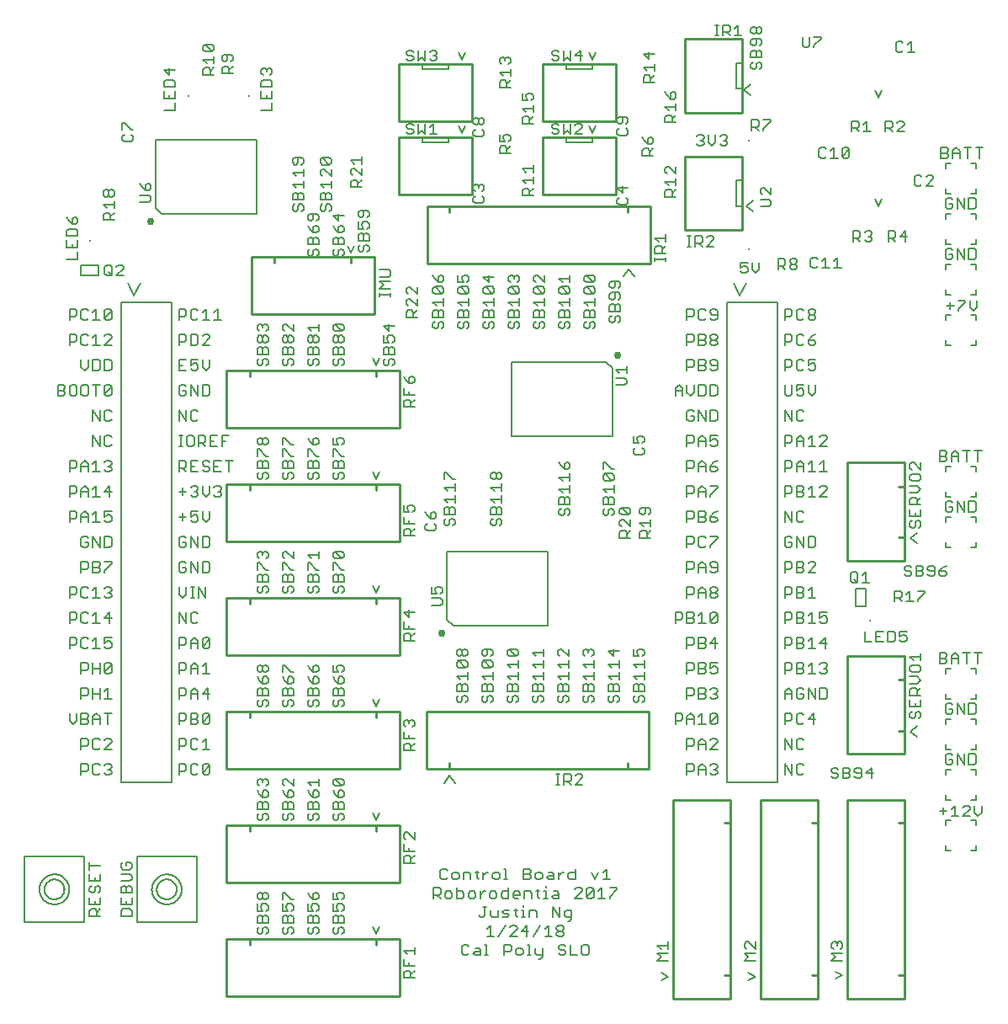
<source format=gto>
G75*
%MOIN*%
%OFA0B0*%
%FSLAX25Y25*%
%IPPOS*%
%LPD*%
%AMOC8*
5,1,8,0,0,1.08239X$1,22.5*
%
%ADD10C,0.00800*%
%ADD11C,0.00500*%
%ADD12C,0.00600*%
%ADD13C,0.01000*%
%ADD14C,0.00787*%
%ADD15R,0.00787X0.00787*%
%ADD16C,0.03000*%
D10*
X0035794Y0048517D02*
X0035794Y0050619D01*
X0036495Y0051320D01*
X0037896Y0051320D01*
X0038596Y0050619D01*
X0038596Y0048517D01*
X0038596Y0049919D02*
X0039998Y0051320D01*
X0039998Y0053121D02*
X0039998Y0055924D01*
X0039297Y0057725D02*
X0039998Y0058426D01*
X0039998Y0059827D01*
X0039297Y0060528D01*
X0038596Y0060528D01*
X0037896Y0059827D01*
X0037896Y0058426D01*
X0037195Y0057725D01*
X0036495Y0057725D01*
X0035794Y0058426D01*
X0035794Y0059827D01*
X0036495Y0060528D01*
X0035794Y0062329D02*
X0035794Y0065132D01*
X0035794Y0066933D02*
X0035794Y0069735D01*
X0035794Y0068334D02*
X0039998Y0068334D01*
X0039998Y0065132D02*
X0039998Y0062329D01*
X0035794Y0062329D01*
X0037896Y0062329D02*
X0037896Y0063730D01*
X0035794Y0055924D02*
X0035794Y0053121D01*
X0039998Y0053121D01*
X0037896Y0053121D02*
X0037896Y0054523D01*
X0039998Y0048517D02*
X0035794Y0048517D01*
X0048294Y0048517D02*
X0048294Y0050619D01*
X0048995Y0051320D01*
X0051797Y0051320D01*
X0052498Y0050619D01*
X0052498Y0048517D01*
X0048294Y0048517D01*
X0048294Y0053121D02*
X0052498Y0053121D01*
X0052498Y0055924D01*
X0052498Y0057725D02*
X0052498Y0059827D01*
X0051797Y0060528D01*
X0051096Y0060528D01*
X0050396Y0059827D01*
X0050396Y0057725D01*
X0052498Y0057725D02*
X0048294Y0057725D01*
X0048294Y0059827D01*
X0048995Y0060528D01*
X0049695Y0060528D01*
X0050396Y0059827D01*
X0051797Y0062329D02*
X0052498Y0063030D01*
X0052498Y0064431D01*
X0051797Y0065132D01*
X0048294Y0065132D01*
X0048995Y0066933D02*
X0051797Y0066933D01*
X0052498Y0067634D01*
X0052498Y0069035D01*
X0051797Y0069735D01*
X0050396Y0069735D01*
X0050396Y0068334D01*
X0048995Y0066933D02*
X0048294Y0067634D01*
X0048294Y0069035D01*
X0048995Y0069735D01*
X0048294Y0062329D02*
X0051797Y0062329D01*
X0048294Y0055924D02*
X0048294Y0053121D01*
X0050396Y0053121D02*
X0050396Y0054523D01*
X0043795Y0104527D02*
X0042394Y0104527D01*
X0041694Y0105228D01*
X0039892Y0105228D02*
X0039192Y0104527D01*
X0037790Y0104527D01*
X0037090Y0105228D01*
X0037090Y0108030D01*
X0037790Y0108731D01*
X0039192Y0108731D01*
X0039892Y0108030D01*
X0041694Y0108030D02*
X0042394Y0108731D01*
X0043795Y0108731D01*
X0044496Y0108030D01*
X0044496Y0107330D01*
X0043795Y0106629D01*
X0044496Y0105928D01*
X0044496Y0105228D01*
X0043795Y0104527D01*
X0043795Y0106629D02*
X0043095Y0106629D01*
X0035288Y0106629D02*
X0034588Y0105928D01*
X0032486Y0105928D01*
X0032486Y0104527D02*
X0032486Y0108731D01*
X0034588Y0108731D01*
X0035288Y0108030D01*
X0035288Y0106629D01*
X0037790Y0114527D02*
X0039192Y0114527D01*
X0039892Y0115228D01*
X0041694Y0114527D02*
X0044496Y0117330D01*
X0044496Y0118030D01*
X0043795Y0118731D01*
X0042394Y0118731D01*
X0041694Y0118030D01*
X0039892Y0118030D02*
X0039192Y0118731D01*
X0037790Y0118731D01*
X0037090Y0118030D01*
X0037090Y0115228D01*
X0037790Y0114527D01*
X0035288Y0116629D02*
X0035288Y0118030D01*
X0034588Y0118731D01*
X0032486Y0118731D01*
X0032486Y0114527D01*
X0032486Y0115928D02*
X0034588Y0115928D01*
X0035288Y0116629D01*
X0041694Y0114527D02*
X0044496Y0114527D01*
X0043095Y0124527D02*
X0043095Y0128731D01*
X0041694Y0128731D02*
X0044496Y0128731D01*
X0044496Y0134527D02*
X0041694Y0134527D01*
X0043095Y0134527D02*
X0043095Y0138731D01*
X0041694Y0137330D01*
X0039892Y0136629D02*
X0037090Y0136629D01*
X0035288Y0136629D02*
X0034588Y0135928D01*
X0032486Y0135928D01*
X0032486Y0134527D02*
X0032486Y0138731D01*
X0034588Y0138731D01*
X0035288Y0138030D01*
X0035288Y0136629D01*
X0037090Y0134527D02*
X0037090Y0138731D01*
X0039892Y0138731D02*
X0039892Y0134527D01*
X0038491Y0128731D02*
X0039892Y0127330D01*
X0039892Y0124527D01*
X0039892Y0126629D02*
X0037090Y0126629D01*
X0037090Y0127330D02*
X0038491Y0128731D01*
X0037090Y0127330D02*
X0037090Y0124527D01*
X0035288Y0125228D02*
X0034588Y0124527D01*
X0032486Y0124527D01*
X0032486Y0128731D01*
X0034588Y0128731D01*
X0035288Y0128030D01*
X0035288Y0127330D01*
X0034588Y0126629D01*
X0032486Y0126629D01*
X0030684Y0125928D02*
X0030684Y0128731D01*
X0027882Y0128731D02*
X0027882Y0125928D01*
X0029283Y0124527D01*
X0030684Y0125928D01*
X0034588Y0126629D02*
X0035288Y0125928D01*
X0035288Y0125228D01*
X0037090Y0144527D02*
X0037090Y0148731D01*
X0035288Y0148030D02*
X0035288Y0146629D01*
X0034588Y0145928D01*
X0032486Y0145928D01*
X0032486Y0144527D02*
X0032486Y0148731D01*
X0034588Y0148731D01*
X0035288Y0148030D01*
X0037090Y0146629D02*
X0039892Y0146629D01*
X0039892Y0148731D02*
X0039892Y0144527D01*
X0041694Y0145228D02*
X0044496Y0148030D01*
X0044496Y0145228D01*
X0043795Y0144527D01*
X0042394Y0144527D01*
X0041694Y0145228D01*
X0041694Y0148030D01*
X0042394Y0148731D01*
X0043795Y0148731D01*
X0044496Y0148030D01*
X0043795Y0154527D02*
X0042394Y0154527D01*
X0041694Y0155228D01*
X0041694Y0156629D02*
X0043095Y0157330D01*
X0043795Y0157330D01*
X0044496Y0156629D01*
X0044496Y0155228D01*
X0043795Y0154527D01*
X0041694Y0156629D02*
X0041694Y0158731D01*
X0044496Y0158731D01*
X0043795Y0164527D02*
X0043795Y0168731D01*
X0041694Y0166629D01*
X0044496Y0166629D01*
X0043795Y0174527D02*
X0042394Y0174527D01*
X0041694Y0175228D01*
X0039892Y0174527D02*
X0037090Y0174527D01*
X0038491Y0174527D02*
X0038491Y0178731D01*
X0037090Y0177330D01*
X0035288Y0178030D02*
X0034588Y0178731D01*
X0033186Y0178731D01*
X0032486Y0178030D01*
X0032486Y0175228D01*
X0033186Y0174527D01*
X0034588Y0174527D01*
X0035288Y0175228D01*
X0030684Y0176629D02*
X0029984Y0175928D01*
X0027882Y0175928D01*
X0027882Y0174527D02*
X0027882Y0178731D01*
X0029984Y0178731D01*
X0030684Y0178030D01*
X0030684Y0176629D01*
X0032486Y0184527D02*
X0032486Y0188731D01*
X0034588Y0188731D01*
X0035288Y0188030D01*
X0035288Y0186629D01*
X0034588Y0185928D01*
X0032486Y0185928D01*
X0037090Y0186629D02*
X0039192Y0186629D01*
X0039892Y0185928D01*
X0039892Y0185228D01*
X0039192Y0184527D01*
X0037090Y0184527D01*
X0037090Y0188731D01*
X0039192Y0188731D01*
X0039892Y0188030D01*
X0039892Y0187330D01*
X0039192Y0186629D01*
X0041694Y0185228D02*
X0041694Y0184527D01*
X0041694Y0185228D02*
X0044496Y0188030D01*
X0044496Y0188731D01*
X0041694Y0188731D01*
X0041694Y0194527D02*
X0043795Y0194527D01*
X0044496Y0195228D01*
X0044496Y0198030D01*
X0043795Y0198731D01*
X0041694Y0198731D01*
X0041694Y0194527D01*
X0039892Y0194527D02*
X0039892Y0198731D01*
X0037090Y0198731D02*
X0039892Y0194527D01*
X0037090Y0194527D02*
X0037090Y0198731D01*
X0035288Y0198030D02*
X0034588Y0198731D01*
X0033186Y0198731D01*
X0032486Y0198030D01*
X0032486Y0195228D01*
X0033186Y0194527D01*
X0034588Y0194527D01*
X0035288Y0195228D01*
X0035288Y0196629D01*
X0033887Y0196629D01*
X0032486Y0204527D02*
X0032486Y0207330D01*
X0033887Y0208731D01*
X0035288Y0207330D01*
X0035288Y0204527D01*
X0037090Y0204527D02*
X0039892Y0204527D01*
X0038491Y0204527D02*
X0038491Y0208731D01*
X0037090Y0207330D01*
X0035288Y0206629D02*
X0032486Y0206629D01*
X0030684Y0206629D02*
X0030684Y0208030D01*
X0029984Y0208731D01*
X0027882Y0208731D01*
X0027882Y0204527D01*
X0027882Y0205928D02*
X0029984Y0205928D01*
X0030684Y0206629D01*
X0032486Y0214527D02*
X0032486Y0217330D01*
X0033887Y0218731D01*
X0035288Y0217330D01*
X0035288Y0214527D01*
X0037090Y0214527D02*
X0039892Y0214527D01*
X0038491Y0214527D02*
X0038491Y0218731D01*
X0037090Y0217330D01*
X0035288Y0216629D02*
X0032486Y0216629D01*
X0030684Y0216629D02*
X0029984Y0215928D01*
X0027882Y0215928D01*
X0027882Y0214527D02*
X0027882Y0218731D01*
X0029984Y0218731D01*
X0030684Y0218030D01*
X0030684Y0216629D01*
X0032486Y0224527D02*
X0032486Y0227330D01*
X0033887Y0228731D01*
X0035288Y0227330D01*
X0035288Y0224527D01*
X0037090Y0224527D02*
X0039892Y0224527D01*
X0038491Y0224527D02*
X0038491Y0228731D01*
X0037090Y0227330D01*
X0035288Y0226629D02*
X0032486Y0226629D01*
X0030684Y0226629D02*
X0029984Y0225928D01*
X0027882Y0225928D01*
X0027882Y0224527D02*
X0027882Y0228731D01*
X0029984Y0228731D01*
X0030684Y0228030D01*
X0030684Y0226629D01*
X0037090Y0234527D02*
X0037090Y0238731D01*
X0039892Y0234527D01*
X0039892Y0238731D01*
X0041694Y0238030D02*
X0041694Y0235228D01*
X0042394Y0234527D01*
X0043795Y0234527D01*
X0044496Y0235228D01*
X0044496Y0238030D02*
X0043795Y0238731D01*
X0042394Y0238731D01*
X0041694Y0238030D01*
X0042394Y0244527D02*
X0043795Y0244527D01*
X0044496Y0245228D01*
X0042394Y0244527D02*
X0041694Y0245228D01*
X0041694Y0248030D01*
X0042394Y0248731D01*
X0043795Y0248731D01*
X0044496Y0248030D01*
X0043795Y0254527D02*
X0042394Y0254527D01*
X0041694Y0255228D01*
X0044496Y0258030D01*
X0044496Y0255228D01*
X0043795Y0254527D01*
X0041694Y0255228D02*
X0041694Y0258030D01*
X0042394Y0258731D01*
X0043795Y0258731D01*
X0044496Y0258030D01*
X0043795Y0264527D02*
X0044496Y0265228D01*
X0044496Y0268030D01*
X0043795Y0268731D01*
X0041694Y0268731D01*
X0041694Y0264527D01*
X0043795Y0264527D01*
X0039892Y0265228D02*
X0039892Y0268030D01*
X0039192Y0268731D01*
X0037090Y0268731D01*
X0037090Y0264527D01*
X0039192Y0264527D01*
X0039892Y0265228D01*
X0035288Y0265928D02*
X0035288Y0268731D01*
X0032486Y0268731D02*
X0032486Y0265928D01*
X0033887Y0264527D01*
X0035288Y0265928D01*
X0034588Y0274527D02*
X0035288Y0275228D01*
X0034588Y0274527D02*
X0033186Y0274527D01*
X0032486Y0275228D01*
X0032486Y0278030D01*
X0033186Y0278731D01*
X0034588Y0278731D01*
X0035288Y0278030D01*
X0037090Y0277330D02*
X0038491Y0278731D01*
X0038491Y0274527D01*
X0037090Y0274527D02*
X0039892Y0274527D01*
X0041694Y0274527D02*
X0044496Y0277330D01*
X0044496Y0278030D01*
X0043795Y0278731D01*
X0042394Y0278731D01*
X0041694Y0278030D01*
X0041694Y0274527D02*
X0044496Y0274527D01*
X0043795Y0284527D02*
X0042394Y0284527D01*
X0041694Y0285228D01*
X0044496Y0288030D01*
X0044496Y0285228D01*
X0043795Y0284527D01*
X0041694Y0285228D02*
X0041694Y0288030D01*
X0042394Y0288731D01*
X0043795Y0288731D01*
X0044496Y0288030D01*
X0039892Y0284527D02*
X0037090Y0284527D01*
X0038491Y0284527D02*
X0038491Y0288731D01*
X0037090Y0287330D01*
X0035288Y0288030D02*
X0034588Y0288731D01*
X0033186Y0288731D01*
X0032486Y0288030D01*
X0032486Y0285228D01*
X0033186Y0284527D01*
X0034588Y0284527D01*
X0035288Y0285228D01*
X0030684Y0286629D02*
X0029984Y0285928D01*
X0027882Y0285928D01*
X0027882Y0284527D02*
X0027882Y0288731D01*
X0029984Y0288731D01*
X0030684Y0288030D01*
X0030684Y0286629D01*
X0029984Y0278731D02*
X0027882Y0278731D01*
X0027882Y0274527D01*
X0027882Y0275928D02*
X0029984Y0275928D01*
X0030684Y0276629D01*
X0030684Y0278030D01*
X0029984Y0278731D01*
X0029984Y0258731D02*
X0030684Y0258030D01*
X0030684Y0255228D01*
X0029984Y0254527D01*
X0028582Y0254527D01*
X0027882Y0255228D01*
X0027882Y0258030D01*
X0028582Y0258731D01*
X0029984Y0258731D01*
X0032486Y0258030D02*
X0032486Y0255228D01*
X0033186Y0254527D01*
X0034588Y0254527D01*
X0035288Y0255228D01*
X0035288Y0258030D01*
X0034588Y0258731D01*
X0033186Y0258731D01*
X0032486Y0258030D01*
X0037090Y0258731D02*
X0039892Y0258731D01*
X0038491Y0258731D02*
X0038491Y0254527D01*
X0039892Y0248731D02*
X0039892Y0244527D01*
X0037090Y0248731D01*
X0037090Y0244527D01*
X0026080Y0255228D02*
X0025380Y0254527D01*
X0023278Y0254527D01*
X0023278Y0258731D01*
X0025380Y0258731D01*
X0026080Y0258030D01*
X0026080Y0257330D01*
X0025380Y0256629D01*
X0023278Y0256629D01*
X0025380Y0256629D02*
X0026080Y0255928D01*
X0026080Y0255228D01*
X0042394Y0228731D02*
X0043795Y0228731D01*
X0044496Y0228030D01*
X0044496Y0227330D01*
X0043795Y0226629D01*
X0044496Y0225928D01*
X0044496Y0225228D01*
X0043795Y0224527D01*
X0042394Y0224527D01*
X0041694Y0225228D01*
X0043095Y0226629D02*
X0043795Y0226629D01*
X0041694Y0228030D02*
X0042394Y0228731D01*
X0043795Y0218731D02*
X0041694Y0216629D01*
X0044496Y0216629D01*
X0043795Y0214527D02*
X0043795Y0218731D01*
X0044496Y0208731D02*
X0041694Y0208731D01*
X0041694Y0206629D01*
X0043095Y0207330D01*
X0043795Y0207330D01*
X0044496Y0206629D01*
X0044496Y0205228D01*
X0043795Y0204527D01*
X0042394Y0204527D01*
X0041694Y0205228D01*
X0042394Y0178731D02*
X0043795Y0178731D01*
X0044496Y0178030D01*
X0044496Y0177330D01*
X0043795Y0176629D01*
X0044496Y0175928D01*
X0044496Y0175228D01*
X0043795Y0174527D01*
X0043795Y0176629D02*
X0043095Y0176629D01*
X0041694Y0178030D02*
X0042394Y0178731D01*
X0038491Y0168731D02*
X0038491Y0164527D01*
X0037090Y0164527D02*
X0039892Y0164527D01*
X0037090Y0167330D02*
X0038491Y0168731D01*
X0035288Y0168030D02*
X0034588Y0168731D01*
X0033186Y0168731D01*
X0032486Y0168030D01*
X0032486Y0165228D01*
X0033186Y0164527D01*
X0034588Y0164527D01*
X0035288Y0165228D01*
X0030684Y0166629D02*
X0029984Y0165928D01*
X0027882Y0165928D01*
X0027882Y0164527D02*
X0027882Y0168731D01*
X0029984Y0168731D01*
X0030684Y0168030D01*
X0030684Y0166629D01*
X0029984Y0158731D02*
X0027882Y0158731D01*
X0027882Y0154527D01*
X0027882Y0155928D02*
X0029984Y0155928D01*
X0030684Y0156629D01*
X0030684Y0158030D01*
X0029984Y0158731D01*
X0032486Y0158030D02*
X0032486Y0155228D01*
X0033186Y0154527D01*
X0034588Y0154527D01*
X0035288Y0155228D01*
X0037090Y0154527D02*
X0039892Y0154527D01*
X0038491Y0154527D02*
X0038491Y0158731D01*
X0037090Y0157330D01*
X0035288Y0158030D02*
X0034588Y0158731D01*
X0033186Y0158731D01*
X0032486Y0158030D01*
X0071298Y0158731D02*
X0071298Y0154527D01*
X0071298Y0155928D02*
X0073399Y0155928D01*
X0074100Y0156629D01*
X0074100Y0158030D01*
X0073399Y0158731D01*
X0071298Y0158731D01*
X0071298Y0164527D02*
X0071298Y0168731D01*
X0074100Y0164527D01*
X0074100Y0168731D01*
X0075902Y0168030D02*
X0075902Y0165228D01*
X0076602Y0164527D01*
X0078003Y0164527D01*
X0078704Y0165228D01*
X0078704Y0168030D02*
X0078003Y0168731D01*
X0076602Y0168731D01*
X0075902Y0168030D01*
X0075902Y0174527D02*
X0077303Y0174527D01*
X0076602Y0174527D02*
X0076602Y0178731D01*
X0075902Y0178731D02*
X0077303Y0178731D01*
X0078971Y0178731D02*
X0081773Y0174527D01*
X0081773Y0178731D01*
X0078971Y0178731D02*
X0078971Y0174527D01*
X0074100Y0175928D02*
X0074100Y0178731D01*
X0071298Y0178731D02*
X0071298Y0175928D01*
X0072699Y0174527D01*
X0074100Y0175928D01*
X0073399Y0184527D02*
X0074100Y0185228D01*
X0074100Y0186629D01*
X0072699Y0186629D01*
X0074100Y0188030D02*
X0073399Y0188731D01*
X0071998Y0188731D01*
X0071298Y0188030D01*
X0071298Y0185228D01*
X0071998Y0184527D01*
X0073399Y0184527D01*
X0075902Y0184527D02*
X0075902Y0188731D01*
X0078704Y0184527D01*
X0078704Y0188731D01*
X0080505Y0188731D02*
X0080505Y0184527D01*
X0082607Y0184527D01*
X0083308Y0185228D01*
X0083308Y0188030D01*
X0082607Y0188731D01*
X0080505Y0188731D01*
X0080505Y0194527D02*
X0082607Y0194527D01*
X0083308Y0195228D01*
X0083308Y0198030D01*
X0082607Y0198731D01*
X0080505Y0198731D01*
X0080505Y0194527D01*
X0078704Y0194527D02*
X0078704Y0198731D01*
X0075902Y0198731D02*
X0078704Y0194527D01*
X0075902Y0194527D02*
X0075902Y0198731D01*
X0074100Y0198030D02*
X0073399Y0198731D01*
X0071998Y0198731D01*
X0071298Y0198030D01*
X0071298Y0195228D01*
X0071998Y0194527D01*
X0073399Y0194527D01*
X0074100Y0195228D01*
X0074100Y0196629D01*
X0072699Y0196629D01*
X0072699Y0205228D02*
X0072699Y0208030D01*
X0071298Y0206629D02*
X0074100Y0206629D01*
X0075902Y0206629D02*
X0077303Y0207330D01*
X0078003Y0207330D01*
X0078704Y0206629D01*
X0078704Y0205228D01*
X0078003Y0204527D01*
X0076602Y0204527D01*
X0075902Y0205228D01*
X0075902Y0206629D02*
X0075902Y0208731D01*
X0078704Y0208731D01*
X0080505Y0208731D02*
X0080505Y0205928D01*
X0081907Y0204527D01*
X0083308Y0205928D01*
X0083308Y0208731D01*
X0081907Y0214527D02*
X0083308Y0215928D01*
X0083308Y0218731D01*
X0085109Y0218030D02*
X0085810Y0218731D01*
X0087211Y0218731D01*
X0087912Y0218030D01*
X0087912Y0217330D01*
X0087211Y0216629D01*
X0087912Y0215928D01*
X0087912Y0215228D01*
X0087211Y0214527D01*
X0085810Y0214527D01*
X0085109Y0215228D01*
X0086511Y0216629D02*
X0087211Y0216629D01*
X0081907Y0214527D02*
X0080505Y0215928D01*
X0080505Y0218731D01*
X0078704Y0218030D02*
X0078704Y0217330D01*
X0078003Y0216629D01*
X0078704Y0215928D01*
X0078704Y0215228D01*
X0078003Y0214527D01*
X0076602Y0214527D01*
X0075902Y0215228D01*
X0077303Y0216629D02*
X0078003Y0216629D01*
X0078704Y0218030D02*
X0078003Y0218731D01*
X0076602Y0218731D01*
X0075902Y0218030D01*
X0074100Y0216629D02*
X0071298Y0216629D01*
X0072699Y0218030D02*
X0072699Y0215228D01*
X0074100Y0224527D02*
X0072699Y0225928D01*
X0073399Y0225928D02*
X0071298Y0225928D01*
X0071298Y0224527D02*
X0071298Y0228731D01*
X0073399Y0228731D01*
X0074100Y0228030D01*
X0074100Y0226629D01*
X0073399Y0225928D01*
X0075902Y0226629D02*
X0077303Y0226629D01*
X0075902Y0224527D02*
X0078704Y0224527D01*
X0080505Y0225228D02*
X0081206Y0224527D01*
X0082607Y0224527D01*
X0083308Y0225228D01*
X0083308Y0225928D01*
X0082607Y0226629D01*
X0081206Y0226629D01*
X0080505Y0227330D01*
X0080505Y0228030D01*
X0081206Y0228731D01*
X0082607Y0228731D01*
X0083308Y0228030D01*
X0085109Y0228731D02*
X0085109Y0224527D01*
X0087912Y0224527D01*
X0086511Y0226629D02*
X0085109Y0226629D01*
X0085109Y0228731D02*
X0087912Y0228731D01*
X0089713Y0228731D02*
X0092516Y0228731D01*
X0091115Y0228731D02*
X0091115Y0224527D01*
X0088179Y0234527D02*
X0088179Y0238731D01*
X0090981Y0238731D01*
X0089580Y0236629D02*
X0088179Y0236629D01*
X0086377Y0234527D02*
X0083575Y0234527D01*
X0083575Y0238731D01*
X0086377Y0238731D01*
X0084976Y0236629D02*
X0083575Y0236629D01*
X0081773Y0236629D02*
X0081073Y0235928D01*
X0078971Y0235928D01*
X0078971Y0234527D02*
X0078971Y0238731D01*
X0081073Y0238731D01*
X0081773Y0238030D01*
X0081773Y0236629D01*
X0080372Y0235928D02*
X0081773Y0234527D01*
X0077169Y0235228D02*
X0077169Y0238030D01*
X0076469Y0238731D01*
X0075068Y0238731D01*
X0074367Y0238030D01*
X0074367Y0235228D01*
X0075068Y0234527D01*
X0076469Y0234527D01*
X0077169Y0235228D01*
X0072699Y0234527D02*
X0071298Y0234527D01*
X0071998Y0234527D02*
X0071998Y0238731D01*
X0071298Y0238731D02*
X0072699Y0238731D01*
X0074100Y0244527D02*
X0074100Y0248731D01*
X0075902Y0248030D02*
X0075902Y0245228D01*
X0076602Y0244527D01*
X0078003Y0244527D01*
X0078704Y0245228D01*
X0078704Y0248030D02*
X0078003Y0248731D01*
X0076602Y0248731D01*
X0075902Y0248030D01*
X0074100Y0244527D02*
X0071298Y0248731D01*
X0071298Y0244527D01*
X0071998Y0254527D02*
X0071298Y0255228D01*
X0071298Y0258030D01*
X0071998Y0258731D01*
X0073399Y0258731D01*
X0074100Y0258030D01*
X0074100Y0256629D02*
X0072699Y0256629D01*
X0074100Y0256629D02*
X0074100Y0255228D01*
X0073399Y0254527D01*
X0071998Y0254527D01*
X0075902Y0254527D02*
X0075902Y0258731D01*
X0078704Y0254527D01*
X0078704Y0258731D01*
X0080505Y0258731D02*
X0080505Y0254527D01*
X0082607Y0254527D01*
X0083308Y0255228D01*
X0083308Y0258030D01*
X0082607Y0258731D01*
X0080505Y0258731D01*
X0081907Y0264527D02*
X0083308Y0265928D01*
X0083308Y0268731D01*
X0080505Y0268731D02*
X0080505Y0265928D01*
X0081907Y0264527D01*
X0078704Y0265228D02*
X0078704Y0266629D01*
X0078003Y0267330D01*
X0077303Y0267330D01*
X0075902Y0266629D01*
X0075902Y0268731D01*
X0078704Y0268731D01*
X0078704Y0265228D02*
X0078003Y0264527D01*
X0076602Y0264527D01*
X0075902Y0265228D01*
X0074100Y0264527D02*
X0071298Y0264527D01*
X0071298Y0268731D01*
X0074100Y0268731D01*
X0072699Y0266629D02*
X0071298Y0266629D01*
X0071298Y0274527D02*
X0071298Y0278731D01*
X0073399Y0278731D01*
X0074100Y0278030D01*
X0074100Y0276629D01*
X0073399Y0275928D01*
X0071298Y0275928D01*
X0075902Y0274527D02*
X0078003Y0274527D01*
X0078704Y0275228D01*
X0078704Y0278030D01*
X0078003Y0278731D01*
X0075902Y0278731D01*
X0075902Y0274527D01*
X0080505Y0274527D02*
X0083308Y0277330D01*
X0083308Y0278030D01*
X0082607Y0278731D01*
X0081206Y0278731D01*
X0080505Y0278030D01*
X0080505Y0274527D02*
X0083308Y0274527D01*
X0083308Y0284527D02*
X0080505Y0284527D01*
X0081907Y0284527D02*
X0081907Y0288731D01*
X0080505Y0287330D01*
X0078704Y0288030D02*
X0078003Y0288731D01*
X0076602Y0288731D01*
X0075902Y0288030D01*
X0075902Y0285228D01*
X0076602Y0284527D01*
X0078003Y0284527D01*
X0078704Y0285228D01*
X0074100Y0286629D02*
X0073399Y0285928D01*
X0071298Y0285928D01*
X0071298Y0284527D02*
X0071298Y0288731D01*
X0073399Y0288731D01*
X0074100Y0288030D01*
X0074100Y0286629D01*
X0085109Y0287330D02*
X0086511Y0288731D01*
X0086511Y0284527D01*
X0087912Y0284527D02*
X0085109Y0284527D01*
X0102294Y0282233D02*
X0102995Y0282934D01*
X0103695Y0282934D01*
X0104396Y0282233D01*
X0105096Y0282934D01*
X0105797Y0282934D01*
X0106498Y0282233D01*
X0106498Y0280832D01*
X0105797Y0280131D01*
X0105797Y0278330D02*
X0106498Y0277629D01*
X0106498Y0276228D01*
X0105797Y0275527D01*
X0105096Y0275527D01*
X0104396Y0276228D01*
X0104396Y0277629D01*
X0105096Y0278330D01*
X0105797Y0278330D01*
X0104396Y0277629D02*
X0103695Y0278330D01*
X0102995Y0278330D01*
X0102294Y0277629D01*
X0102294Y0276228D01*
X0102995Y0275527D01*
X0103695Y0275527D01*
X0104396Y0276228D01*
X0105096Y0273726D02*
X0105797Y0273726D01*
X0106498Y0273025D01*
X0106498Y0270923D01*
X0102294Y0270923D01*
X0102294Y0273025D01*
X0102995Y0273726D01*
X0103695Y0273726D01*
X0104396Y0273025D01*
X0104396Y0270923D01*
X0105096Y0269122D02*
X0105797Y0269122D01*
X0106498Y0268421D01*
X0106498Y0267020D01*
X0105797Y0266319D01*
X0104396Y0267020D02*
X0104396Y0268421D01*
X0105096Y0269122D01*
X0102995Y0269122D02*
X0102294Y0268421D01*
X0102294Y0267020D01*
X0102995Y0266319D01*
X0103695Y0266319D01*
X0104396Y0267020D01*
X0104396Y0273025D02*
X0105096Y0273726D01*
X0102995Y0280131D02*
X0102294Y0280832D01*
X0102294Y0282233D01*
X0104396Y0282233D02*
X0104396Y0281532D01*
X0112294Y0280832D02*
X0112995Y0280131D01*
X0112294Y0280832D02*
X0112294Y0282233D01*
X0112995Y0282934D01*
X0113695Y0282934D01*
X0116498Y0280131D01*
X0116498Y0282934D01*
X0115797Y0278330D02*
X0115096Y0278330D01*
X0114396Y0277629D01*
X0114396Y0276228D01*
X0113695Y0275527D01*
X0112995Y0275527D01*
X0112294Y0276228D01*
X0112294Y0277629D01*
X0112995Y0278330D01*
X0113695Y0278330D01*
X0114396Y0277629D01*
X0114396Y0276228D02*
X0115096Y0275527D01*
X0115797Y0275527D01*
X0116498Y0276228D01*
X0116498Y0277629D01*
X0115797Y0278330D01*
X0115797Y0273726D02*
X0115096Y0273726D01*
X0114396Y0273025D01*
X0114396Y0270923D01*
X0115096Y0269122D02*
X0115797Y0269122D01*
X0116498Y0268421D01*
X0116498Y0267020D01*
X0115797Y0266319D01*
X0114396Y0267020D02*
X0114396Y0268421D01*
X0115096Y0269122D01*
X0112995Y0269122D02*
X0112294Y0268421D01*
X0112294Y0267020D01*
X0112995Y0266319D01*
X0113695Y0266319D01*
X0114396Y0267020D01*
X0116498Y0270923D02*
X0112294Y0270923D01*
X0112294Y0273025D01*
X0112995Y0273726D01*
X0113695Y0273726D01*
X0114396Y0273025D01*
X0115797Y0273726D02*
X0116498Y0273025D01*
X0116498Y0270923D01*
X0122294Y0270923D02*
X0122294Y0273025D01*
X0122995Y0273726D01*
X0123695Y0273726D01*
X0124396Y0273025D01*
X0124396Y0270923D01*
X0125096Y0269122D02*
X0125797Y0269122D01*
X0126498Y0268421D01*
X0126498Y0267020D01*
X0125797Y0266319D01*
X0124396Y0267020D02*
X0124396Y0268421D01*
X0125096Y0269122D01*
X0122995Y0269122D02*
X0122294Y0268421D01*
X0122294Y0267020D01*
X0122995Y0266319D01*
X0123695Y0266319D01*
X0124396Y0267020D01*
X0126498Y0270923D02*
X0122294Y0270923D01*
X0124396Y0273025D02*
X0125096Y0273726D01*
X0125797Y0273726D01*
X0126498Y0273025D01*
X0126498Y0270923D01*
X0125797Y0275527D02*
X0125096Y0275527D01*
X0124396Y0276228D01*
X0124396Y0277629D01*
X0125096Y0278330D01*
X0125797Y0278330D01*
X0126498Y0277629D01*
X0126498Y0276228D01*
X0125797Y0275527D01*
X0124396Y0276228D02*
X0123695Y0275527D01*
X0122995Y0275527D01*
X0122294Y0276228D01*
X0122294Y0277629D01*
X0122995Y0278330D01*
X0123695Y0278330D01*
X0124396Y0277629D01*
X0123695Y0280131D02*
X0122294Y0281532D01*
X0126498Y0281532D01*
X0126498Y0280131D02*
X0126498Y0282934D01*
X0132294Y0282233D02*
X0132995Y0282934D01*
X0135797Y0280131D01*
X0136498Y0280832D01*
X0136498Y0282233D01*
X0135797Y0282934D01*
X0132995Y0282934D01*
X0132294Y0282233D02*
X0132294Y0280832D01*
X0132995Y0280131D01*
X0135797Y0280131D01*
X0135797Y0278330D02*
X0135096Y0278330D01*
X0134396Y0277629D01*
X0134396Y0276228D01*
X0133695Y0275527D01*
X0132995Y0275527D01*
X0132294Y0276228D01*
X0132294Y0277629D01*
X0132995Y0278330D01*
X0133695Y0278330D01*
X0134396Y0277629D01*
X0134396Y0276228D02*
X0135096Y0275527D01*
X0135797Y0275527D01*
X0136498Y0276228D01*
X0136498Y0277629D01*
X0135797Y0278330D01*
X0135797Y0273726D02*
X0135096Y0273726D01*
X0134396Y0273025D01*
X0134396Y0270923D01*
X0135096Y0269122D02*
X0135797Y0269122D01*
X0136498Y0268421D01*
X0136498Y0267020D01*
X0135797Y0266319D01*
X0134396Y0267020D02*
X0134396Y0268421D01*
X0135096Y0269122D01*
X0132995Y0269122D02*
X0132294Y0268421D01*
X0132294Y0267020D01*
X0132995Y0266319D01*
X0133695Y0266319D01*
X0134396Y0267020D01*
X0136498Y0270923D02*
X0132294Y0270923D01*
X0132294Y0273025D01*
X0132995Y0273726D01*
X0133695Y0273726D01*
X0134396Y0273025D01*
X0135797Y0273726D02*
X0136498Y0273025D01*
X0136498Y0270923D01*
X0147996Y0269330D02*
X0149397Y0266527D01*
X0150798Y0269330D01*
X0152294Y0268421D02*
X0152294Y0267020D01*
X0152995Y0266319D01*
X0153695Y0266319D01*
X0154396Y0267020D01*
X0154396Y0268421D01*
X0155096Y0269122D01*
X0155797Y0269122D01*
X0156498Y0268421D01*
X0156498Y0267020D01*
X0155797Y0266319D01*
X0152995Y0269122D02*
X0152294Y0268421D01*
X0152294Y0270923D02*
X0152294Y0273025D01*
X0152995Y0273726D01*
X0153695Y0273726D01*
X0154396Y0273025D01*
X0154396Y0270923D01*
X0156498Y0270923D02*
X0152294Y0270923D01*
X0154396Y0273025D02*
X0155096Y0273726D01*
X0155797Y0273726D01*
X0156498Y0273025D01*
X0156498Y0270923D01*
X0155797Y0275527D02*
X0156498Y0276228D01*
X0156498Y0277629D01*
X0155797Y0278330D01*
X0154396Y0278330D01*
X0153695Y0277629D01*
X0153695Y0276928D01*
X0154396Y0275527D01*
X0152294Y0275527D01*
X0152294Y0278330D01*
X0154396Y0280131D02*
X0154396Y0282934D01*
X0156498Y0282233D02*
X0152294Y0282233D01*
X0154396Y0280131D01*
X0161294Y0285527D02*
X0161294Y0287629D01*
X0161995Y0288330D01*
X0163396Y0288330D01*
X0164096Y0287629D01*
X0164096Y0285527D01*
X0164096Y0286928D02*
X0165498Y0288330D01*
X0165498Y0290131D02*
X0162695Y0292934D01*
X0161995Y0292934D01*
X0161294Y0292233D01*
X0161294Y0290832D01*
X0161995Y0290131D01*
X0165498Y0290131D02*
X0165498Y0292934D01*
X0165498Y0294735D02*
X0162695Y0297537D01*
X0161995Y0297537D01*
X0161294Y0296837D01*
X0161294Y0295436D01*
X0161995Y0294735D01*
X0165498Y0294735D02*
X0165498Y0297537D01*
X0171794Y0296931D02*
X0172495Y0297632D01*
X0175297Y0294829D01*
X0175998Y0295530D01*
X0175998Y0296931D01*
X0175297Y0297632D01*
X0172495Y0297632D01*
X0171794Y0296931D02*
X0171794Y0295530D01*
X0172495Y0294829D01*
X0175297Y0294829D01*
X0175998Y0293028D02*
X0175998Y0290225D01*
X0175998Y0291626D02*
X0171794Y0291626D01*
X0173195Y0290225D01*
X0173195Y0288424D02*
X0173896Y0287723D01*
X0173896Y0285621D01*
X0174596Y0283820D02*
X0175297Y0283820D01*
X0175998Y0283119D01*
X0175998Y0281718D01*
X0175297Y0281017D01*
X0173896Y0281718D02*
X0173896Y0283119D01*
X0174596Y0283820D01*
X0172495Y0283820D02*
X0171794Y0283119D01*
X0171794Y0281718D01*
X0172495Y0281017D01*
X0173195Y0281017D01*
X0173896Y0281718D01*
X0175998Y0285621D02*
X0171794Y0285621D01*
X0171794Y0287723D01*
X0172495Y0288424D01*
X0173195Y0288424D01*
X0173896Y0287723D02*
X0174596Y0288424D01*
X0175297Y0288424D01*
X0175998Y0287723D01*
X0175998Y0285621D01*
X0181794Y0285621D02*
X0181794Y0287723D01*
X0182495Y0288424D01*
X0183195Y0288424D01*
X0183896Y0287723D01*
X0183896Y0285621D01*
X0184596Y0283820D02*
X0185297Y0283820D01*
X0185998Y0283119D01*
X0185998Y0281718D01*
X0185297Y0281017D01*
X0183896Y0281718D02*
X0183896Y0283119D01*
X0184596Y0283820D01*
X0182495Y0283820D02*
X0181794Y0283119D01*
X0181794Y0281718D01*
X0182495Y0281017D01*
X0183195Y0281017D01*
X0183896Y0281718D01*
X0185998Y0285621D02*
X0181794Y0285621D01*
X0183896Y0287723D02*
X0184596Y0288424D01*
X0185297Y0288424D01*
X0185998Y0287723D01*
X0185998Y0285621D01*
X0185998Y0290225D02*
X0185998Y0293028D01*
X0185998Y0291626D02*
X0181794Y0291626D01*
X0183195Y0290225D01*
X0182495Y0294829D02*
X0181794Y0295530D01*
X0181794Y0296931D01*
X0182495Y0297632D01*
X0185297Y0294829D01*
X0185998Y0295530D01*
X0185998Y0296931D01*
X0185297Y0297632D01*
X0182495Y0297632D01*
X0181794Y0299433D02*
X0183896Y0299433D01*
X0183195Y0300834D01*
X0183195Y0301535D01*
X0183896Y0302236D01*
X0185297Y0302236D01*
X0185998Y0301535D01*
X0185998Y0300134D01*
X0185297Y0299433D01*
X0181794Y0299433D02*
X0181794Y0302236D01*
X0175998Y0301535D02*
X0175297Y0302236D01*
X0174596Y0302236D01*
X0173896Y0301535D01*
X0173896Y0299433D01*
X0175297Y0299433D01*
X0175998Y0300134D01*
X0175998Y0301535D01*
X0173896Y0299433D02*
X0172495Y0300834D01*
X0171794Y0302236D01*
X0182495Y0294829D02*
X0185297Y0294829D01*
X0191794Y0295530D02*
X0191794Y0296931D01*
X0192495Y0297632D01*
X0195297Y0294829D01*
X0195998Y0295530D01*
X0195998Y0296931D01*
X0195297Y0297632D01*
X0192495Y0297632D01*
X0191794Y0295530D02*
X0192495Y0294829D01*
X0195297Y0294829D01*
X0195998Y0293028D02*
X0195998Y0290225D01*
X0195998Y0291626D02*
X0191794Y0291626D01*
X0193195Y0290225D01*
X0193195Y0288424D02*
X0193896Y0287723D01*
X0193896Y0285621D01*
X0194596Y0283820D02*
X0195297Y0283820D01*
X0195998Y0283119D01*
X0195998Y0281718D01*
X0195297Y0281017D01*
X0193896Y0281718D02*
X0193896Y0283119D01*
X0194596Y0283820D01*
X0192495Y0283820D02*
X0191794Y0283119D01*
X0191794Y0281718D01*
X0192495Y0281017D01*
X0193195Y0281017D01*
X0193896Y0281718D01*
X0195998Y0285621D02*
X0191794Y0285621D01*
X0191794Y0287723D01*
X0192495Y0288424D01*
X0193195Y0288424D01*
X0193896Y0287723D02*
X0194596Y0288424D01*
X0195297Y0288424D01*
X0195998Y0287723D01*
X0195998Y0285621D01*
X0201794Y0285621D02*
X0201794Y0287723D01*
X0202495Y0288424D01*
X0203195Y0288424D01*
X0203896Y0287723D01*
X0203896Y0285621D01*
X0204596Y0283820D02*
X0205297Y0283820D01*
X0205998Y0283119D01*
X0205998Y0281718D01*
X0205297Y0281017D01*
X0203896Y0281718D02*
X0203896Y0283119D01*
X0204596Y0283820D01*
X0202495Y0283820D02*
X0201794Y0283119D01*
X0201794Y0281718D01*
X0202495Y0281017D01*
X0203195Y0281017D01*
X0203896Y0281718D01*
X0205998Y0285621D02*
X0201794Y0285621D01*
X0203896Y0287723D02*
X0204596Y0288424D01*
X0205297Y0288424D01*
X0205998Y0287723D01*
X0205998Y0285621D01*
X0205998Y0290225D02*
X0205998Y0293028D01*
X0205998Y0291626D02*
X0201794Y0291626D01*
X0203195Y0290225D01*
X0202495Y0294829D02*
X0201794Y0295530D01*
X0201794Y0296931D01*
X0202495Y0297632D01*
X0205297Y0294829D01*
X0205998Y0295530D01*
X0205998Y0296931D01*
X0205297Y0297632D01*
X0202495Y0297632D01*
X0202495Y0299433D02*
X0201794Y0300134D01*
X0201794Y0301535D01*
X0202495Y0302236D01*
X0203195Y0302236D01*
X0203896Y0301535D01*
X0204596Y0302236D01*
X0205297Y0302236D01*
X0205998Y0301535D01*
X0205998Y0300134D01*
X0205297Y0299433D01*
X0203896Y0300834D02*
X0203896Y0301535D01*
X0205297Y0294829D02*
X0202495Y0294829D01*
X0195998Y0301535D02*
X0191794Y0301535D01*
X0193896Y0299433D01*
X0193896Y0302236D01*
X0211794Y0301535D02*
X0211794Y0300134D01*
X0212495Y0299433D01*
X0212495Y0297632D02*
X0215297Y0294829D01*
X0215998Y0295530D01*
X0215998Y0296931D01*
X0215297Y0297632D01*
X0212495Y0297632D01*
X0211794Y0296931D01*
X0211794Y0295530D01*
X0212495Y0294829D01*
X0215297Y0294829D01*
X0215998Y0293028D02*
X0215998Y0290225D01*
X0215998Y0291626D02*
X0211794Y0291626D01*
X0213195Y0290225D01*
X0213195Y0288424D02*
X0213896Y0287723D01*
X0213896Y0285621D01*
X0214596Y0283820D02*
X0215297Y0283820D01*
X0215998Y0283119D01*
X0215998Y0281718D01*
X0215297Y0281017D01*
X0213896Y0281718D02*
X0213896Y0283119D01*
X0214596Y0283820D01*
X0212495Y0283820D02*
X0211794Y0283119D01*
X0211794Y0281718D01*
X0212495Y0281017D01*
X0213195Y0281017D01*
X0213896Y0281718D01*
X0215998Y0285621D02*
X0211794Y0285621D01*
X0211794Y0287723D01*
X0212495Y0288424D01*
X0213195Y0288424D01*
X0213896Y0287723D02*
X0214596Y0288424D01*
X0215297Y0288424D01*
X0215998Y0287723D01*
X0215998Y0285621D01*
X0221794Y0285621D02*
X0221794Y0287723D01*
X0222495Y0288424D01*
X0223195Y0288424D01*
X0223896Y0287723D01*
X0223896Y0285621D01*
X0224596Y0283820D02*
X0225297Y0283820D01*
X0225998Y0283119D01*
X0225998Y0281718D01*
X0225297Y0281017D01*
X0223896Y0281718D02*
X0223896Y0283119D01*
X0224596Y0283820D01*
X0222495Y0283820D02*
X0221794Y0283119D01*
X0221794Y0281718D01*
X0222495Y0281017D01*
X0223195Y0281017D01*
X0223896Y0281718D01*
X0225998Y0285621D02*
X0221794Y0285621D01*
X0223896Y0287723D02*
X0224596Y0288424D01*
X0225297Y0288424D01*
X0225998Y0287723D01*
X0225998Y0285621D01*
X0225998Y0290225D02*
X0225998Y0293028D01*
X0225998Y0291626D02*
X0221794Y0291626D01*
X0223195Y0290225D01*
X0222495Y0294829D02*
X0221794Y0295530D01*
X0221794Y0296931D01*
X0222495Y0297632D01*
X0225297Y0294829D01*
X0225998Y0295530D01*
X0225998Y0296931D01*
X0225297Y0297632D01*
X0222495Y0297632D01*
X0223195Y0299433D02*
X0221794Y0300834D01*
X0225998Y0300834D01*
X0225998Y0299433D02*
X0225998Y0302236D01*
X0231794Y0301535D02*
X0232495Y0302236D01*
X0235297Y0299433D01*
X0235998Y0300134D01*
X0235998Y0301535D01*
X0235297Y0302236D01*
X0232495Y0302236D01*
X0231794Y0301535D02*
X0231794Y0300134D01*
X0232495Y0299433D01*
X0235297Y0299433D01*
X0235297Y0297632D02*
X0235998Y0296931D01*
X0235998Y0295530D01*
X0235297Y0294829D01*
X0232495Y0297632D01*
X0235297Y0297632D01*
X0232495Y0297632D02*
X0231794Y0296931D01*
X0231794Y0295530D01*
X0232495Y0294829D01*
X0235297Y0294829D01*
X0235998Y0293028D02*
X0235998Y0290225D01*
X0235998Y0291626D02*
X0231794Y0291626D01*
X0233195Y0290225D01*
X0233195Y0288424D02*
X0233896Y0287723D01*
X0233896Y0285621D01*
X0234596Y0283820D02*
X0235297Y0283820D01*
X0235998Y0283119D01*
X0235998Y0281718D01*
X0235297Y0281017D01*
X0233896Y0281718D02*
X0233896Y0283119D01*
X0234596Y0283820D01*
X0232495Y0283820D02*
X0231794Y0283119D01*
X0231794Y0281718D01*
X0232495Y0281017D01*
X0233195Y0281017D01*
X0233896Y0281718D01*
X0235998Y0285621D02*
X0231794Y0285621D01*
X0231794Y0287723D01*
X0232495Y0288424D01*
X0233195Y0288424D01*
X0233896Y0287723D02*
X0234596Y0288424D01*
X0235297Y0288424D01*
X0235998Y0287723D01*
X0235998Y0285621D01*
X0241794Y0285421D02*
X0241794Y0284020D01*
X0242495Y0283319D01*
X0243195Y0283319D01*
X0243896Y0284020D01*
X0243896Y0285421D01*
X0244596Y0286122D01*
X0245297Y0286122D01*
X0245998Y0285421D01*
X0245998Y0284020D01*
X0245297Y0283319D01*
X0242495Y0286122D02*
X0241794Y0285421D01*
X0241794Y0287923D02*
X0241794Y0290025D01*
X0242495Y0290726D01*
X0243195Y0290726D01*
X0243896Y0290025D01*
X0243896Y0287923D01*
X0245998Y0287923D02*
X0245998Y0290025D01*
X0245297Y0290726D01*
X0244596Y0290726D01*
X0243896Y0290025D01*
X0243195Y0292527D02*
X0243896Y0293228D01*
X0243896Y0295330D01*
X0245297Y0295330D02*
X0242495Y0295330D01*
X0241794Y0294629D01*
X0241794Y0293228D01*
X0242495Y0292527D01*
X0243195Y0292527D01*
X0245297Y0292527D02*
X0245998Y0293228D01*
X0245998Y0294629D01*
X0245297Y0295330D01*
X0245297Y0297131D02*
X0245998Y0297832D01*
X0245998Y0299233D01*
X0245297Y0299934D01*
X0242495Y0299934D01*
X0241794Y0299233D01*
X0241794Y0297832D01*
X0242495Y0297131D01*
X0243195Y0297131D01*
X0243896Y0297832D01*
X0243896Y0299934D01*
X0247294Y0301725D02*
X0249396Y0304528D01*
X0251498Y0301725D01*
X0259794Y0307889D02*
X0259794Y0309290D01*
X0259794Y0308589D02*
X0263998Y0308589D01*
X0263998Y0307889D02*
X0263998Y0309290D01*
X0263998Y0310958D02*
X0259794Y0310958D01*
X0259794Y0313060D01*
X0260495Y0313760D01*
X0261896Y0313760D01*
X0262596Y0313060D01*
X0262596Y0310958D01*
X0262596Y0312359D02*
X0263998Y0313760D01*
X0263998Y0315562D02*
X0263998Y0318364D01*
X0263998Y0316963D02*
X0259794Y0316963D01*
X0261195Y0315562D01*
X0272659Y0313527D02*
X0274060Y0313527D01*
X0273360Y0313527D02*
X0273360Y0317731D01*
X0274060Y0317731D02*
X0272659Y0317731D01*
X0275728Y0317731D02*
X0275728Y0313527D01*
X0275728Y0314928D02*
X0277830Y0314928D01*
X0278531Y0315629D01*
X0278531Y0317030D01*
X0277830Y0317731D01*
X0275728Y0317731D01*
X0277130Y0314928D02*
X0278531Y0313527D01*
X0280332Y0313527D02*
X0283135Y0316330D01*
X0283135Y0317030D01*
X0282434Y0317731D01*
X0281033Y0317731D01*
X0280332Y0317030D01*
X0280332Y0313527D02*
X0283135Y0313527D01*
X0293694Y0307231D02*
X0293694Y0305129D01*
X0295095Y0305830D01*
X0295796Y0305830D01*
X0296496Y0305129D01*
X0296496Y0303728D01*
X0295796Y0303027D01*
X0294394Y0303027D01*
X0293694Y0303728D01*
X0293694Y0307231D02*
X0296496Y0307231D01*
X0298298Y0307231D02*
X0298298Y0304428D01*
X0299699Y0303027D01*
X0301100Y0304428D01*
X0301100Y0307231D01*
X0308590Y0305928D02*
X0310692Y0305928D01*
X0311392Y0306629D01*
X0311392Y0308030D01*
X0310692Y0308731D01*
X0308590Y0308731D01*
X0308590Y0304527D01*
X0309991Y0305928D02*
X0311392Y0304527D01*
X0313194Y0305228D02*
X0313194Y0305928D01*
X0313894Y0306629D01*
X0315295Y0306629D01*
X0315996Y0305928D01*
X0315996Y0305228D01*
X0315295Y0304527D01*
X0313894Y0304527D01*
X0313194Y0305228D01*
X0313894Y0306629D02*
X0313194Y0307330D01*
X0313194Y0308030D01*
X0313894Y0308731D01*
X0315295Y0308731D01*
X0315996Y0308030D01*
X0315996Y0307330D01*
X0315295Y0306629D01*
X0321486Y0305728D02*
X0322186Y0305027D01*
X0323588Y0305027D01*
X0324288Y0305728D01*
X0326090Y0305027D02*
X0328892Y0305027D01*
X0327491Y0305027D02*
X0327491Y0309231D01*
X0326090Y0307830D01*
X0324288Y0308530D02*
X0323588Y0309231D01*
X0322186Y0309231D01*
X0321486Y0308530D01*
X0321486Y0305728D01*
X0330694Y0305027D02*
X0333496Y0305027D01*
X0332095Y0305027D02*
X0332095Y0309231D01*
X0330694Y0307830D01*
X0338298Y0315527D02*
X0338298Y0319731D01*
X0340399Y0319731D01*
X0341100Y0319030D01*
X0341100Y0317629D01*
X0340399Y0316928D01*
X0338298Y0316928D01*
X0339699Y0316928D02*
X0341100Y0315527D01*
X0342902Y0316228D02*
X0343602Y0315527D01*
X0345003Y0315527D01*
X0345704Y0316228D01*
X0345704Y0316928D01*
X0345003Y0317629D01*
X0344303Y0317629D01*
X0345003Y0317629D02*
X0345704Y0318330D01*
X0345704Y0319030D01*
X0345003Y0319731D01*
X0343602Y0319731D01*
X0342902Y0319030D01*
X0352298Y0319731D02*
X0352298Y0315527D01*
X0352298Y0316928D02*
X0354399Y0316928D01*
X0355100Y0317629D01*
X0355100Y0319030D01*
X0354399Y0319731D01*
X0352298Y0319731D01*
X0353699Y0316928D02*
X0355100Y0315527D01*
X0356902Y0317629D02*
X0359003Y0319731D01*
X0359003Y0315527D01*
X0359704Y0317629D02*
X0356902Y0317629D01*
X0348397Y0329527D02*
X0346996Y0332330D01*
X0349798Y0332330D02*
X0348397Y0329527D01*
X0362590Y0338228D02*
X0363290Y0337527D01*
X0364692Y0337527D01*
X0365392Y0338228D01*
X0367194Y0337527D02*
X0369996Y0340330D01*
X0369996Y0341030D01*
X0369295Y0341731D01*
X0367894Y0341731D01*
X0367194Y0341030D01*
X0365392Y0341030D02*
X0364692Y0341731D01*
X0363290Y0341731D01*
X0362590Y0341030D01*
X0362590Y0338228D01*
X0367194Y0337527D02*
X0369996Y0337527D01*
X0374892Y0332030D02*
X0374892Y0329228D01*
X0375592Y0328527D01*
X0376994Y0328527D01*
X0377694Y0329228D01*
X0377694Y0330629D01*
X0376293Y0330629D01*
X0377694Y0332030D02*
X0376994Y0332731D01*
X0375592Y0332731D01*
X0374892Y0332030D01*
X0379496Y0332731D02*
X0382298Y0328527D01*
X0382298Y0332731D01*
X0384100Y0332731D02*
X0384100Y0328527D01*
X0386201Y0328527D01*
X0386902Y0329228D01*
X0386902Y0332030D01*
X0386201Y0332731D01*
X0384100Y0332731D01*
X0379496Y0332731D02*
X0379496Y0328527D01*
X0379496Y0312731D02*
X0382298Y0308527D01*
X0382298Y0312731D01*
X0384100Y0312731D02*
X0384100Y0308527D01*
X0386201Y0308527D01*
X0386902Y0309228D01*
X0386902Y0312030D01*
X0386201Y0312731D01*
X0384100Y0312731D01*
X0379496Y0312731D02*
X0379496Y0308527D01*
X0377694Y0309228D02*
X0377694Y0310629D01*
X0376293Y0310629D01*
X0377694Y0309228D02*
X0376994Y0308527D01*
X0375592Y0308527D01*
X0374892Y0309228D01*
X0374892Y0312030D01*
X0375592Y0312731D01*
X0376994Y0312731D01*
X0377694Y0312030D01*
X0379996Y0292231D02*
X0382798Y0292231D01*
X0382798Y0291530D01*
X0379996Y0288728D01*
X0379996Y0288027D01*
X0378194Y0290129D02*
X0375392Y0290129D01*
X0376793Y0291530D02*
X0376793Y0288728D01*
X0384600Y0289428D02*
X0386001Y0288027D01*
X0387402Y0289428D01*
X0387402Y0292231D01*
X0384600Y0292231D02*
X0384600Y0289428D01*
X0384600Y0232731D02*
X0381798Y0232731D01*
X0383199Y0232731D02*
X0383199Y0228527D01*
X0379996Y0228527D02*
X0379996Y0231330D01*
X0378595Y0232731D01*
X0377194Y0231330D01*
X0377194Y0228527D01*
X0375392Y0229228D02*
X0374692Y0228527D01*
X0372590Y0228527D01*
X0372590Y0232731D01*
X0374692Y0232731D01*
X0375392Y0232030D01*
X0375392Y0231330D01*
X0374692Y0230629D01*
X0372590Y0230629D01*
X0374692Y0230629D02*
X0375392Y0229928D01*
X0375392Y0229228D01*
X0377194Y0230629D02*
X0379996Y0230629D01*
X0386402Y0232731D02*
X0389204Y0232731D01*
X0387803Y0232731D02*
X0387803Y0228527D01*
X0386201Y0212731D02*
X0384100Y0212731D01*
X0384100Y0208527D01*
X0386201Y0208527D01*
X0386902Y0209228D01*
X0386902Y0212030D01*
X0386201Y0212731D01*
X0382298Y0212731D02*
X0382298Y0208527D01*
X0379496Y0212731D01*
X0379496Y0208527D01*
X0377694Y0209228D02*
X0377694Y0210629D01*
X0376293Y0210629D01*
X0377694Y0209228D02*
X0376994Y0208527D01*
X0375592Y0208527D01*
X0374892Y0209228D01*
X0374892Y0212030D01*
X0375592Y0212731D01*
X0376994Y0212731D01*
X0377694Y0212030D01*
X0364998Y0211423D02*
X0360794Y0211423D01*
X0360794Y0213525D01*
X0361495Y0214226D01*
X0362896Y0214226D01*
X0363596Y0213525D01*
X0363596Y0211423D01*
X0363596Y0212824D02*
X0364998Y0214226D01*
X0363596Y0216027D02*
X0364998Y0217428D01*
X0363596Y0218830D01*
X0360794Y0218830D01*
X0361495Y0220631D02*
X0364297Y0220631D01*
X0364998Y0221332D01*
X0364998Y0222733D01*
X0364297Y0223434D01*
X0361495Y0223434D01*
X0360794Y0222733D01*
X0360794Y0221332D01*
X0361495Y0220631D01*
X0361495Y0225235D02*
X0360794Y0225936D01*
X0360794Y0227337D01*
X0361495Y0228037D01*
X0362195Y0228037D01*
X0364998Y0225235D01*
X0364998Y0228037D01*
X0363596Y0216027D02*
X0360794Y0216027D01*
X0360794Y0209622D02*
X0360794Y0206819D01*
X0364998Y0206819D01*
X0364998Y0209622D01*
X0362896Y0208221D02*
X0362896Y0206819D01*
X0363596Y0205018D02*
X0362896Y0204317D01*
X0362896Y0202916D01*
X0362195Y0202215D01*
X0361495Y0202215D01*
X0360794Y0202916D01*
X0360794Y0204317D01*
X0361495Y0205018D01*
X0363596Y0205018D02*
X0364297Y0205018D01*
X0364998Y0204317D01*
X0364998Y0202916D01*
X0364297Y0202215D01*
X0363798Y0200231D02*
X0360996Y0198129D01*
X0363798Y0196027D01*
X0363194Y0187231D02*
X0365295Y0187231D01*
X0365996Y0186530D01*
X0365996Y0185830D01*
X0365295Y0185129D01*
X0363194Y0185129D01*
X0361392Y0184428D02*
X0361392Y0183728D01*
X0360692Y0183027D01*
X0359290Y0183027D01*
X0358590Y0183728D01*
X0359290Y0185129D02*
X0358590Y0185830D01*
X0358590Y0186530D01*
X0359290Y0187231D01*
X0360692Y0187231D01*
X0361392Y0186530D01*
X0360692Y0185129D02*
X0361392Y0184428D01*
X0360692Y0185129D02*
X0359290Y0185129D01*
X0363194Y0183027D02*
X0365295Y0183027D01*
X0365996Y0183728D01*
X0365996Y0184428D01*
X0365295Y0185129D01*
X0367798Y0185830D02*
X0368498Y0185129D01*
X0370600Y0185129D01*
X0370600Y0183728D02*
X0370600Y0186530D01*
X0369899Y0187231D01*
X0368498Y0187231D01*
X0367798Y0186530D01*
X0367798Y0185830D01*
X0367798Y0183728D02*
X0368498Y0183027D01*
X0369899Y0183027D01*
X0370600Y0183728D01*
X0372402Y0183728D02*
X0372402Y0185129D01*
X0374503Y0185129D01*
X0375204Y0184428D01*
X0375204Y0183728D01*
X0374503Y0183027D01*
X0373102Y0183027D01*
X0372402Y0183728D01*
X0372402Y0185129D02*
X0373803Y0186530D01*
X0375204Y0187231D01*
X0363194Y0187231D02*
X0363194Y0183027D01*
X0364005Y0177231D02*
X0366808Y0177231D01*
X0366808Y0176530D01*
X0364005Y0173728D01*
X0364005Y0173027D01*
X0362204Y0173027D02*
X0359402Y0173027D01*
X0360803Y0173027D02*
X0360803Y0177231D01*
X0359402Y0175830D01*
X0357600Y0176530D02*
X0357600Y0175129D01*
X0356899Y0174428D01*
X0354798Y0174428D01*
X0354798Y0173027D02*
X0354798Y0177231D01*
X0356899Y0177231D01*
X0357600Y0176530D01*
X0356199Y0174428D02*
X0357600Y0173027D01*
X0356694Y0161231D02*
X0356694Y0159129D01*
X0358095Y0159830D01*
X0358795Y0159830D01*
X0359496Y0159129D01*
X0359496Y0157728D01*
X0358795Y0157027D01*
X0357394Y0157027D01*
X0356694Y0157728D01*
X0354892Y0157728D02*
X0354192Y0157027D01*
X0352090Y0157027D01*
X0352090Y0161231D01*
X0354192Y0161231D01*
X0354892Y0160530D01*
X0354892Y0157728D01*
X0356694Y0161231D02*
X0359496Y0161231D01*
X0360794Y0151136D02*
X0364998Y0151136D01*
X0364998Y0149735D02*
X0364998Y0152537D01*
X0362195Y0149735D02*
X0360794Y0151136D01*
X0361495Y0147934D02*
X0360794Y0147233D01*
X0360794Y0145832D01*
X0361495Y0145131D01*
X0364297Y0145131D01*
X0364998Y0145832D01*
X0364998Y0147233D01*
X0364297Y0147934D01*
X0361495Y0147934D01*
X0360794Y0143330D02*
X0363596Y0143330D01*
X0364998Y0141928D01*
X0363596Y0140527D01*
X0360794Y0140527D01*
X0361495Y0138726D02*
X0362896Y0138726D01*
X0363596Y0138025D01*
X0363596Y0135923D01*
X0363596Y0137324D02*
X0364998Y0138726D01*
X0364998Y0135923D02*
X0360794Y0135923D01*
X0360794Y0138025D01*
X0361495Y0138726D01*
X0360794Y0134122D02*
X0360794Y0131319D01*
X0364998Y0131319D01*
X0364998Y0134122D01*
X0362896Y0132721D02*
X0362896Y0131319D01*
X0363596Y0129518D02*
X0362896Y0128817D01*
X0362896Y0127416D01*
X0362195Y0126715D01*
X0361495Y0126715D01*
X0360794Y0127416D01*
X0360794Y0128817D01*
X0361495Y0129518D01*
X0363596Y0129518D02*
X0364297Y0129518D01*
X0364998Y0128817D01*
X0364998Y0127416D01*
X0364297Y0126715D01*
X0363798Y0123731D02*
X0360996Y0121629D01*
X0363798Y0119527D01*
X0374892Y0112030D02*
X0374892Y0109228D01*
X0375592Y0108527D01*
X0376994Y0108527D01*
X0377694Y0109228D01*
X0377694Y0110629D01*
X0376293Y0110629D01*
X0377694Y0112030D02*
X0376994Y0112731D01*
X0375592Y0112731D01*
X0374892Y0112030D01*
X0379496Y0112731D02*
X0382298Y0108527D01*
X0382298Y0112731D01*
X0384100Y0112731D02*
X0384100Y0108527D01*
X0386201Y0108527D01*
X0386902Y0109228D01*
X0386902Y0112030D01*
X0386201Y0112731D01*
X0384100Y0112731D01*
X0379496Y0112731D02*
X0379496Y0108527D01*
X0378595Y0092231D02*
X0378595Y0088027D01*
X0377194Y0088027D02*
X0379996Y0088027D01*
X0381798Y0088027D02*
X0384600Y0090830D01*
X0384600Y0091530D01*
X0383899Y0092231D01*
X0382498Y0092231D01*
X0381798Y0091530D01*
X0378595Y0092231D02*
X0377194Y0090830D01*
X0375392Y0090129D02*
X0372590Y0090129D01*
X0373991Y0091530D02*
X0373991Y0088728D01*
X0381798Y0088027D02*
X0384600Y0088027D01*
X0386402Y0089428D02*
X0387803Y0088027D01*
X0389204Y0089428D01*
X0389204Y0092231D01*
X0386402Y0092231D02*
X0386402Y0089428D01*
X0386201Y0128527D02*
X0386902Y0129228D01*
X0386902Y0132030D01*
X0386201Y0132731D01*
X0384100Y0132731D01*
X0384100Y0128527D01*
X0386201Y0128527D01*
X0382298Y0128527D02*
X0382298Y0132731D01*
X0379496Y0132731D02*
X0382298Y0128527D01*
X0379496Y0128527D02*
X0379496Y0132731D01*
X0377694Y0132030D02*
X0376994Y0132731D01*
X0375592Y0132731D01*
X0374892Y0132030D01*
X0374892Y0129228D01*
X0375592Y0128527D01*
X0376994Y0128527D01*
X0377694Y0129228D01*
X0377694Y0130629D01*
X0376293Y0130629D01*
X0377194Y0148527D02*
X0377194Y0151330D01*
X0378595Y0152731D01*
X0379996Y0151330D01*
X0379996Y0148527D01*
X0379996Y0150629D02*
X0377194Y0150629D01*
X0375392Y0149928D02*
X0375392Y0149228D01*
X0374692Y0148527D01*
X0372590Y0148527D01*
X0372590Y0152731D01*
X0374692Y0152731D01*
X0375392Y0152030D01*
X0375392Y0151330D01*
X0374692Y0150629D01*
X0372590Y0150629D01*
X0374692Y0150629D02*
X0375392Y0149928D01*
X0381798Y0152731D02*
X0384600Y0152731D01*
X0383199Y0152731D02*
X0383199Y0148527D01*
X0387803Y0148527D02*
X0387803Y0152731D01*
X0386402Y0152731D02*
X0389204Y0152731D01*
X0350288Y0157027D02*
X0347486Y0157027D01*
X0347486Y0161231D01*
X0350288Y0161231D01*
X0348887Y0159129D02*
X0347486Y0159129D01*
X0345684Y0157027D02*
X0342882Y0157027D01*
X0342882Y0161231D01*
X0327912Y0165228D02*
X0327211Y0164527D01*
X0325810Y0164527D01*
X0325109Y0165228D01*
X0325109Y0166629D02*
X0326511Y0167330D01*
X0327211Y0167330D01*
X0327912Y0166629D01*
X0327912Y0165228D01*
X0325109Y0166629D02*
X0325109Y0168731D01*
X0327912Y0168731D01*
X0323308Y0164527D02*
X0320505Y0164527D01*
X0321907Y0164527D02*
X0321907Y0168731D01*
X0320505Y0167330D01*
X0318704Y0167330D02*
X0318003Y0166629D01*
X0315902Y0166629D01*
X0314100Y0166629D02*
X0313399Y0165928D01*
X0311298Y0165928D01*
X0311298Y0164527D02*
X0311298Y0168731D01*
X0313399Y0168731D01*
X0314100Y0168030D01*
X0314100Y0166629D01*
X0315902Y0164527D02*
X0318003Y0164527D01*
X0318704Y0165228D01*
X0318704Y0165928D01*
X0318003Y0166629D01*
X0318704Y0167330D02*
X0318704Y0168030D01*
X0318003Y0168731D01*
X0315902Y0168731D01*
X0315902Y0164527D01*
X0315902Y0158731D02*
X0318003Y0158731D01*
X0318704Y0158030D01*
X0318704Y0157330D01*
X0318003Y0156629D01*
X0315902Y0156629D01*
X0314100Y0156629D02*
X0314100Y0158030D01*
X0313399Y0158731D01*
X0311298Y0158731D01*
X0311298Y0154527D01*
X0311298Y0155928D02*
X0313399Y0155928D01*
X0314100Y0156629D01*
X0315902Y0154527D02*
X0315902Y0158731D01*
X0318003Y0156629D02*
X0318704Y0155928D01*
X0318704Y0155228D01*
X0318003Y0154527D01*
X0315902Y0154527D01*
X0320505Y0154527D02*
X0323308Y0154527D01*
X0321907Y0154527D02*
X0321907Y0158731D01*
X0320505Y0157330D01*
X0325109Y0156629D02*
X0327912Y0156629D01*
X0327211Y0154527D02*
X0327211Y0158731D01*
X0325109Y0156629D01*
X0325810Y0148731D02*
X0327211Y0148731D01*
X0327912Y0148030D01*
X0327912Y0147330D01*
X0327211Y0146629D01*
X0327912Y0145928D01*
X0327912Y0145228D01*
X0327211Y0144527D01*
X0325810Y0144527D01*
X0325109Y0145228D01*
X0323308Y0144527D02*
X0320505Y0144527D01*
X0321907Y0144527D02*
X0321907Y0148731D01*
X0320505Y0147330D01*
X0318704Y0147330D02*
X0318003Y0146629D01*
X0315902Y0146629D01*
X0314100Y0146629D02*
X0313399Y0145928D01*
X0311298Y0145928D01*
X0311298Y0144527D02*
X0311298Y0148731D01*
X0313399Y0148731D01*
X0314100Y0148030D01*
X0314100Y0146629D01*
X0315902Y0144527D02*
X0315902Y0148731D01*
X0318003Y0148731D01*
X0318704Y0148030D01*
X0318704Y0147330D01*
X0318003Y0146629D02*
X0318704Y0145928D01*
X0318704Y0145228D01*
X0318003Y0144527D01*
X0315902Y0144527D01*
X0316602Y0138731D02*
X0315902Y0138030D01*
X0315902Y0135228D01*
X0316602Y0134527D01*
X0318003Y0134527D01*
X0318704Y0135228D01*
X0318704Y0136629D01*
X0317303Y0136629D01*
X0318704Y0138030D02*
X0318003Y0138731D01*
X0316602Y0138731D01*
X0314100Y0137330D02*
X0314100Y0134527D01*
X0314100Y0136629D02*
X0311298Y0136629D01*
X0311298Y0137330D02*
X0312699Y0138731D01*
X0314100Y0137330D01*
X0311298Y0137330D02*
X0311298Y0134527D01*
X0311298Y0128731D02*
X0313399Y0128731D01*
X0314100Y0128030D01*
X0314100Y0126629D01*
X0313399Y0125928D01*
X0311298Y0125928D01*
X0311298Y0124527D02*
X0311298Y0128731D01*
X0315902Y0128030D02*
X0315902Y0125228D01*
X0316602Y0124527D01*
X0318003Y0124527D01*
X0318704Y0125228D01*
X0320505Y0126629D02*
X0323308Y0126629D01*
X0322607Y0124527D02*
X0322607Y0128731D01*
X0320505Y0126629D01*
X0318704Y0128030D02*
X0318003Y0128731D01*
X0316602Y0128731D01*
X0315902Y0128030D01*
X0320505Y0134527D02*
X0320505Y0138731D01*
X0323308Y0134527D01*
X0323308Y0138731D01*
X0325109Y0138731D02*
X0327211Y0138731D01*
X0327912Y0138030D01*
X0327912Y0135228D01*
X0327211Y0134527D01*
X0325109Y0134527D01*
X0325109Y0138731D01*
X0326511Y0146629D02*
X0327211Y0146629D01*
X0325109Y0148030D02*
X0325810Y0148731D01*
X0323308Y0174527D02*
X0320505Y0174527D01*
X0321907Y0174527D02*
X0321907Y0178731D01*
X0320505Y0177330D01*
X0318704Y0177330D02*
X0318003Y0176629D01*
X0315902Y0176629D01*
X0314100Y0176629D02*
X0313399Y0175928D01*
X0311298Y0175928D01*
X0311298Y0174527D02*
X0311298Y0178731D01*
X0313399Y0178731D01*
X0314100Y0178030D01*
X0314100Y0176629D01*
X0315902Y0174527D02*
X0318003Y0174527D01*
X0318704Y0175228D01*
X0318704Y0175928D01*
X0318003Y0176629D01*
X0318704Y0177330D02*
X0318704Y0178030D01*
X0318003Y0178731D01*
X0315902Y0178731D01*
X0315902Y0174527D01*
X0315902Y0184527D02*
X0318003Y0184527D01*
X0318704Y0185228D01*
X0318704Y0185928D01*
X0318003Y0186629D01*
X0315902Y0186629D01*
X0314100Y0186629D02*
X0313399Y0185928D01*
X0311298Y0185928D01*
X0311298Y0184527D02*
X0311298Y0188731D01*
X0313399Y0188731D01*
X0314100Y0188030D01*
X0314100Y0186629D01*
X0315902Y0184527D02*
X0315902Y0188731D01*
X0318003Y0188731D01*
X0318704Y0188030D01*
X0318704Y0187330D01*
X0318003Y0186629D01*
X0320505Y0188030D02*
X0321206Y0188731D01*
X0322607Y0188731D01*
X0323308Y0188030D01*
X0323308Y0187330D01*
X0320505Y0184527D01*
X0323308Y0184527D01*
X0322607Y0194527D02*
X0323308Y0195228D01*
X0323308Y0198030D01*
X0322607Y0198731D01*
X0320505Y0198731D01*
X0320505Y0194527D01*
X0322607Y0194527D01*
X0318704Y0194527D02*
X0318704Y0198731D01*
X0315902Y0198731D02*
X0318704Y0194527D01*
X0315902Y0194527D02*
X0315902Y0198731D01*
X0314100Y0198030D02*
X0313399Y0198731D01*
X0311998Y0198731D01*
X0311298Y0198030D01*
X0311298Y0195228D01*
X0311998Y0194527D01*
X0313399Y0194527D01*
X0314100Y0195228D01*
X0314100Y0196629D01*
X0312699Y0196629D01*
X0314100Y0204527D02*
X0314100Y0208731D01*
X0315902Y0208030D02*
X0315902Y0205228D01*
X0316602Y0204527D01*
X0318003Y0204527D01*
X0318704Y0205228D01*
X0318704Y0208030D02*
X0318003Y0208731D01*
X0316602Y0208731D01*
X0315902Y0208030D01*
X0314100Y0204527D02*
X0311298Y0208731D01*
X0311298Y0204527D01*
X0311298Y0214527D02*
X0311298Y0218731D01*
X0313399Y0218731D01*
X0314100Y0218030D01*
X0314100Y0216629D01*
X0313399Y0215928D01*
X0311298Y0215928D01*
X0315902Y0216629D02*
X0318003Y0216629D01*
X0318704Y0215928D01*
X0318704Y0215228D01*
X0318003Y0214527D01*
X0315902Y0214527D01*
X0315902Y0218731D01*
X0318003Y0218731D01*
X0318704Y0218030D01*
X0318704Y0217330D01*
X0318003Y0216629D01*
X0320505Y0217330D02*
X0321907Y0218731D01*
X0321907Y0214527D01*
X0323308Y0214527D02*
X0320505Y0214527D01*
X0325109Y0214527D02*
X0327912Y0217330D01*
X0327912Y0218030D01*
X0327211Y0218731D01*
X0325810Y0218731D01*
X0325109Y0218030D01*
X0325109Y0214527D02*
X0327912Y0214527D01*
X0327912Y0224527D02*
X0325109Y0224527D01*
X0326511Y0224527D02*
X0326511Y0228731D01*
X0325109Y0227330D01*
X0323308Y0224527D02*
X0320505Y0224527D01*
X0321907Y0224527D02*
X0321907Y0228731D01*
X0320505Y0227330D01*
X0318704Y0227330D02*
X0318704Y0224527D01*
X0318704Y0226629D02*
X0315902Y0226629D01*
X0315902Y0227330D02*
X0317303Y0228731D01*
X0318704Y0227330D01*
X0315902Y0227330D02*
X0315902Y0224527D01*
X0314100Y0226629D02*
X0313399Y0225928D01*
X0311298Y0225928D01*
X0311298Y0224527D02*
X0311298Y0228731D01*
X0313399Y0228731D01*
X0314100Y0228030D01*
X0314100Y0226629D01*
X0315902Y0234527D02*
X0315902Y0237330D01*
X0317303Y0238731D01*
X0318704Y0237330D01*
X0318704Y0234527D01*
X0320505Y0234527D02*
X0323308Y0234527D01*
X0321907Y0234527D02*
X0321907Y0238731D01*
X0320505Y0237330D01*
X0318704Y0236629D02*
X0315902Y0236629D01*
X0314100Y0236629D02*
X0313399Y0235928D01*
X0311298Y0235928D01*
X0311298Y0234527D02*
X0311298Y0238731D01*
X0313399Y0238731D01*
X0314100Y0238030D01*
X0314100Y0236629D01*
X0314100Y0244527D02*
X0314100Y0248731D01*
X0315902Y0248030D02*
X0315902Y0245228D01*
X0316602Y0244527D01*
X0318003Y0244527D01*
X0318704Y0245228D01*
X0318704Y0248030D02*
X0318003Y0248731D01*
X0316602Y0248731D01*
X0315902Y0248030D01*
X0314100Y0244527D02*
X0311298Y0248731D01*
X0311298Y0244527D01*
X0311998Y0254527D02*
X0313399Y0254527D01*
X0314100Y0255228D01*
X0314100Y0258731D01*
X0315902Y0258731D02*
X0315902Y0256629D01*
X0317303Y0257330D01*
X0318003Y0257330D01*
X0318704Y0256629D01*
X0318704Y0255228D01*
X0318003Y0254527D01*
X0316602Y0254527D01*
X0315902Y0255228D01*
X0315902Y0258731D02*
X0318704Y0258731D01*
X0320505Y0258731D02*
X0320505Y0255928D01*
X0321907Y0254527D01*
X0323308Y0255928D01*
X0323308Y0258731D01*
X0322607Y0264527D02*
X0321206Y0264527D01*
X0320505Y0265228D01*
X0320505Y0266629D02*
X0321907Y0267330D01*
X0322607Y0267330D01*
X0323308Y0266629D01*
X0323308Y0265228D01*
X0322607Y0264527D01*
X0320505Y0266629D02*
X0320505Y0268731D01*
X0323308Y0268731D01*
X0322607Y0274527D02*
X0323308Y0275228D01*
X0323308Y0275928D01*
X0322607Y0276629D01*
X0320505Y0276629D01*
X0320505Y0275228D01*
X0321206Y0274527D01*
X0322607Y0274527D01*
X0320505Y0276629D02*
X0321907Y0278030D01*
X0323308Y0278731D01*
X0318704Y0278030D02*
X0318003Y0278731D01*
X0316602Y0278731D01*
X0315902Y0278030D01*
X0315902Y0275228D01*
X0316602Y0274527D01*
X0318003Y0274527D01*
X0318704Y0275228D01*
X0314100Y0276629D02*
X0313399Y0275928D01*
X0311298Y0275928D01*
X0311298Y0274527D02*
X0311298Y0278731D01*
X0313399Y0278731D01*
X0314100Y0278030D01*
X0314100Y0276629D01*
X0313399Y0268731D02*
X0314100Y0268030D01*
X0314100Y0266629D01*
X0313399Y0265928D01*
X0311298Y0265928D01*
X0311298Y0264527D02*
X0311298Y0268731D01*
X0313399Y0268731D01*
X0315902Y0268030D02*
X0315902Y0265228D01*
X0316602Y0264527D01*
X0318003Y0264527D01*
X0318704Y0265228D01*
X0318704Y0268030D02*
X0318003Y0268731D01*
X0316602Y0268731D01*
X0315902Y0268030D01*
X0311298Y0258731D02*
X0311298Y0255228D01*
X0311998Y0254527D01*
X0325810Y0238731D02*
X0325109Y0238030D01*
X0325810Y0238731D02*
X0327211Y0238731D01*
X0327912Y0238030D01*
X0327912Y0237330D01*
X0325109Y0234527D01*
X0327912Y0234527D01*
X0284496Y0235228D02*
X0283795Y0234527D01*
X0282394Y0234527D01*
X0281694Y0235228D01*
X0281694Y0236629D02*
X0283095Y0237330D01*
X0283795Y0237330D01*
X0284496Y0236629D01*
X0284496Y0235228D01*
X0281694Y0236629D02*
X0281694Y0238731D01*
X0284496Y0238731D01*
X0279892Y0237330D02*
X0279892Y0234527D01*
X0279892Y0236629D02*
X0277090Y0236629D01*
X0277090Y0237330D02*
X0278491Y0238731D01*
X0279892Y0237330D01*
X0277090Y0237330D02*
X0277090Y0234527D01*
X0275288Y0236629D02*
X0274588Y0235928D01*
X0272486Y0235928D01*
X0272486Y0234527D02*
X0272486Y0238731D01*
X0274588Y0238731D01*
X0275288Y0238030D01*
X0275288Y0236629D01*
X0274588Y0228731D02*
X0275288Y0228030D01*
X0275288Y0226629D01*
X0274588Y0225928D01*
X0272486Y0225928D01*
X0272486Y0224527D02*
X0272486Y0228731D01*
X0274588Y0228731D01*
X0277090Y0227330D02*
X0277090Y0224527D01*
X0277090Y0226629D02*
X0279892Y0226629D01*
X0279892Y0227330D02*
X0279892Y0224527D01*
X0281694Y0225228D02*
X0282394Y0224527D01*
X0283795Y0224527D01*
X0284496Y0225228D01*
X0284496Y0225928D01*
X0283795Y0226629D01*
X0281694Y0226629D01*
X0281694Y0225228D01*
X0281694Y0226629D02*
X0283095Y0228030D01*
X0284496Y0228731D01*
X0279892Y0227330D02*
X0278491Y0228731D01*
X0277090Y0227330D01*
X0278491Y0218731D02*
X0279892Y0217330D01*
X0279892Y0214527D01*
X0281694Y0214527D02*
X0281694Y0215228D01*
X0284496Y0218030D01*
X0284496Y0218731D01*
X0281694Y0218731D01*
X0279892Y0216629D02*
X0277090Y0216629D01*
X0277090Y0217330D02*
X0278491Y0218731D01*
X0277090Y0217330D02*
X0277090Y0214527D01*
X0275288Y0216629D02*
X0274588Y0215928D01*
X0272486Y0215928D01*
X0272486Y0214527D02*
X0272486Y0218731D01*
X0274588Y0218731D01*
X0275288Y0218030D01*
X0275288Y0216629D01*
X0274588Y0208731D02*
X0275288Y0208030D01*
X0275288Y0206629D01*
X0274588Y0205928D01*
X0272486Y0205928D01*
X0272486Y0204527D02*
X0272486Y0208731D01*
X0274588Y0208731D01*
X0277090Y0208731D02*
X0277090Y0204527D01*
X0279192Y0204527D01*
X0279892Y0205228D01*
X0279892Y0205928D01*
X0279192Y0206629D01*
X0277090Y0206629D01*
X0279192Y0206629D02*
X0279892Y0207330D01*
X0279892Y0208030D01*
X0279192Y0208731D01*
X0277090Y0208731D01*
X0281694Y0206629D02*
X0283795Y0206629D01*
X0284496Y0205928D01*
X0284496Y0205228D01*
X0283795Y0204527D01*
X0282394Y0204527D01*
X0281694Y0205228D01*
X0281694Y0206629D01*
X0283095Y0208030D01*
X0284496Y0208731D01*
X0284496Y0198731D02*
X0281694Y0198731D01*
X0279892Y0198030D02*
X0279192Y0198731D01*
X0277790Y0198731D01*
X0277090Y0198030D01*
X0277090Y0195228D01*
X0277790Y0194527D01*
X0279192Y0194527D01*
X0279892Y0195228D01*
X0281694Y0195228D02*
X0281694Y0194527D01*
X0281694Y0195228D02*
X0284496Y0198030D01*
X0284496Y0198731D01*
X0275288Y0198030D02*
X0275288Y0196629D01*
X0274588Y0195928D01*
X0272486Y0195928D01*
X0272486Y0194527D02*
X0272486Y0198731D01*
X0274588Y0198731D01*
X0275288Y0198030D01*
X0274588Y0188731D02*
X0275288Y0188030D01*
X0275288Y0186629D01*
X0274588Y0185928D01*
X0272486Y0185928D01*
X0272486Y0184527D02*
X0272486Y0188731D01*
X0274588Y0188731D01*
X0277090Y0187330D02*
X0277090Y0184527D01*
X0277090Y0186629D02*
X0279892Y0186629D01*
X0279892Y0187330D02*
X0279892Y0184527D01*
X0281694Y0185228D02*
X0282394Y0184527D01*
X0283795Y0184527D01*
X0284496Y0185228D01*
X0284496Y0188030D01*
X0283795Y0188731D01*
X0282394Y0188731D01*
X0281694Y0188030D01*
X0281694Y0187330D01*
X0282394Y0186629D01*
X0284496Y0186629D01*
X0279892Y0187330D02*
X0278491Y0188731D01*
X0277090Y0187330D01*
X0278491Y0178731D02*
X0279892Y0177330D01*
X0279892Y0174527D01*
X0281694Y0175228D02*
X0281694Y0175928D01*
X0282394Y0176629D01*
X0283795Y0176629D01*
X0284496Y0175928D01*
X0284496Y0175228D01*
X0283795Y0174527D01*
X0282394Y0174527D01*
X0281694Y0175228D01*
X0282394Y0176629D02*
X0281694Y0177330D01*
X0281694Y0178030D01*
X0282394Y0178731D01*
X0283795Y0178731D01*
X0284496Y0178030D01*
X0284496Y0177330D01*
X0283795Y0176629D01*
X0279892Y0176629D02*
X0277090Y0176629D01*
X0277090Y0177330D02*
X0278491Y0178731D01*
X0277090Y0177330D02*
X0277090Y0174527D01*
X0275288Y0176629D02*
X0274588Y0175928D01*
X0272486Y0175928D01*
X0272486Y0174527D02*
X0272486Y0178731D01*
X0274588Y0178731D01*
X0275288Y0178030D01*
X0275288Y0176629D01*
X0274588Y0168731D02*
X0275288Y0168030D01*
X0275288Y0167330D01*
X0274588Y0166629D01*
X0272486Y0166629D01*
X0270684Y0166629D02*
X0269984Y0165928D01*
X0267882Y0165928D01*
X0267882Y0164527D02*
X0267882Y0168731D01*
X0269984Y0168731D01*
X0270684Y0168030D01*
X0270684Y0166629D01*
X0272486Y0164527D02*
X0274588Y0164527D01*
X0275288Y0165228D01*
X0275288Y0165928D01*
X0274588Y0166629D01*
X0274588Y0168731D02*
X0272486Y0168731D01*
X0272486Y0164527D01*
X0277090Y0164527D02*
X0279892Y0164527D01*
X0278491Y0164527D02*
X0278491Y0168731D01*
X0277090Y0167330D01*
X0281694Y0168030D02*
X0281694Y0165228D01*
X0284496Y0168030D01*
X0284496Y0165228D01*
X0283795Y0164527D01*
X0282394Y0164527D01*
X0281694Y0165228D01*
X0281694Y0168030D02*
X0282394Y0168731D01*
X0283795Y0168731D01*
X0284496Y0168030D01*
X0283795Y0158731D02*
X0281694Y0156629D01*
X0284496Y0156629D01*
X0283795Y0154527D02*
X0283795Y0158731D01*
X0279892Y0158030D02*
X0279892Y0157330D01*
X0279192Y0156629D01*
X0277090Y0156629D01*
X0275288Y0156629D02*
X0275288Y0158030D01*
X0274588Y0158731D01*
X0272486Y0158731D01*
X0272486Y0154527D01*
X0272486Y0155928D02*
X0274588Y0155928D01*
X0275288Y0156629D01*
X0277090Y0154527D02*
X0277090Y0158731D01*
X0279192Y0158731D01*
X0279892Y0158030D01*
X0279192Y0156629D02*
X0279892Y0155928D01*
X0279892Y0155228D01*
X0279192Y0154527D01*
X0277090Y0154527D01*
X0277090Y0148731D02*
X0279192Y0148731D01*
X0279892Y0148030D01*
X0279892Y0147330D01*
X0279192Y0146629D01*
X0277090Y0146629D01*
X0275288Y0146629D02*
X0274588Y0145928D01*
X0272486Y0145928D01*
X0272486Y0144527D02*
X0272486Y0148731D01*
X0274588Y0148731D01*
X0275288Y0148030D01*
X0275288Y0146629D01*
X0277090Y0144527D02*
X0277090Y0148731D01*
X0279192Y0146629D02*
X0279892Y0145928D01*
X0279892Y0145228D01*
X0279192Y0144527D01*
X0277090Y0144527D01*
X0281694Y0145228D02*
X0282394Y0144527D01*
X0283795Y0144527D01*
X0284496Y0145228D01*
X0284496Y0146629D01*
X0283795Y0147330D01*
X0283095Y0147330D01*
X0281694Y0146629D01*
X0281694Y0148731D01*
X0284496Y0148731D01*
X0283795Y0138731D02*
X0282394Y0138731D01*
X0281694Y0138030D01*
X0279892Y0138030D02*
X0279892Y0137330D01*
X0279192Y0136629D01*
X0277090Y0136629D01*
X0275288Y0136629D02*
X0274588Y0135928D01*
X0272486Y0135928D01*
X0272486Y0134527D02*
X0272486Y0138731D01*
X0274588Y0138731D01*
X0275288Y0138030D01*
X0275288Y0136629D01*
X0277090Y0134527D02*
X0279192Y0134527D01*
X0279892Y0135228D01*
X0279892Y0135928D01*
X0279192Y0136629D01*
X0279892Y0138030D02*
X0279192Y0138731D01*
X0277090Y0138731D01*
X0277090Y0134527D01*
X0281694Y0135228D02*
X0282394Y0134527D01*
X0283795Y0134527D01*
X0284496Y0135228D01*
X0284496Y0135928D01*
X0283795Y0136629D01*
X0283095Y0136629D01*
X0283795Y0136629D02*
X0284496Y0137330D01*
X0284496Y0138030D01*
X0283795Y0138731D01*
X0283795Y0128731D02*
X0282394Y0128731D01*
X0281694Y0128030D01*
X0281694Y0125228D01*
X0284496Y0128030D01*
X0284496Y0125228D01*
X0283795Y0124527D01*
X0282394Y0124527D01*
X0281694Y0125228D01*
X0279892Y0124527D02*
X0277090Y0124527D01*
X0278491Y0124527D02*
X0278491Y0128731D01*
X0277090Y0127330D01*
X0275288Y0127330D02*
X0275288Y0124527D01*
X0275288Y0126629D02*
X0272486Y0126629D01*
X0272486Y0127330D02*
X0273887Y0128731D01*
X0275288Y0127330D01*
X0272486Y0127330D02*
X0272486Y0124527D01*
X0270684Y0126629D02*
X0269984Y0125928D01*
X0267882Y0125928D01*
X0267882Y0124527D02*
X0267882Y0128731D01*
X0269984Y0128731D01*
X0270684Y0128030D01*
X0270684Y0126629D01*
X0272486Y0118731D02*
X0274588Y0118731D01*
X0275288Y0118030D01*
X0275288Y0116629D01*
X0274588Y0115928D01*
X0272486Y0115928D01*
X0272486Y0114527D02*
X0272486Y0118731D01*
X0277090Y0117330D02*
X0277090Y0114527D01*
X0277090Y0116629D02*
X0279892Y0116629D01*
X0279892Y0117330D02*
X0279892Y0114527D01*
X0281694Y0114527D02*
X0284496Y0117330D01*
X0284496Y0118030D01*
X0283795Y0118731D01*
X0282394Y0118731D01*
X0281694Y0118030D01*
X0279892Y0117330D02*
X0278491Y0118731D01*
X0277090Y0117330D01*
X0281694Y0114527D02*
X0284496Y0114527D01*
X0283795Y0108731D02*
X0282394Y0108731D01*
X0281694Y0108030D01*
X0279892Y0107330D02*
X0279892Y0104527D01*
X0281694Y0105228D02*
X0282394Y0104527D01*
X0283795Y0104527D01*
X0284496Y0105228D01*
X0284496Y0105928D01*
X0283795Y0106629D01*
X0283095Y0106629D01*
X0283795Y0106629D02*
X0284496Y0107330D01*
X0284496Y0108030D01*
X0283795Y0108731D01*
X0279892Y0107330D02*
X0278491Y0108731D01*
X0277090Y0107330D01*
X0277090Y0104527D01*
X0277090Y0106629D02*
X0279892Y0106629D01*
X0275288Y0106629D02*
X0274588Y0105928D01*
X0272486Y0105928D01*
X0272486Y0104527D02*
X0272486Y0108731D01*
X0274588Y0108731D01*
X0275288Y0108030D01*
X0275288Y0106629D01*
X0284496Y0128030D02*
X0283795Y0128731D01*
X0255498Y0133718D02*
X0254797Y0133017D01*
X0255498Y0133718D02*
X0255498Y0135119D01*
X0254797Y0135820D01*
X0254096Y0135820D01*
X0253396Y0135119D01*
X0253396Y0133718D01*
X0252695Y0133017D01*
X0251995Y0133017D01*
X0251294Y0133718D01*
X0251294Y0135119D01*
X0251995Y0135820D01*
X0251294Y0137621D02*
X0251294Y0139723D01*
X0251995Y0140424D01*
X0252695Y0140424D01*
X0253396Y0139723D01*
X0253396Y0137621D01*
X0255498Y0137621D02*
X0255498Y0139723D01*
X0254797Y0140424D01*
X0254096Y0140424D01*
X0253396Y0139723D01*
X0252695Y0142225D02*
X0251294Y0143626D01*
X0255498Y0143626D01*
X0255498Y0142225D02*
X0255498Y0145028D01*
X0255498Y0146829D02*
X0255498Y0149632D01*
X0255498Y0148230D02*
X0251294Y0148230D01*
X0252695Y0146829D01*
X0253396Y0151433D02*
X0251294Y0151433D01*
X0251294Y0154235D01*
X0252695Y0153535D02*
X0252695Y0152834D01*
X0253396Y0151433D01*
X0254797Y0151433D02*
X0255498Y0152134D01*
X0255498Y0153535D01*
X0254797Y0154235D01*
X0253396Y0154235D01*
X0252695Y0153535D01*
X0245498Y0153535D02*
X0241294Y0153535D01*
X0243396Y0151433D01*
X0243396Y0154235D01*
X0245498Y0149632D02*
X0245498Y0146829D01*
X0245498Y0148230D02*
X0241294Y0148230D01*
X0242695Y0146829D01*
X0245498Y0145028D02*
X0245498Y0142225D01*
X0245498Y0143626D02*
X0241294Y0143626D01*
X0242695Y0142225D01*
X0242695Y0140424D02*
X0243396Y0139723D01*
X0243396Y0137621D01*
X0244096Y0135820D02*
X0244797Y0135820D01*
X0245498Y0135119D01*
X0245498Y0133718D01*
X0244797Y0133017D01*
X0243396Y0133718D02*
X0243396Y0135119D01*
X0244096Y0135820D01*
X0241995Y0135820D02*
X0241294Y0135119D01*
X0241294Y0133718D01*
X0241995Y0133017D01*
X0242695Y0133017D01*
X0243396Y0133718D01*
X0245498Y0137621D02*
X0241294Y0137621D01*
X0241294Y0139723D01*
X0241995Y0140424D01*
X0242695Y0140424D01*
X0243396Y0139723D02*
X0244096Y0140424D01*
X0244797Y0140424D01*
X0245498Y0139723D01*
X0245498Y0137621D01*
X0251294Y0137621D02*
X0255498Y0137621D01*
X0235498Y0137621D02*
X0235498Y0139723D01*
X0234797Y0140424D01*
X0234096Y0140424D01*
X0233396Y0139723D01*
X0233396Y0137621D01*
X0234096Y0135820D02*
X0234797Y0135820D01*
X0235498Y0135119D01*
X0235498Y0133718D01*
X0234797Y0133017D01*
X0233396Y0133718D02*
X0233396Y0135119D01*
X0234096Y0135820D01*
X0231995Y0135820D02*
X0231294Y0135119D01*
X0231294Y0133718D01*
X0231995Y0133017D01*
X0232695Y0133017D01*
X0233396Y0133718D01*
X0235498Y0137621D02*
X0231294Y0137621D01*
X0231294Y0139723D01*
X0231995Y0140424D01*
X0232695Y0140424D01*
X0233396Y0139723D01*
X0232695Y0142225D02*
X0231294Y0143626D01*
X0235498Y0143626D01*
X0235498Y0142225D02*
X0235498Y0145028D01*
X0235498Y0146829D02*
X0235498Y0149632D01*
X0235498Y0148230D02*
X0231294Y0148230D01*
X0232695Y0146829D01*
X0231995Y0151433D02*
X0231294Y0152134D01*
X0231294Y0153535D01*
X0231995Y0154235D01*
X0232695Y0154235D01*
X0233396Y0153535D01*
X0234096Y0154235D01*
X0234797Y0154235D01*
X0235498Y0153535D01*
X0235498Y0152134D01*
X0234797Y0151433D01*
X0233396Y0152834D02*
X0233396Y0153535D01*
X0225498Y0154235D02*
X0225498Y0151433D01*
X0222695Y0154235D01*
X0221995Y0154235D01*
X0221294Y0153535D01*
X0221294Y0152134D01*
X0221995Y0151433D01*
X0221294Y0148230D02*
X0225498Y0148230D01*
X0225498Y0146829D02*
X0225498Y0149632D01*
X0222695Y0146829D02*
X0221294Y0148230D01*
X0221294Y0143626D02*
X0225498Y0143626D01*
X0225498Y0142225D02*
X0225498Y0145028D01*
X0222695Y0142225D02*
X0221294Y0143626D01*
X0221995Y0140424D02*
X0222695Y0140424D01*
X0223396Y0139723D01*
X0223396Y0137621D01*
X0224096Y0135820D02*
X0223396Y0135119D01*
X0223396Y0133718D01*
X0222695Y0133017D01*
X0221995Y0133017D01*
X0221294Y0133718D01*
X0221294Y0135119D01*
X0221995Y0135820D01*
X0221294Y0137621D02*
X0221294Y0139723D01*
X0221995Y0140424D01*
X0223396Y0139723D02*
X0224096Y0140424D01*
X0224797Y0140424D01*
X0225498Y0139723D01*
X0225498Y0137621D01*
X0221294Y0137621D01*
X0224096Y0135820D02*
X0224797Y0135820D01*
X0225498Y0135119D01*
X0225498Y0133718D01*
X0224797Y0133017D01*
X0215498Y0133718D02*
X0214797Y0133017D01*
X0215498Y0133718D02*
X0215498Y0135119D01*
X0214797Y0135820D01*
X0214096Y0135820D01*
X0213396Y0135119D01*
X0213396Y0133718D01*
X0212695Y0133017D01*
X0211995Y0133017D01*
X0211294Y0133718D01*
X0211294Y0135119D01*
X0211995Y0135820D01*
X0211294Y0137621D02*
X0211294Y0139723D01*
X0211995Y0140424D01*
X0212695Y0140424D01*
X0213396Y0139723D01*
X0213396Y0137621D01*
X0215498Y0137621D02*
X0215498Y0139723D01*
X0214797Y0140424D01*
X0214096Y0140424D01*
X0213396Y0139723D01*
X0212695Y0142225D02*
X0211294Y0143626D01*
X0215498Y0143626D01*
X0215498Y0142225D02*
X0215498Y0145028D01*
X0215498Y0146829D02*
X0215498Y0149632D01*
X0215498Y0148230D02*
X0211294Y0148230D01*
X0212695Y0146829D01*
X0212695Y0151433D02*
X0211294Y0152834D01*
X0215498Y0152834D01*
X0215498Y0151433D02*
X0215498Y0154235D01*
X0205498Y0153535D02*
X0205498Y0152134D01*
X0204797Y0151433D01*
X0201995Y0154235D01*
X0204797Y0154235D01*
X0205498Y0153535D01*
X0204797Y0151433D02*
X0201995Y0151433D01*
X0201294Y0152134D01*
X0201294Y0153535D01*
X0201995Y0154235D01*
X0205498Y0149632D02*
X0205498Y0146829D01*
X0205498Y0148230D02*
X0201294Y0148230D01*
X0202695Y0146829D01*
X0205498Y0145028D02*
X0205498Y0142225D01*
X0205498Y0143626D02*
X0201294Y0143626D01*
X0202695Y0142225D01*
X0202695Y0140424D02*
X0203396Y0139723D01*
X0203396Y0137621D01*
X0204096Y0135820D02*
X0203396Y0135119D01*
X0203396Y0133718D01*
X0202695Y0133017D01*
X0201995Y0133017D01*
X0201294Y0133718D01*
X0201294Y0135119D01*
X0201995Y0135820D01*
X0201294Y0137621D02*
X0201294Y0139723D01*
X0201995Y0140424D01*
X0202695Y0140424D01*
X0203396Y0139723D02*
X0204096Y0140424D01*
X0204797Y0140424D01*
X0205498Y0139723D01*
X0205498Y0137621D01*
X0201294Y0137621D01*
X0204096Y0135820D02*
X0204797Y0135820D01*
X0205498Y0135119D01*
X0205498Y0133718D01*
X0204797Y0133017D01*
X0211294Y0137621D02*
X0215498Y0137621D01*
X0195498Y0137621D02*
X0195498Y0139723D01*
X0194797Y0140424D01*
X0194096Y0140424D01*
X0193396Y0139723D01*
X0193396Y0137621D01*
X0194096Y0135820D02*
X0194797Y0135820D01*
X0195498Y0135119D01*
X0195498Y0133718D01*
X0194797Y0133017D01*
X0193396Y0133718D02*
X0193396Y0135119D01*
X0194096Y0135820D01*
X0191995Y0135820D02*
X0191294Y0135119D01*
X0191294Y0133718D01*
X0191995Y0133017D01*
X0192695Y0133017D01*
X0193396Y0133718D01*
X0195498Y0137621D02*
X0191294Y0137621D01*
X0191294Y0139723D01*
X0191995Y0140424D01*
X0192695Y0140424D01*
X0193396Y0139723D01*
X0192695Y0142225D02*
X0191294Y0143626D01*
X0195498Y0143626D01*
X0195498Y0142225D02*
X0195498Y0145028D01*
X0194797Y0146829D02*
X0191995Y0149632D01*
X0194797Y0149632D01*
X0195498Y0148931D01*
X0195498Y0147530D01*
X0194797Y0146829D01*
X0191995Y0146829D01*
X0191294Y0147530D01*
X0191294Y0148931D01*
X0191995Y0149632D01*
X0191995Y0151433D02*
X0192695Y0151433D01*
X0193396Y0152134D01*
X0193396Y0154235D01*
X0194797Y0154235D02*
X0191995Y0154235D01*
X0191294Y0153535D01*
X0191294Y0152134D01*
X0191995Y0151433D01*
X0194797Y0151433D02*
X0195498Y0152134D01*
X0195498Y0153535D01*
X0194797Y0154235D01*
X0185498Y0153535D02*
X0185498Y0152134D01*
X0184797Y0151433D01*
X0184096Y0151433D01*
X0183396Y0152134D01*
X0183396Y0153535D01*
X0184096Y0154235D01*
X0184797Y0154235D01*
X0185498Y0153535D01*
X0183396Y0153535D02*
X0182695Y0154235D01*
X0181995Y0154235D01*
X0181294Y0153535D01*
X0181294Y0152134D01*
X0181995Y0151433D01*
X0182695Y0151433D01*
X0183396Y0152134D01*
X0181995Y0149632D02*
X0184797Y0149632D01*
X0185498Y0148931D01*
X0185498Y0147530D01*
X0184797Y0146829D01*
X0181995Y0149632D01*
X0181294Y0148931D01*
X0181294Y0147530D01*
X0181995Y0146829D01*
X0184797Y0146829D01*
X0185498Y0145028D02*
X0185498Y0142225D01*
X0185498Y0143626D02*
X0181294Y0143626D01*
X0182695Y0142225D01*
X0182695Y0140424D02*
X0183396Y0139723D01*
X0183396Y0137621D01*
X0184096Y0135820D02*
X0183396Y0135119D01*
X0183396Y0133718D01*
X0182695Y0133017D01*
X0181995Y0133017D01*
X0181294Y0133718D01*
X0181294Y0135119D01*
X0181995Y0135820D01*
X0181294Y0137621D02*
X0181294Y0139723D01*
X0181995Y0140424D01*
X0182695Y0140424D01*
X0183396Y0139723D02*
X0184096Y0140424D01*
X0184797Y0140424D01*
X0185498Y0139723D01*
X0185498Y0137621D01*
X0181294Y0137621D01*
X0184096Y0135820D02*
X0184797Y0135820D01*
X0185498Y0135119D01*
X0185498Y0133718D01*
X0184797Y0133017D01*
X0164498Y0125431D02*
X0164498Y0124030D01*
X0163797Y0123329D01*
X0162396Y0124730D02*
X0162396Y0125431D01*
X0163096Y0126132D01*
X0163797Y0126132D01*
X0164498Y0125431D01*
X0162396Y0125431D02*
X0161695Y0126132D01*
X0160995Y0126132D01*
X0160294Y0125431D01*
X0160294Y0124030D01*
X0160995Y0123329D01*
X0160294Y0121528D02*
X0160294Y0118725D01*
X0164498Y0118725D01*
X0164498Y0116924D02*
X0163096Y0115523D01*
X0163096Y0116223D02*
X0163096Y0114121D01*
X0164498Y0114121D02*
X0160294Y0114121D01*
X0160294Y0116223D01*
X0160995Y0116924D01*
X0162396Y0116924D01*
X0163096Y0116223D01*
X0162396Y0118725D02*
X0162396Y0120126D01*
X0149397Y0131527D02*
X0150798Y0134330D01*
X0147996Y0134330D02*
X0149397Y0131527D01*
X0136498Y0132020D02*
X0135797Y0131319D01*
X0136498Y0132020D02*
X0136498Y0133421D01*
X0135797Y0134122D01*
X0135096Y0134122D01*
X0134396Y0133421D01*
X0134396Y0132020D01*
X0133695Y0131319D01*
X0132995Y0131319D01*
X0132294Y0132020D01*
X0132294Y0133421D01*
X0132995Y0134122D01*
X0132294Y0135923D02*
X0132294Y0138025D01*
X0132995Y0138726D01*
X0133695Y0138726D01*
X0134396Y0138025D01*
X0134396Y0135923D01*
X0136498Y0135923D02*
X0132294Y0135923D01*
X0134396Y0138025D02*
X0135096Y0138726D01*
X0135797Y0138726D01*
X0136498Y0138025D01*
X0136498Y0135923D01*
X0135797Y0140527D02*
X0134396Y0140527D01*
X0134396Y0142629D01*
X0135096Y0143330D01*
X0135797Y0143330D01*
X0136498Y0142629D01*
X0136498Y0141228D01*
X0135797Y0140527D01*
X0134396Y0140527D02*
X0132995Y0141928D01*
X0132294Y0143330D01*
X0132294Y0145131D02*
X0134396Y0145131D01*
X0133695Y0146532D01*
X0133695Y0147233D01*
X0134396Y0147934D01*
X0135797Y0147934D01*
X0136498Y0147233D01*
X0136498Y0145832D01*
X0135797Y0145131D01*
X0132294Y0145131D02*
X0132294Y0147934D01*
X0126498Y0147233D02*
X0125797Y0147934D01*
X0125096Y0147934D01*
X0124396Y0147233D01*
X0124396Y0145131D01*
X0125797Y0145131D01*
X0126498Y0145832D01*
X0126498Y0147233D01*
X0124396Y0145131D02*
X0122995Y0146532D01*
X0122294Y0147934D01*
X0122294Y0143330D02*
X0122995Y0141928D01*
X0124396Y0140527D01*
X0124396Y0142629D01*
X0125096Y0143330D01*
X0125797Y0143330D01*
X0126498Y0142629D01*
X0126498Y0141228D01*
X0125797Y0140527D01*
X0124396Y0140527D01*
X0125096Y0138726D02*
X0125797Y0138726D01*
X0126498Y0138025D01*
X0126498Y0135923D01*
X0122294Y0135923D01*
X0122294Y0138025D01*
X0122995Y0138726D01*
X0123695Y0138726D01*
X0124396Y0138025D01*
X0124396Y0135923D01*
X0125096Y0134122D02*
X0125797Y0134122D01*
X0126498Y0133421D01*
X0126498Y0132020D01*
X0125797Y0131319D01*
X0124396Y0132020D02*
X0124396Y0133421D01*
X0125096Y0134122D01*
X0122995Y0134122D02*
X0122294Y0133421D01*
X0122294Y0132020D01*
X0122995Y0131319D01*
X0123695Y0131319D01*
X0124396Y0132020D01*
X0124396Y0138025D02*
X0125096Y0138726D01*
X0116498Y0138025D02*
X0116498Y0135923D01*
X0112294Y0135923D01*
X0112294Y0138025D01*
X0112995Y0138726D01*
X0113695Y0138726D01*
X0114396Y0138025D01*
X0114396Y0135923D01*
X0115096Y0134122D02*
X0115797Y0134122D01*
X0116498Y0133421D01*
X0116498Y0132020D01*
X0115797Y0131319D01*
X0114396Y0132020D02*
X0114396Y0133421D01*
X0115096Y0134122D01*
X0112995Y0134122D02*
X0112294Y0133421D01*
X0112294Y0132020D01*
X0112995Y0131319D01*
X0113695Y0131319D01*
X0114396Y0132020D01*
X0114396Y0138025D02*
X0115096Y0138726D01*
X0115797Y0138726D01*
X0116498Y0138025D01*
X0115797Y0140527D02*
X0114396Y0140527D01*
X0114396Y0142629D01*
X0115096Y0143330D01*
X0115797Y0143330D01*
X0116498Y0142629D01*
X0116498Y0141228D01*
X0115797Y0140527D01*
X0114396Y0140527D02*
X0112995Y0141928D01*
X0112294Y0143330D01*
X0112294Y0145131D02*
X0112294Y0147934D01*
X0112995Y0147934D01*
X0115797Y0145131D01*
X0116498Y0145131D01*
X0106498Y0145832D02*
X0105797Y0145131D01*
X0105096Y0145131D01*
X0104396Y0145832D01*
X0104396Y0147233D01*
X0105096Y0147934D01*
X0105797Y0147934D01*
X0106498Y0147233D01*
X0106498Y0145832D01*
X0104396Y0145832D02*
X0103695Y0145131D01*
X0102995Y0145131D01*
X0102294Y0145832D01*
X0102294Y0147233D01*
X0102995Y0147934D01*
X0103695Y0147934D01*
X0104396Y0147233D01*
X0105096Y0143330D02*
X0104396Y0142629D01*
X0104396Y0140527D01*
X0105797Y0140527D01*
X0106498Y0141228D01*
X0106498Y0142629D01*
X0105797Y0143330D01*
X0105096Y0143330D01*
X0102995Y0141928D02*
X0104396Y0140527D01*
X0105096Y0138726D02*
X0105797Y0138726D01*
X0106498Y0138025D01*
X0106498Y0135923D01*
X0102294Y0135923D01*
X0102294Y0138025D01*
X0102995Y0138726D01*
X0103695Y0138726D01*
X0104396Y0138025D01*
X0104396Y0135923D01*
X0105096Y0134122D02*
X0105797Y0134122D01*
X0106498Y0133421D01*
X0106498Y0132020D01*
X0105797Y0131319D01*
X0104396Y0132020D02*
X0104396Y0133421D01*
X0105096Y0134122D01*
X0102995Y0134122D02*
X0102294Y0133421D01*
X0102294Y0132020D01*
X0102995Y0131319D01*
X0103695Y0131319D01*
X0104396Y0132020D01*
X0104396Y0138025D02*
X0105096Y0138726D01*
X0102995Y0141928D02*
X0102294Y0143330D01*
X0083308Y0144527D02*
X0080505Y0144527D01*
X0081907Y0144527D02*
X0081907Y0148731D01*
X0080505Y0147330D01*
X0078704Y0147330D02*
X0077303Y0148731D01*
X0075902Y0147330D01*
X0075902Y0144527D01*
X0075902Y0146629D02*
X0078704Y0146629D01*
X0078704Y0147330D02*
X0078704Y0144527D01*
X0074100Y0146629D02*
X0073399Y0145928D01*
X0071298Y0145928D01*
X0071298Y0144527D02*
X0071298Y0148731D01*
X0073399Y0148731D01*
X0074100Y0148030D01*
X0074100Y0146629D01*
X0073399Y0138731D02*
X0071298Y0138731D01*
X0071298Y0134527D01*
X0071298Y0135928D02*
X0073399Y0135928D01*
X0074100Y0136629D01*
X0074100Y0138030D01*
X0073399Y0138731D01*
X0075902Y0137330D02*
X0075902Y0134527D01*
X0075902Y0136629D02*
X0078704Y0136629D01*
X0078704Y0137330D02*
X0078704Y0134527D01*
X0080505Y0136629D02*
X0083308Y0136629D01*
X0082607Y0134527D02*
X0082607Y0138731D01*
X0080505Y0136629D01*
X0078704Y0137330D02*
X0077303Y0138731D01*
X0075902Y0137330D01*
X0075902Y0128731D02*
X0078003Y0128731D01*
X0078704Y0128030D01*
X0078704Y0127330D01*
X0078003Y0126629D01*
X0075902Y0126629D01*
X0074100Y0126629D02*
X0073399Y0125928D01*
X0071298Y0125928D01*
X0071298Y0124527D02*
X0071298Y0128731D01*
X0073399Y0128731D01*
X0074100Y0128030D01*
X0074100Y0126629D01*
X0075902Y0124527D02*
X0078003Y0124527D01*
X0078704Y0125228D01*
X0078704Y0125928D01*
X0078003Y0126629D01*
X0080505Y0125228D02*
X0083308Y0128030D01*
X0083308Y0125228D01*
X0082607Y0124527D01*
X0081206Y0124527D01*
X0080505Y0125228D01*
X0080505Y0128030D01*
X0081206Y0128731D01*
X0082607Y0128731D01*
X0083308Y0128030D01*
X0075902Y0128731D02*
X0075902Y0124527D01*
X0076602Y0118731D02*
X0075902Y0118030D01*
X0075902Y0115228D01*
X0076602Y0114527D01*
X0078003Y0114527D01*
X0078704Y0115228D01*
X0080505Y0114527D02*
X0083308Y0114527D01*
X0081907Y0114527D02*
X0081907Y0118731D01*
X0080505Y0117330D01*
X0078704Y0118030D02*
X0078003Y0118731D01*
X0076602Y0118731D01*
X0074100Y0118030D02*
X0074100Y0116629D01*
X0073399Y0115928D01*
X0071298Y0115928D01*
X0071298Y0114527D02*
X0071298Y0118731D01*
X0073399Y0118731D01*
X0074100Y0118030D01*
X0073399Y0108731D02*
X0071298Y0108731D01*
X0071298Y0104527D01*
X0071298Y0105928D02*
X0073399Y0105928D01*
X0074100Y0106629D01*
X0074100Y0108030D01*
X0073399Y0108731D01*
X0075902Y0108030D02*
X0075902Y0105228D01*
X0076602Y0104527D01*
X0078003Y0104527D01*
X0078704Y0105228D01*
X0080505Y0105228D02*
X0083308Y0108030D01*
X0083308Y0105228D01*
X0082607Y0104527D01*
X0081206Y0104527D01*
X0080505Y0105228D01*
X0080505Y0108030D01*
X0081206Y0108731D01*
X0082607Y0108731D01*
X0083308Y0108030D01*
X0078704Y0108030D02*
X0078003Y0108731D01*
X0076602Y0108731D01*
X0075902Y0108030D01*
X0102294Y0102233D02*
X0102995Y0102934D01*
X0103695Y0102934D01*
X0104396Y0102233D01*
X0105096Y0102934D01*
X0105797Y0102934D01*
X0106498Y0102233D01*
X0106498Y0100832D01*
X0105797Y0100131D01*
X0105797Y0098330D02*
X0105096Y0098330D01*
X0104396Y0097629D01*
X0104396Y0095527D01*
X0105797Y0095527D01*
X0106498Y0096228D01*
X0106498Y0097629D01*
X0105797Y0098330D01*
X0102995Y0096928D02*
X0104396Y0095527D01*
X0105096Y0093726D02*
X0105797Y0093726D01*
X0106498Y0093025D01*
X0106498Y0090923D01*
X0102294Y0090923D01*
X0102294Y0093025D01*
X0102995Y0093726D01*
X0103695Y0093726D01*
X0104396Y0093025D01*
X0104396Y0090923D01*
X0105096Y0089122D02*
X0105797Y0089122D01*
X0106498Y0088421D01*
X0106498Y0087020D01*
X0105797Y0086319D01*
X0104396Y0087020D02*
X0104396Y0088421D01*
X0105096Y0089122D01*
X0102995Y0089122D02*
X0102294Y0088421D01*
X0102294Y0087020D01*
X0102995Y0086319D01*
X0103695Y0086319D01*
X0104396Y0087020D01*
X0104396Y0093025D02*
X0105096Y0093726D01*
X0102995Y0096928D02*
X0102294Y0098330D01*
X0102995Y0100131D02*
X0102294Y0100832D01*
X0102294Y0102233D01*
X0104396Y0102233D02*
X0104396Y0101532D01*
X0112294Y0100832D02*
X0112995Y0100131D01*
X0112294Y0100832D02*
X0112294Y0102233D01*
X0112995Y0102934D01*
X0113695Y0102934D01*
X0116498Y0100131D01*
X0116498Y0102934D01*
X0115797Y0098330D02*
X0115096Y0098330D01*
X0114396Y0097629D01*
X0114396Y0095527D01*
X0115797Y0095527D01*
X0116498Y0096228D01*
X0116498Y0097629D01*
X0115797Y0098330D01*
X0112995Y0096928D02*
X0114396Y0095527D01*
X0115096Y0093726D02*
X0115797Y0093726D01*
X0116498Y0093025D01*
X0116498Y0090923D01*
X0112294Y0090923D01*
X0112294Y0093025D01*
X0112995Y0093726D01*
X0113695Y0093726D01*
X0114396Y0093025D01*
X0114396Y0090923D01*
X0115096Y0089122D02*
X0115797Y0089122D01*
X0116498Y0088421D01*
X0116498Y0087020D01*
X0115797Y0086319D01*
X0114396Y0087020D02*
X0114396Y0088421D01*
X0115096Y0089122D01*
X0112995Y0089122D02*
X0112294Y0088421D01*
X0112294Y0087020D01*
X0112995Y0086319D01*
X0113695Y0086319D01*
X0114396Y0087020D01*
X0114396Y0093025D02*
X0115096Y0093726D01*
X0112995Y0096928D02*
X0112294Y0098330D01*
X0122294Y0098330D02*
X0122995Y0096928D01*
X0124396Y0095527D01*
X0124396Y0097629D01*
X0125096Y0098330D01*
X0125797Y0098330D01*
X0126498Y0097629D01*
X0126498Y0096228D01*
X0125797Y0095527D01*
X0124396Y0095527D01*
X0125096Y0093726D02*
X0125797Y0093726D01*
X0126498Y0093025D01*
X0126498Y0090923D01*
X0122294Y0090923D01*
X0122294Y0093025D01*
X0122995Y0093726D01*
X0123695Y0093726D01*
X0124396Y0093025D01*
X0124396Y0090923D01*
X0125096Y0089122D02*
X0125797Y0089122D01*
X0126498Y0088421D01*
X0126498Y0087020D01*
X0125797Y0086319D01*
X0124396Y0087020D02*
X0124396Y0088421D01*
X0125096Y0089122D01*
X0122995Y0089122D02*
X0122294Y0088421D01*
X0122294Y0087020D01*
X0122995Y0086319D01*
X0123695Y0086319D01*
X0124396Y0087020D01*
X0124396Y0093025D02*
X0125096Y0093726D01*
X0123695Y0100131D02*
X0122294Y0101532D01*
X0126498Y0101532D01*
X0126498Y0100131D02*
X0126498Y0102934D01*
X0132294Y0102233D02*
X0132995Y0102934D01*
X0135797Y0100131D01*
X0136498Y0100832D01*
X0136498Y0102233D01*
X0135797Y0102934D01*
X0132995Y0102934D01*
X0132294Y0102233D02*
X0132294Y0100832D01*
X0132995Y0100131D01*
X0135797Y0100131D01*
X0135797Y0098330D02*
X0135096Y0098330D01*
X0134396Y0097629D01*
X0134396Y0095527D01*
X0135797Y0095527D01*
X0136498Y0096228D01*
X0136498Y0097629D01*
X0135797Y0098330D01*
X0132995Y0096928D02*
X0134396Y0095527D01*
X0135096Y0093726D02*
X0135797Y0093726D01*
X0136498Y0093025D01*
X0136498Y0090923D01*
X0132294Y0090923D01*
X0132294Y0093025D01*
X0132995Y0093726D01*
X0133695Y0093726D01*
X0134396Y0093025D01*
X0134396Y0090923D01*
X0135096Y0089122D02*
X0135797Y0089122D01*
X0136498Y0088421D01*
X0136498Y0087020D01*
X0135797Y0086319D01*
X0134396Y0087020D02*
X0134396Y0088421D01*
X0135096Y0089122D01*
X0132995Y0089122D02*
X0132294Y0088421D01*
X0132294Y0087020D01*
X0132995Y0086319D01*
X0133695Y0086319D01*
X0134396Y0087020D01*
X0134396Y0093025D02*
X0135096Y0093726D01*
X0132995Y0096928D02*
X0132294Y0098330D01*
X0147996Y0089330D02*
X0149397Y0086527D01*
X0150798Y0089330D01*
X0160294Y0080931D02*
X0160294Y0079530D01*
X0160995Y0078829D01*
X0160294Y0077028D02*
X0160294Y0074225D01*
X0164498Y0074225D01*
X0164498Y0072424D02*
X0163096Y0071023D01*
X0163096Y0071723D02*
X0163096Y0069621D01*
X0164498Y0069621D02*
X0160294Y0069621D01*
X0160294Y0071723D01*
X0160995Y0072424D01*
X0162396Y0072424D01*
X0163096Y0071723D01*
X0162396Y0074225D02*
X0162396Y0075626D01*
X0164498Y0078829D02*
X0161695Y0081632D01*
X0160995Y0081632D01*
X0160294Y0080931D01*
X0164498Y0081632D02*
X0164498Y0078829D01*
X0175469Y0067231D02*
X0174768Y0066530D01*
X0174768Y0063728D01*
X0175469Y0063027D01*
X0176870Y0063027D01*
X0177571Y0063728D01*
X0179372Y0063728D02*
X0180073Y0063027D01*
X0181474Y0063027D01*
X0182174Y0063728D01*
X0182174Y0065129D01*
X0181474Y0065830D01*
X0180073Y0065830D01*
X0179372Y0065129D01*
X0179372Y0063728D01*
X0177571Y0066530D02*
X0176870Y0067231D01*
X0175469Y0067231D01*
X0174184Y0059731D02*
X0174885Y0059030D01*
X0174885Y0057629D01*
X0174184Y0056928D01*
X0172083Y0056928D01*
X0173484Y0056928D02*
X0174885Y0055527D01*
X0176686Y0056228D02*
X0177387Y0055527D01*
X0178788Y0055527D01*
X0179489Y0056228D01*
X0179489Y0057629D01*
X0178788Y0058330D01*
X0177387Y0058330D01*
X0176686Y0057629D01*
X0176686Y0056228D01*
X0174184Y0059731D02*
X0172083Y0059731D01*
X0172083Y0055527D01*
X0181290Y0055527D02*
X0183392Y0055527D01*
X0184093Y0056228D01*
X0184093Y0057629D01*
X0183392Y0058330D01*
X0181290Y0058330D01*
X0181290Y0059731D02*
X0181290Y0055527D01*
X0185894Y0056228D02*
X0186595Y0055527D01*
X0187996Y0055527D01*
X0188697Y0056228D01*
X0188697Y0057629D01*
X0187996Y0058330D01*
X0186595Y0058330D01*
X0185894Y0057629D01*
X0185894Y0056228D01*
X0190498Y0056928D02*
X0191899Y0058330D01*
X0192600Y0058330D01*
X0194335Y0057629D02*
X0194335Y0056228D01*
X0195035Y0055527D01*
X0196437Y0055527D01*
X0197137Y0056228D01*
X0197137Y0057629D01*
X0196437Y0058330D01*
X0195035Y0058330D01*
X0194335Y0057629D01*
X0190498Y0058330D02*
X0190498Y0055527D01*
X0191516Y0052231D02*
X0192917Y0052231D01*
X0192216Y0052231D02*
X0192216Y0048728D01*
X0191516Y0048027D01*
X0190815Y0048027D01*
X0190115Y0048728D01*
X0194719Y0048728D02*
X0194719Y0050830D01*
X0194719Y0048728D02*
X0195419Y0048027D01*
X0197521Y0048027D01*
X0197521Y0050830D01*
X0199322Y0050129D02*
X0200023Y0050830D01*
X0202125Y0050830D01*
X0201424Y0049428D02*
X0200023Y0049428D01*
X0199322Y0050129D01*
X0199322Y0048027D02*
X0201424Y0048027D01*
X0202125Y0048728D01*
X0201424Y0049428D01*
X0203926Y0050830D02*
X0205328Y0050830D01*
X0204627Y0051530D02*
X0204627Y0048728D01*
X0205328Y0048027D01*
X0206996Y0048027D02*
X0208397Y0048027D01*
X0207696Y0048027D02*
X0207696Y0050830D01*
X0206996Y0050830D01*
X0207696Y0052231D02*
X0207696Y0052931D01*
X0208147Y0055527D02*
X0208147Y0058330D01*
X0210248Y0058330D01*
X0210949Y0057629D01*
X0210949Y0055527D01*
X0213451Y0056228D02*
X0213451Y0059030D01*
X0212751Y0058330D02*
X0214152Y0058330D01*
X0215820Y0058330D02*
X0216520Y0058330D01*
X0216520Y0055527D01*
X0215820Y0055527D02*
X0217221Y0055527D01*
X0218889Y0056228D02*
X0219590Y0056928D01*
X0221691Y0056928D01*
X0221691Y0057629D02*
X0221691Y0055527D01*
X0219590Y0055527D01*
X0218889Y0056228D01*
X0219590Y0058330D02*
X0220991Y0058330D01*
X0221691Y0057629D01*
X0221575Y0063027D02*
X0221575Y0065830D01*
X0222976Y0065830D02*
X0223676Y0065830D01*
X0222976Y0065830D02*
X0221575Y0064428D01*
X0219773Y0064428D02*
X0217671Y0064428D01*
X0216971Y0063728D01*
X0217671Y0063027D01*
X0219773Y0063027D01*
X0219773Y0065129D01*
X0219073Y0065830D01*
X0217671Y0065830D01*
X0215169Y0065129D02*
X0214469Y0065830D01*
X0213067Y0065830D01*
X0212367Y0065129D01*
X0212367Y0063728D01*
X0213067Y0063027D01*
X0214469Y0063027D01*
X0215169Y0063728D01*
X0215169Y0065129D01*
X0210565Y0064428D02*
X0210565Y0063728D01*
X0209865Y0063027D01*
X0207763Y0063027D01*
X0207763Y0067231D01*
X0209865Y0067231D01*
X0210565Y0066530D01*
X0210565Y0065830D01*
X0209865Y0065129D01*
X0207763Y0065129D01*
X0209865Y0065129D02*
X0210565Y0064428D01*
X0216520Y0060431D02*
X0216520Y0059731D01*
X0213451Y0056228D02*
X0214152Y0055527D01*
X0212167Y0050830D02*
X0210065Y0050830D01*
X0210065Y0048027D01*
X0212867Y0048027D02*
X0212867Y0050129D01*
X0212167Y0050830D01*
X0219273Y0052231D02*
X0219273Y0048027D01*
X0222075Y0048027D02*
X0219273Y0052231D01*
X0222075Y0052231D02*
X0222075Y0048027D01*
X0223877Y0048728D02*
X0223877Y0050129D01*
X0224577Y0050830D01*
X0226679Y0050830D01*
X0226679Y0047327D01*
X0225978Y0046626D01*
X0225278Y0046626D01*
X0224577Y0048027D02*
X0226679Y0048027D01*
X0224577Y0048027D02*
X0223877Y0048728D01*
X0222909Y0044731D02*
X0223610Y0044030D01*
X0223610Y0043330D01*
X0222909Y0042629D01*
X0221508Y0042629D01*
X0220807Y0043330D01*
X0220807Y0044030D01*
X0221508Y0044731D01*
X0222909Y0044731D01*
X0222909Y0042629D02*
X0223610Y0041928D01*
X0223610Y0041228D01*
X0222909Y0040527D01*
X0221508Y0040527D01*
X0220807Y0041228D01*
X0220807Y0041928D01*
X0221508Y0042629D01*
X0219006Y0040527D02*
X0216203Y0040527D01*
X0217605Y0040527D02*
X0217605Y0044731D01*
X0216203Y0043330D01*
X0214402Y0044731D02*
X0211600Y0040527D01*
X0209097Y0040527D02*
X0209097Y0044731D01*
X0206996Y0042629D01*
X0209798Y0042629D01*
X0205194Y0043330D02*
X0205194Y0044030D01*
X0204494Y0044731D01*
X0203092Y0044731D01*
X0202392Y0044030D01*
X0200590Y0044731D02*
X0197788Y0040527D01*
X0195986Y0040527D02*
X0193184Y0040527D01*
X0194585Y0040527D02*
X0194585Y0044731D01*
X0193184Y0043330D01*
X0193117Y0037231D02*
X0193117Y0033027D01*
X0192417Y0033027D02*
X0193818Y0033027D01*
X0190615Y0033027D02*
X0188513Y0033027D01*
X0187813Y0033728D01*
X0188513Y0034428D01*
X0190615Y0034428D01*
X0190615Y0035129D02*
X0190615Y0033027D01*
X0190615Y0035129D02*
X0189914Y0035830D01*
X0188513Y0035830D01*
X0186011Y0036530D02*
X0185310Y0037231D01*
X0183909Y0037231D01*
X0183209Y0036530D01*
X0183209Y0033728D01*
X0183909Y0033027D01*
X0185310Y0033027D01*
X0186011Y0033728D01*
X0192417Y0037231D02*
X0193117Y0037231D01*
X0200090Y0037231D02*
X0200090Y0033027D01*
X0200090Y0034428D02*
X0202192Y0034428D01*
X0202892Y0035129D01*
X0202892Y0036530D01*
X0202192Y0037231D01*
X0200090Y0037231D01*
X0202392Y0040527D02*
X0205194Y0043330D01*
X0205194Y0040527D02*
X0202392Y0040527D01*
X0205394Y0035830D02*
X0204694Y0035129D01*
X0204694Y0033728D01*
X0205394Y0033027D01*
X0206795Y0033027D01*
X0207496Y0033728D01*
X0207496Y0035129D01*
X0206795Y0035830D01*
X0205394Y0035830D01*
X0209298Y0037231D02*
X0209998Y0037231D01*
X0209998Y0033027D01*
X0209298Y0033027D02*
X0210699Y0033027D01*
X0212367Y0033728D02*
X0213067Y0033027D01*
X0215169Y0033027D01*
X0215169Y0032327D02*
X0214469Y0031626D01*
X0213768Y0031626D01*
X0215169Y0032327D02*
X0215169Y0035830D01*
X0212367Y0035830D02*
X0212367Y0033728D01*
X0221575Y0033728D02*
X0222275Y0033027D01*
X0223677Y0033027D01*
X0224377Y0033728D01*
X0224377Y0034428D01*
X0223677Y0035129D01*
X0222275Y0035129D01*
X0221575Y0035830D01*
X0221575Y0036530D01*
X0222275Y0037231D01*
X0223677Y0037231D01*
X0224377Y0036530D01*
X0226179Y0037231D02*
X0226179Y0033027D01*
X0228981Y0033027D01*
X0230783Y0033728D02*
X0231483Y0033027D01*
X0232884Y0033027D01*
X0233585Y0033728D01*
X0233585Y0036530D01*
X0232884Y0037231D01*
X0231483Y0037231D01*
X0230783Y0036530D01*
X0230783Y0033728D01*
X0230899Y0055527D02*
X0228097Y0055527D01*
X0230899Y0058330D01*
X0230899Y0059030D01*
X0230199Y0059731D01*
X0228798Y0059731D01*
X0228097Y0059030D01*
X0228214Y0063027D02*
X0226112Y0063027D01*
X0225411Y0063728D01*
X0225411Y0065129D01*
X0226112Y0065830D01*
X0228214Y0065830D01*
X0228214Y0067231D02*
X0228214Y0063027D01*
X0232701Y0059030D02*
X0232701Y0056228D01*
X0235503Y0059030D01*
X0235503Y0056228D01*
X0234803Y0055527D01*
X0233401Y0055527D01*
X0232701Y0056228D01*
X0232701Y0059030D02*
X0233401Y0059731D01*
X0234803Y0059731D01*
X0235503Y0059030D01*
X0237305Y0058330D02*
X0238706Y0059731D01*
X0238706Y0055527D01*
X0237305Y0055527D02*
X0240107Y0055527D01*
X0241909Y0055527D02*
X0241909Y0056228D01*
X0244711Y0059030D01*
X0244711Y0059731D01*
X0241909Y0059731D01*
X0242025Y0063027D02*
X0239223Y0063027D01*
X0240624Y0063027D02*
X0240624Y0067231D01*
X0239223Y0065830D01*
X0237422Y0065830D02*
X0236020Y0063027D01*
X0234619Y0065830D01*
X0206345Y0057629D02*
X0206345Y0056928D01*
X0203543Y0056928D01*
X0203543Y0056228D02*
X0203543Y0057629D01*
X0204243Y0058330D01*
X0205644Y0058330D01*
X0206345Y0057629D01*
X0205644Y0055527D02*
X0204243Y0055527D01*
X0203543Y0056228D01*
X0201741Y0055527D02*
X0201741Y0059731D01*
X0201741Y0058330D02*
X0199639Y0058330D01*
X0198939Y0057629D01*
X0198939Y0056228D01*
X0199639Y0055527D01*
X0201741Y0055527D01*
X0201491Y0063027D02*
X0200090Y0063027D01*
X0200790Y0063027D02*
X0200790Y0067231D01*
X0200090Y0067231D01*
X0198288Y0065129D02*
X0197588Y0065830D01*
X0196186Y0065830D01*
X0195486Y0065129D01*
X0195486Y0063728D01*
X0196186Y0063027D01*
X0197588Y0063027D01*
X0198288Y0063728D01*
X0198288Y0065129D01*
X0193751Y0065830D02*
X0193050Y0065830D01*
X0191649Y0064428D01*
X0191649Y0063027D02*
X0191649Y0065830D01*
X0189981Y0065830D02*
X0188580Y0065830D01*
X0189280Y0066530D02*
X0189280Y0063728D01*
X0189981Y0063027D01*
X0186778Y0063027D02*
X0186778Y0065129D01*
X0186078Y0065830D01*
X0183976Y0065830D01*
X0183976Y0063027D01*
X0164498Y0036132D02*
X0164498Y0033329D01*
X0164498Y0034730D02*
X0160294Y0034730D01*
X0161695Y0033329D01*
X0160294Y0031528D02*
X0160294Y0028725D01*
X0164498Y0028725D01*
X0164498Y0026924D02*
X0163096Y0025523D01*
X0163096Y0026223D02*
X0163096Y0024121D01*
X0164498Y0024121D02*
X0160294Y0024121D01*
X0160294Y0026223D01*
X0160995Y0026924D01*
X0162396Y0026924D01*
X0163096Y0026223D01*
X0162396Y0028725D02*
X0162396Y0030126D01*
X0149397Y0041527D02*
X0150798Y0044330D01*
X0147996Y0044330D02*
X0149397Y0041527D01*
X0136498Y0042020D02*
X0135797Y0041319D01*
X0136498Y0042020D02*
X0136498Y0043421D01*
X0135797Y0044122D01*
X0135096Y0044122D01*
X0134396Y0043421D01*
X0134396Y0042020D01*
X0133695Y0041319D01*
X0132995Y0041319D01*
X0132294Y0042020D01*
X0132294Y0043421D01*
X0132995Y0044122D01*
X0132294Y0045923D02*
X0132294Y0048025D01*
X0132995Y0048726D01*
X0133695Y0048726D01*
X0134396Y0048025D01*
X0134396Y0045923D01*
X0136498Y0045923D02*
X0132294Y0045923D01*
X0134396Y0048025D02*
X0135096Y0048726D01*
X0135797Y0048726D01*
X0136498Y0048025D01*
X0136498Y0045923D01*
X0135797Y0050527D02*
X0136498Y0051228D01*
X0136498Y0052629D01*
X0135797Y0053330D01*
X0134396Y0053330D01*
X0133695Y0052629D01*
X0133695Y0051928D01*
X0134396Y0050527D01*
X0132294Y0050527D01*
X0132294Y0053330D01*
X0132294Y0055131D02*
X0134396Y0055131D01*
X0133695Y0056532D01*
X0133695Y0057233D01*
X0134396Y0057934D01*
X0135797Y0057934D01*
X0136498Y0057233D01*
X0136498Y0055832D01*
X0135797Y0055131D01*
X0132294Y0055131D02*
X0132294Y0057934D01*
X0126498Y0057233D02*
X0125797Y0057934D01*
X0125096Y0057934D01*
X0124396Y0057233D01*
X0124396Y0055131D01*
X0125797Y0055131D01*
X0126498Y0055832D01*
X0126498Y0057233D01*
X0124396Y0055131D02*
X0122995Y0056532D01*
X0122294Y0057934D01*
X0122294Y0053330D02*
X0122294Y0050527D01*
X0124396Y0050527D01*
X0123695Y0051928D01*
X0123695Y0052629D01*
X0124396Y0053330D01*
X0125797Y0053330D01*
X0126498Y0052629D01*
X0126498Y0051228D01*
X0125797Y0050527D01*
X0125797Y0048726D02*
X0126498Y0048025D01*
X0126498Y0045923D01*
X0122294Y0045923D01*
X0122294Y0048025D01*
X0122995Y0048726D01*
X0123695Y0048726D01*
X0124396Y0048025D01*
X0124396Y0045923D01*
X0125096Y0044122D02*
X0125797Y0044122D01*
X0126498Y0043421D01*
X0126498Y0042020D01*
X0125797Y0041319D01*
X0124396Y0042020D02*
X0124396Y0043421D01*
X0125096Y0044122D01*
X0122995Y0044122D02*
X0122294Y0043421D01*
X0122294Y0042020D01*
X0122995Y0041319D01*
X0123695Y0041319D01*
X0124396Y0042020D01*
X0124396Y0048025D02*
X0125096Y0048726D01*
X0125797Y0048726D01*
X0116498Y0048025D02*
X0116498Y0045923D01*
X0112294Y0045923D01*
X0112294Y0048025D01*
X0112995Y0048726D01*
X0113695Y0048726D01*
X0114396Y0048025D01*
X0114396Y0045923D01*
X0115096Y0044122D02*
X0115797Y0044122D01*
X0116498Y0043421D01*
X0116498Y0042020D01*
X0115797Y0041319D01*
X0114396Y0042020D02*
X0114396Y0043421D01*
X0115096Y0044122D01*
X0112995Y0044122D02*
X0112294Y0043421D01*
X0112294Y0042020D01*
X0112995Y0041319D01*
X0113695Y0041319D01*
X0114396Y0042020D01*
X0114396Y0048025D02*
X0115096Y0048726D01*
X0115797Y0048726D01*
X0116498Y0048025D01*
X0115797Y0050527D02*
X0116498Y0051228D01*
X0116498Y0052629D01*
X0115797Y0053330D01*
X0114396Y0053330D01*
X0113695Y0052629D01*
X0113695Y0051928D01*
X0114396Y0050527D01*
X0112294Y0050527D01*
X0112294Y0053330D01*
X0112294Y0055131D02*
X0112294Y0057934D01*
X0112995Y0057934D01*
X0115797Y0055131D01*
X0116498Y0055131D01*
X0106498Y0055832D02*
X0105797Y0055131D01*
X0105096Y0055131D01*
X0104396Y0055832D01*
X0104396Y0057233D01*
X0105096Y0057934D01*
X0105797Y0057934D01*
X0106498Y0057233D01*
X0106498Y0055832D01*
X0104396Y0055832D02*
X0103695Y0055131D01*
X0102995Y0055131D01*
X0102294Y0055832D01*
X0102294Y0057233D01*
X0102995Y0057934D01*
X0103695Y0057934D01*
X0104396Y0057233D01*
X0104396Y0053330D02*
X0103695Y0052629D01*
X0103695Y0051928D01*
X0104396Y0050527D01*
X0102294Y0050527D01*
X0102294Y0053330D01*
X0104396Y0053330D02*
X0105797Y0053330D01*
X0106498Y0052629D01*
X0106498Y0051228D01*
X0105797Y0050527D01*
X0105797Y0048726D02*
X0106498Y0048025D01*
X0106498Y0045923D01*
X0102294Y0045923D01*
X0102294Y0048025D01*
X0102995Y0048726D01*
X0103695Y0048726D01*
X0104396Y0048025D01*
X0104396Y0045923D01*
X0105096Y0044122D02*
X0105797Y0044122D01*
X0106498Y0043421D01*
X0106498Y0042020D01*
X0105797Y0041319D01*
X0104396Y0042020D02*
X0104396Y0043421D01*
X0105096Y0044122D01*
X0102995Y0044122D02*
X0102294Y0043421D01*
X0102294Y0042020D01*
X0102995Y0041319D01*
X0103695Y0041319D01*
X0104396Y0042020D01*
X0104396Y0048025D02*
X0105096Y0048726D01*
X0105797Y0048726D01*
X0176294Y0101225D02*
X0178396Y0104028D01*
X0180498Y0101225D01*
X0220659Y0100527D02*
X0222060Y0100527D01*
X0221360Y0100527D02*
X0221360Y0104731D01*
X0222060Y0104731D02*
X0220659Y0104731D01*
X0223728Y0104731D02*
X0223728Y0100527D01*
X0223728Y0101928D02*
X0225830Y0101928D01*
X0226531Y0102629D01*
X0226531Y0104030D01*
X0225830Y0104731D01*
X0223728Y0104731D01*
X0225130Y0101928D02*
X0226531Y0100527D01*
X0228332Y0100527D02*
X0231135Y0103330D01*
X0231135Y0104030D01*
X0230434Y0104731D01*
X0229033Y0104731D01*
X0228332Y0104030D01*
X0228332Y0100527D02*
X0231135Y0100527D01*
X0260794Y0036928D02*
X0264998Y0036928D01*
X0264998Y0035527D02*
X0264998Y0038330D01*
X0262195Y0035527D02*
X0260794Y0036928D01*
X0260794Y0033726D02*
X0264998Y0033726D01*
X0264998Y0030923D02*
X0260794Y0030923D01*
X0262195Y0032325D01*
X0260794Y0033726D01*
X0262195Y0026028D02*
X0264998Y0024626D01*
X0262195Y0023225D01*
X0295294Y0030923D02*
X0296695Y0032325D01*
X0295294Y0033726D01*
X0299498Y0033726D01*
X0299498Y0035527D02*
X0296695Y0038330D01*
X0295995Y0038330D01*
X0295294Y0037629D01*
X0295294Y0036228D01*
X0295995Y0035527D01*
X0299498Y0035527D02*
X0299498Y0038330D01*
X0299498Y0030923D02*
X0295294Y0030923D01*
X0296695Y0026028D02*
X0299498Y0024626D01*
X0296695Y0023225D01*
X0329794Y0030923D02*
X0331195Y0032325D01*
X0329794Y0033726D01*
X0333998Y0033726D01*
X0333297Y0035527D02*
X0333998Y0036228D01*
X0333998Y0037629D01*
X0333297Y0038330D01*
X0332596Y0038330D01*
X0331896Y0037629D01*
X0331896Y0036928D01*
X0331896Y0037629D02*
X0331195Y0038330D01*
X0330495Y0038330D01*
X0329794Y0037629D01*
X0329794Y0036228D01*
X0330495Y0035527D01*
X0329794Y0030923D02*
X0333998Y0030923D01*
X0331195Y0026528D02*
X0333998Y0025126D01*
X0331195Y0023725D01*
X0331692Y0103027D02*
X0330290Y0103027D01*
X0329590Y0103728D01*
X0330290Y0105129D02*
X0331692Y0105129D01*
X0332392Y0104428D01*
X0332392Y0103728D01*
X0331692Y0103027D01*
X0334194Y0103027D02*
X0336295Y0103027D01*
X0336996Y0103728D01*
X0336996Y0104428D01*
X0336295Y0105129D01*
X0334194Y0105129D01*
X0336295Y0105129D02*
X0336996Y0105830D01*
X0336996Y0106530D01*
X0336295Y0107231D01*
X0334194Y0107231D01*
X0334194Y0103027D01*
X0332392Y0106530D02*
X0331692Y0107231D01*
X0330290Y0107231D01*
X0329590Y0106530D01*
X0329590Y0105830D01*
X0330290Y0105129D01*
X0338798Y0105830D02*
X0339498Y0105129D01*
X0341600Y0105129D01*
X0341600Y0103728D02*
X0341600Y0106530D01*
X0340899Y0107231D01*
X0339498Y0107231D01*
X0338798Y0106530D01*
X0338798Y0105830D01*
X0338798Y0103728D02*
X0339498Y0103027D01*
X0340899Y0103027D01*
X0341600Y0103728D01*
X0343402Y0105129D02*
X0346204Y0105129D01*
X0345503Y0103027D02*
X0345503Y0107231D01*
X0343402Y0105129D01*
X0318704Y0105228D02*
X0318003Y0104527D01*
X0316602Y0104527D01*
X0315902Y0105228D01*
X0315902Y0108030D01*
X0316602Y0108731D01*
X0318003Y0108731D01*
X0318704Y0108030D01*
X0314100Y0108731D02*
X0314100Y0104527D01*
X0311298Y0108731D01*
X0311298Y0104527D01*
X0311298Y0114527D02*
X0311298Y0118731D01*
X0314100Y0114527D01*
X0314100Y0118731D01*
X0315902Y0118030D02*
X0315902Y0115228D01*
X0316602Y0114527D01*
X0318003Y0114527D01*
X0318704Y0115228D01*
X0318704Y0118030D02*
X0318003Y0118731D01*
X0316602Y0118731D01*
X0315902Y0118030D01*
X0337998Y0180527D02*
X0337298Y0181228D01*
X0337298Y0184030D01*
X0337998Y0184731D01*
X0339399Y0184731D01*
X0340100Y0184030D01*
X0340100Y0181228D01*
X0339399Y0180527D01*
X0337998Y0180527D01*
X0338699Y0181928D02*
X0340100Y0180527D01*
X0341902Y0180527D02*
X0344704Y0180527D01*
X0343303Y0180527D02*
X0343303Y0184731D01*
X0341902Y0183330D01*
X0283795Y0244527D02*
X0284496Y0245228D01*
X0284496Y0248030D01*
X0283795Y0248731D01*
X0281694Y0248731D01*
X0281694Y0244527D01*
X0283795Y0244527D01*
X0279892Y0244527D02*
X0279892Y0248731D01*
X0277090Y0248731D02*
X0277090Y0244527D01*
X0275288Y0245228D02*
X0275288Y0246629D01*
X0273887Y0246629D01*
X0272486Y0245228D02*
X0273186Y0244527D01*
X0274588Y0244527D01*
X0275288Y0245228D01*
X0272486Y0245228D02*
X0272486Y0248030D01*
X0273186Y0248731D01*
X0274588Y0248731D01*
X0275288Y0248030D01*
X0277090Y0248731D02*
X0279892Y0244527D01*
X0279192Y0254527D02*
X0279892Y0255228D01*
X0279892Y0258030D01*
X0279192Y0258731D01*
X0277090Y0258731D01*
X0277090Y0254527D01*
X0279192Y0254527D01*
X0281694Y0254527D02*
X0281694Y0258731D01*
X0283795Y0258731D01*
X0284496Y0258030D01*
X0284496Y0255228D01*
X0283795Y0254527D01*
X0281694Y0254527D01*
X0275288Y0255928D02*
X0275288Y0258731D01*
X0272486Y0258731D02*
X0272486Y0255928D01*
X0273887Y0254527D01*
X0275288Y0255928D01*
X0270684Y0256629D02*
X0267882Y0256629D01*
X0267882Y0257330D02*
X0267882Y0254527D01*
X0270684Y0254527D02*
X0270684Y0257330D01*
X0269283Y0258731D01*
X0267882Y0257330D01*
X0272486Y0264527D02*
X0272486Y0268731D01*
X0274588Y0268731D01*
X0275288Y0268030D01*
X0275288Y0266629D01*
X0274588Y0265928D01*
X0272486Y0265928D01*
X0277090Y0266629D02*
X0279192Y0266629D01*
X0279892Y0265928D01*
X0279892Y0265228D01*
X0279192Y0264527D01*
X0277090Y0264527D01*
X0277090Y0268731D01*
X0279192Y0268731D01*
X0279892Y0268030D01*
X0279892Y0267330D01*
X0279192Y0266629D01*
X0281694Y0267330D02*
X0282394Y0266629D01*
X0284496Y0266629D01*
X0284496Y0265228D02*
X0284496Y0268030D01*
X0283795Y0268731D01*
X0282394Y0268731D01*
X0281694Y0268030D01*
X0281694Y0267330D01*
X0281694Y0265228D02*
X0282394Y0264527D01*
X0283795Y0264527D01*
X0284496Y0265228D01*
X0283795Y0274527D02*
X0282394Y0274527D01*
X0281694Y0275228D01*
X0281694Y0275928D01*
X0282394Y0276629D01*
X0283795Y0276629D01*
X0284496Y0275928D01*
X0284496Y0275228D01*
X0283795Y0274527D01*
X0283795Y0276629D02*
X0284496Y0277330D01*
X0284496Y0278030D01*
X0283795Y0278731D01*
X0282394Y0278731D01*
X0281694Y0278030D01*
X0281694Y0277330D01*
X0282394Y0276629D01*
X0279892Y0275928D02*
X0279892Y0275228D01*
X0279192Y0274527D01*
X0277090Y0274527D01*
X0277090Y0278731D01*
X0279192Y0278731D01*
X0279892Y0278030D01*
X0279892Y0277330D01*
X0279192Y0276629D01*
X0277090Y0276629D01*
X0275288Y0276629D02*
X0274588Y0275928D01*
X0272486Y0275928D01*
X0272486Y0274527D02*
X0272486Y0278731D01*
X0274588Y0278731D01*
X0275288Y0278030D01*
X0275288Y0276629D01*
X0279192Y0276629D02*
X0279892Y0275928D01*
X0279192Y0284527D02*
X0279892Y0285228D01*
X0279192Y0284527D02*
X0277790Y0284527D01*
X0277090Y0285228D01*
X0277090Y0288030D01*
X0277790Y0288731D01*
X0279192Y0288731D01*
X0279892Y0288030D01*
X0281694Y0288030D02*
X0281694Y0287330D01*
X0282394Y0286629D01*
X0284496Y0286629D01*
X0284496Y0285228D02*
X0284496Y0288030D01*
X0283795Y0288731D01*
X0282394Y0288731D01*
X0281694Y0288030D01*
X0281694Y0285228D02*
X0282394Y0284527D01*
X0283795Y0284527D01*
X0284496Y0285228D01*
X0293398Y0294127D02*
X0295898Y0299127D01*
X0290898Y0299127D02*
X0293398Y0294127D01*
X0311298Y0288731D02*
X0311298Y0284527D01*
X0311298Y0285928D02*
X0313399Y0285928D01*
X0314100Y0286629D01*
X0314100Y0288030D01*
X0313399Y0288731D01*
X0311298Y0288731D01*
X0315902Y0288030D02*
X0315902Y0285228D01*
X0316602Y0284527D01*
X0318003Y0284527D01*
X0318704Y0285228D01*
X0320505Y0285228D02*
X0320505Y0285928D01*
X0321206Y0286629D01*
X0322607Y0286629D01*
X0323308Y0285928D01*
X0323308Y0285228D01*
X0322607Y0284527D01*
X0321206Y0284527D01*
X0320505Y0285228D01*
X0321206Y0286629D02*
X0320505Y0287330D01*
X0320505Y0288030D01*
X0321206Y0288731D01*
X0322607Y0288731D01*
X0323308Y0288030D01*
X0323308Y0287330D01*
X0322607Y0286629D01*
X0318704Y0288030D02*
X0318003Y0288731D01*
X0316602Y0288731D01*
X0315902Y0288030D01*
X0298798Y0327527D02*
X0295996Y0329629D01*
X0298798Y0331731D01*
X0301578Y0332226D02*
X0305081Y0332226D01*
X0305781Y0331525D01*
X0305781Y0330124D01*
X0305081Y0329423D01*
X0301578Y0329423D01*
X0302278Y0334027D02*
X0301578Y0334728D01*
X0301578Y0336129D01*
X0302278Y0336830D01*
X0302979Y0336830D01*
X0305781Y0334027D01*
X0305781Y0336830D01*
X0288402Y0354228D02*
X0287701Y0353527D01*
X0286300Y0353527D01*
X0285600Y0354228D01*
X0283798Y0354928D02*
X0283798Y0357731D01*
X0285600Y0357030D02*
X0286300Y0357731D01*
X0287701Y0357731D01*
X0288402Y0357030D01*
X0288402Y0356330D01*
X0287701Y0355629D01*
X0288402Y0354928D01*
X0288402Y0354228D01*
X0287701Y0355629D02*
X0287001Y0355629D01*
X0283798Y0354928D02*
X0282397Y0353527D01*
X0280996Y0354928D01*
X0280996Y0357731D01*
X0279194Y0357030D02*
X0279194Y0356330D01*
X0278494Y0355629D01*
X0279194Y0354928D01*
X0279194Y0354228D01*
X0278494Y0353527D01*
X0277092Y0353527D01*
X0276392Y0354228D01*
X0277793Y0355629D02*
X0278494Y0355629D01*
X0279194Y0357030D02*
X0278494Y0357731D01*
X0277092Y0357731D01*
X0276392Y0357030D01*
X0267998Y0362715D02*
X0263794Y0362715D01*
X0263794Y0364817D01*
X0264495Y0365518D01*
X0265896Y0365518D01*
X0266596Y0364817D01*
X0266596Y0362715D01*
X0266596Y0364117D02*
X0267998Y0365518D01*
X0267998Y0367319D02*
X0267998Y0370122D01*
X0267998Y0368721D02*
X0263794Y0368721D01*
X0265195Y0367319D01*
X0265896Y0371923D02*
X0265896Y0374025D01*
X0266596Y0374726D01*
X0267297Y0374726D01*
X0267998Y0374025D01*
X0267998Y0372624D01*
X0267297Y0371923D01*
X0265896Y0371923D01*
X0264495Y0373324D01*
X0263794Y0374726D01*
X0259498Y0378527D02*
X0255294Y0378527D01*
X0255294Y0380629D01*
X0255995Y0381330D01*
X0257396Y0381330D01*
X0258096Y0380629D01*
X0258096Y0378527D01*
X0258096Y0379928D02*
X0259498Y0381330D01*
X0259498Y0383131D02*
X0259498Y0385934D01*
X0259498Y0384532D02*
X0255294Y0384532D01*
X0256695Y0383131D01*
X0257396Y0387735D02*
X0255294Y0389837D01*
X0259498Y0389837D01*
X0257396Y0390537D02*
X0257396Y0387735D01*
X0236298Y0390330D02*
X0234897Y0387527D01*
X0233496Y0390330D01*
X0230902Y0389129D02*
X0228100Y0389129D01*
X0230201Y0391231D01*
X0230201Y0387027D01*
X0226298Y0387027D02*
X0226298Y0391231D01*
X0223496Y0391231D02*
X0223496Y0387027D01*
X0224897Y0388428D01*
X0226298Y0387027D01*
X0221694Y0387728D02*
X0220994Y0387027D01*
X0219592Y0387027D01*
X0218892Y0387728D01*
X0219592Y0389129D02*
X0218892Y0389830D01*
X0218892Y0390530D01*
X0219592Y0391231D01*
X0220994Y0391231D01*
X0221694Y0390530D01*
X0220994Y0389129D02*
X0221694Y0388428D01*
X0221694Y0387728D01*
X0220994Y0389129D02*
X0219592Y0389129D01*
X0210797Y0374226D02*
X0211498Y0373525D01*
X0211498Y0372124D01*
X0210797Y0371423D01*
X0209396Y0371423D02*
X0208695Y0372824D01*
X0208695Y0373525D01*
X0209396Y0374226D01*
X0210797Y0374226D01*
X0209396Y0371423D02*
X0207294Y0371423D01*
X0207294Y0374226D01*
X0202498Y0376527D02*
X0198294Y0376527D01*
X0198294Y0378629D01*
X0198995Y0379330D01*
X0200396Y0379330D01*
X0201096Y0378629D01*
X0201096Y0376527D01*
X0201096Y0377928D02*
X0202498Y0379330D01*
X0202498Y0381131D02*
X0202498Y0383934D01*
X0202498Y0382532D02*
X0198294Y0382532D01*
X0199695Y0381131D01*
X0198995Y0385735D02*
X0198294Y0386436D01*
X0198294Y0387837D01*
X0198995Y0388537D01*
X0199695Y0388537D01*
X0200396Y0387837D01*
X0201096Y0388537D01*
X0201797Y0388537D01*
X0202498Y0387837D01*
X0202498Y0386436D01*
X0201797Y0385735D01*
X0200396Y0387136D02*
X0200396Y0387837D01*
X0184798Y0390330D02*
X0183397Y0387527D01*
X0181996Y0390330D01*
X0173402Y0390530D02*
X0173402Y0389830D01*
X0172701Y0389129D01*
X0173402Y0388428D01*
X0173402Y0387728D01*
X0172701Y0387027D01*
X0171300Y0387027D01*
X0170600Y0387728D01*
X0168798Y0387027D02*
X0168798Y0391231D01*
X0170600Y0390530D02*
X0171300Y0391231D01*
X0172701Y0391231D01*
X0173402Y0390530D01*
X0172701Y0389129D02*
X0172001Y0389129D01*
X0168798Y0387027D02*
X0167397Y0388428D01*
X0165996Y0387027D01*
X0165996Y0391231D01*
X0164194Y0390530D02*
X0163494Y0391231D01*
X0162092Y0391231D01*
X0161392Y0390530D01*
X0161392Y0389830D01*
X0162092Y0389129D01*
X0163494Y0389129D01*
X0164194Y0388428D01*
X0164194Y0387728D01*
X0163494Y0387027D01*
X0162092Y0387027D01*
X0161392Y0387728D01*
X0162092Y0362231D02*
X0161392Y0361530D01*
X0161392Y0360830D01*
X0162092Y0360129D01*
X0163494Y0360129D01*
X0164194Y0359428D01*
X0164194Y0358728D01*
X0163494Y0358027D01*
X0162092Y0358027D01*
X0161392Y0358728D01*
X0162092Y0362231D02*
X0163494Y0362231D01*
X0164194Y0361530D01*
X0165996Y0362231D02*
X0165996Y0358027D01*
X0167397Y0359428D01*
X0168798Y0358027D01*
X0168798Y0362231D01*
X0170600Y0360830D02*
X0172001Y0362231D01*
X0172001Y0358027D01*
X0170600Y0358027D02*
X0173402Y0358027D01*
X0181996Y0361330D02*
X0183397Y0358527D01*
X0184798Y0361330D01*
X0187794Y0362332D02*
X0187794Y0363733D01*
X0188495Y0364434D01*
X0189195Y0364434D01*
X0189896Y0363733D01*
X0189896Y0362332D01*
X0189195Y0361631D01*
X0188495Y0361631D01*
X0187794Y0362332D01*
X0189896Y0362332D02*
X0190596Y0361631D01*
X0191297Y0361631D01*
X0191998Y0362332D01*
X0191998Y0363733D01*
X0191297Y0364434D01*
X0190596Y0364434D01*
X0189896Y0363733D01*
X0191297Y0359830D02*
X0191998Y0359129D01*
X0191998Y0357728D01*
X0191297Y0357027D01*
X0188495Y0357027D01*
X0187794Y0357728D01*
X0187794Y0359129D01*
X0188495Y0359830D01*
X0198294Y0357934D02*
X0198294Y0355131D01*
X0200396Y0355131D01*
X0199695Y0356532D01*
X0199695Y0357233D01*
X0200396Y0357934D01*
X0201797Y0357934D01*
X0202498Y0357233D01*
X0202498Y0355832D01*
X0201797Y0355131D01*
X0202498Y0353330D02*
X0201096Y0351928D01*
X0201096Y0352629D02*
X0201096Y0350527D01*
X0202498Y0350527D02*
X0198294Y0350527D01*
X0198294Y0352629D01*
X0198995Y0353330D01*
X0200396Y0353330D01*
X0201096Y0352629D01*
X0207294Y0344324D02*
X0211498Y0344324D01*
X0211498Y0342923D02*
X0211498Y0345726D01*
X0208695Y0342923D02*
X0207294Y0344324D01*
X0207294Y0339721D02*
X0211498Y0339721D01*
X0211498Y0341122D02*
X0211498Y0338319D01*
X0211498Y0336518D02*
X0210096Y0335117D01*
X0210096Y0335817D02*
X0210096Y0333715D01*
X0211498Y0333715D02*
X0207294Y0333715D01*
X0207294Y0335817D01*
X0207995Y0336518D01*
X0209396Y0336518D01*
X0210096Y0335817D01*
X0208695Y0338319D02*
X0207294Y0339721D01*
X0191998Y0337525D02*
X0191998Y0336124D01*
X0191297Y0335423D01*
X0191297Y0333622D02*
X0191998Y0332921D01*
X0191998Y0331520D01*
X0191297Y0330819D01*
X0188495Y0330819D01*
X0187794Y0331520D01*
X0187794Y0332921D01*
X0188495Y0333622D01*
X0188495Y0335423D02*
X0187794Y0336124D01*
X0187794Y0337525D01*
X0188495Y0338226D01*
X0189195Y0338226D01*
X0189896Y0337525D01*
X0190596Y0338226D01*
X0191297Y0338226D01*
X0191998Y0337525D01*
X0189896Y0337525D02*
X0189896Y0336825D01*
X0207294Y0362215D02*
X0207294Y0364317D01*
X0207995Y0365018D01*
X0209396Y0365018D01*
X0210096Y0364317D01*
X0210096Y0362215D01*
X0211498Y0362215D02*
X0207294Y0362215D01*
X0210096Y0363617D02*
X0211498Y0365018D01*
X0211498Y0366819D02*
X0211498Y0369622D01*
X0211498Y0368221D02*
X0207294Y0368221D01*
X0208695Y0366819D01*
X0218892Y0361530D02*
X0218892Y0360830D01*
X0219592Y0360129D01*
X0220994Y0360129D01*
X0221694Y0359428D01*
X0221694Y0358728D01*
X0220994Y0358027D01*
X0219592Y0358027D01*
X0218892Y0358728D01*
X0218892Y0361530D02*
X0219592Y0362231D01*
X0220994Y0362231D01*
X0221694Y0361530D01*
X0223496Y0362231D02*
X0223496Y0358027D01*
X0224897Y0359428D01*
X0226298Y0358027D01*
X0226298Y0362231D01*
X0228100Y0361530D02*
X0228800Y0362231D01*
X0230201Y0362231D01*
X0230902Y0361530D01*
X0230902Y0360830D01*
X0228100Y0358027D01*
X0230902Y0358027D01*
X0234897Y0358527D02*
X0233496Y0361330D01*
X0236298Y0361330D02*
X0234897Y0358527D01*
X0244794Y0358228D02*
X0245495Y0357527D01*
X0248297Y0357527D01*
X0248998Y0358228D01*
X0248998Y0359629D01*
X0248297Y0360330D01*
X0248297Y0362131D02*
X0248998Y0362832D01*
X0248998Y0364233D01*
X0248297Y0364934D01*
X0245495Y0364934D01*
X0244794Y0364233D01*
X0244794Y0362832D01*
X0245495Y0362131D01*
X0246195Y0362131D01*
X0246896Y0362832D01*
X0246896Y0364934D01*
X0245495Y0360330D02*
X0244794Y0359629D01*
X0244794Y0358228D01*
X0254794Y0356934D02*
X0255495Y0355532D01*
X0256896Y0354131D01*
X0256896Y0356233D01*
X0257596Y0356934D01*
X0258297Y0356934D01*
X0258998Y0356233D01*
X0258998Y0354832D01*
X0258297Y0354131D01*
X0256896Y0354131D01*
X0256896Y0352330D02*
X0257596Y0351629D01*
X0257596Y0349527D01*
X0257596Y0350928D02*
X0258998Y0352330D01*
X0256896Y0352330D02*
X0255495Y0352330D01*
X0254794Y0351629D01*
X0254794Y0349527D01*
X0258998Y0349527D01*
X0263794Y0344525D02*
X0263794Y0343124D01*
X0264495Y0342423D01*
X0263794Y0344525D02*
X0264495Y0345226D01*
X0265195Y0345226D01*
X0267998Y0342423D01*
X0267998Y0345226D01*
X0267998Y0340622D02*
X0267998Y0337819D01*
X0267998Y0339221D02*
X0263794Y0339221D01*
X0265195Y0337819D01*
X0264495Y0336018D02*
X0265896Y0336018D01*
X0266596Y0335317D01*
X0266596Y0333215D01*
X0267998Y0333215D02*
X0263794Y0333215D01*
X0263794Y0335317D01*
X0264495Y0336018D01*
X0266596Y0334617D02*
X0267998Y0336018D01*
X0248998Y0336733D02*
X0244794Y0336733D01*
X0246896Y0334631D01*
X0246896Y0337434D01*
X0248297Y0332830D02*
X0248998Y0332129D01*
X0248998Y0330728D01*
X0248297Y0330027D01*
X0245495Y0330027D01*
X0244794Y0330728D01*
X0244794Y0332129D01*
X0245495Y0332830D01*
X0215998Y0302236D02*
X0215998Y0299433D01*
X0213195Y0302236D01*
X0212495Y0302236D01*
X0211794Y0301535D01*
X0222495Y0294829D02*
X0225297Y0294829D01*
X0241794Y0287923D02*
X0245998Y0287923D01*
X0248498Y0266226D02*
X0248498Y0263423D01*
X0248498Y0264825D02*
X0244294Y0264825D01*
X0245695Y0263423D01*
X0244294Y0261622D02*
X0247797Y0261622D01*
X0248498Y0260921D01*
X0248498Y0259520D01*
X0247797Y0258819D01*
X0244294Y0258819D01*
X0251294Y0238434D02*
X0251294Y0235631D01*
X0253396Y0235631D01*
X0252695Y0237032D01*
X0252695Y0237733D01*
X0253396Y0238434D01*
X0254797Y0238434D01*
X0255498Y0237733D01*
X0255498Y0236332D01*
X0254797Y0235631D01*
X0254797Y0233830D02*
X0255498Y0233129D01*
X0255498Y0231728D01*
X0254797Y0231027D01*
X0251995Y0231027D01*
X0251294Y0231728D01*
X0251294Y0233129D01*
X0251995Y0233830D01*
X0243498Y0225433D02*
X0242797Y0225433D01*
X0239995Y0228236D01*
X0239294Y0228236D01*
X0239294Y0225433D01*
X0239995Y0223632D02*
X0239294Y0222931D01*
X0239294Y0221530D01*
X0239995Y0220829D01*
X0242797Y0220829D01*
X0239995Y0223632D01*
X0242797Y0223632D01*
X0243498Y0222931D01*
X0243498Y0221530D01*
X0242797Y0220829D01*
X0243498Y0219028D02*
X0243498Y0216225D01*
X0243498Y0217626D02*
X0239294Y0217626D01*
X0240695Y0216225D01*
X0240695Y0214424D02*
X0241396Y0213723D01*
X0241396Y0211621D01*
X0242096Y0209820D02*
X0242797Y0209820D01*
X0243498Y0209119D01*
X0243498Y0207718D01*
X0242797Y0207017D01*
X0241396Y0207718D02*
X0240695Y0207017D01*
X0239995Y0207017D01*
X0239294Y0207718D01*
X0239294Y0209119D01*
X0239995Y0209820D01*
X0241396Y0209119D02*
X0242096Y0209820D01*
X0241396Y0209119D02*
X0241396Y0207718D01*
X0245794Y0208124D02*
X0245794Y0209525D01*
X0246495Y0210226D01*
X0249297Y0207423D01*
X0249998Y0208124D01*
X0249998Y0209525D01*
X0249297Y0210226D01*
X0246495Y0210226D01*
X0245794Y0208124D02*
X0246495Y0207423D01*
X0249297Y0207423D01*
X0249998Y0205622D02*
X0249998Y0202819D01*
X0247195Y0205622D01*
X0246495Y0205622D01*
X0245794Y0204921D01*
X0245794Y0203520D01*
X0246495Y0202819D01*
X0246495Y0201018D02*
X0247896Y0201018D01*
X0248596Y0200317D01*
X0248596Y0198215D01*
X0249998Y0198215D02*
X0245794Y0198215D01*
X0245794Y0200317D01*
X0246495Y0201018D01*
X0248596Y0199617D02*
X0249998Y0201018D01*
X0253794Y0200317D02*
X0254495Y0201018D01*
X0255896Y0201018D01*
X0256596Y0200317D01*
X0256596Y0198215D01*
X0257998Y0198215D02*
X0253794Y0198215D01*
X0253794Y0200317D01*
X0255195Y0202819D02*
X0253794Y0204221D01*
X0257998Y0204221D01*
X0257998Y0205622D02*
X0257998Y0202819D01*
X0257998Y0201018D02*
X0256596Y0199617D01*
X0257297Y0207423D02*
X0257998Y0208124D01*
X0257998Y0209525D01*
X0257297Y0210226D01*
X0254495Y0210226D01*
X0253794Y0209525D01*
X0253794Y0208124D01*
X0254495Y0207423D01*
X0255195Y0207423D01*
X0255896Y0208124D01*
X0255896Y0210226D01*
X0243498Y0211621D02*
X0243498Y0213723D01*
X0242797Y0214424D01*
X0242096Y0214424D01*
X0241396Y0213723D01*
X0240695Y0214424D02*
X0239995Y0214424D01*
X0239294Y0213723D01*
X0239294Y0211621D01*
X0243498Y0211621D01*
X0225998Y0211621D02*
X0225998Y0213723D01*
X0225297Y0214424D01*
X0224596Y0214424D01*
X0223896Y0213723D01*
X0223896Y0211621D01*
X0224596Y0209820D02*
X0225297Y0209820D01*
X0225998Y0209119D01*
X0225998Y0207718D01*
X0225297Y0207017D01*
X0223896Y0207718D02*
X0223896Y0209119D01*
X0224596Y0209820D01*
X0222495Y0209820D02*
X0221794Y0209119D01*
X0221794Y0207718D01*
X0222495Y0207017D01*
X0223195Y0207017D01*
X0223896Y0207718D01*
X0225998Y0211621D02*
X0221794Y0211621D01*
X0221794Y0213723D01*
X0222495Y0214424D01*
X0223195Y0214424D01*
X0223896Y0213723D01*
X0223195Y0216225D02*
X0221794Y0217626D01*
X0225998Y0217626D01*
X0225998Y0216225D02*
X0225998Y0219028D01*
X0225998Y0220829D02*
X0225998Y0223632D01*
X0225998Y0222230D02*
X0221794Y0222230D01*
X0223195Y0220829D01*
X0223896Y0225433D02*
X0222495Y0226834D01*
X0221794Y0228236D01*
X0223896Y0227535D02*
X0223896Y0225433D01*
X0225297Y0225433D01*
X0225998Y0226134D01*
X0225998Y0227535D01*
X0225297Y0228236D01*
X0224596Y0228236D01*
X0223896Y0227535D01*
X0198998Y0223535D02*
X0198998Y0222134D01*
X0198297Y0221433D01*
X0197596Y0221433D01*
X0196896Y0222134D01*
X0196896Y0223535D01*
X0197596Y0224235D01*
X0198297Y0224235D01*
X0198998Y0223535D01*
X0196896Y0223535D02*
X0196195Y0224235D01*
X0195495Y0224235D01*
X0194794Y0223535D01*
X0194794Y0222134D01*
X0195495Y0221433D01*
X0196195Y0221433D01*
X0196896Y0222134D01*
X0198998Y0219632D02*
X0198998Y0216829D01*
X0198998Y0218230D02*
X0194794Y0218230D01*
X0196195Y0216829D01*
X0198998Y0215028D02*
X0198998Y0212225D01*
X0198998Y0213626D02*
X0194794Y0213626D01*
X0196195Y0212225D01*
X0196195Y0210424D02*
X0195495Y0210424D01*
X0194794Y0209723D01*
X0194794Y0207621D01*
X0198998Y0207621D01*
X0198998Y0209723D01*
X0198297Y0210424D01*
X0197596Y0210424D01*
X0196896Y0209723D01*
X0196896Y0207621D01*
X0197596Y0205820D02*
X0198297Y0205820D01*
X0198998Y0205119D01*
X0198998Y0203718D01*
X0198297Y0203017D01*
X0196896Y0203718D02*
X0196896Y0205119D01*
X0197596Y0205820D01*
X0195495Y0205820D02*
X0194794Y0205119D01*
X0194794Y0203718D01*
X0195495Y0203017D01*
X0196195Y0203017D01*
X0196896Y0203718D01*
X0196896Y0209723D02*
X0196195Y0210424D01*
X0180498Y0209723D02*
X0180498Y0207621D01*
X0176294Y0207621D01*
X0176294Y0209723D01*
X0176995Y0210424D01*
X0177695Y0210424D01*
X0178396Y0209723D01*
X0178396Y0207621D01*
X0179096Y0205820D02*
X0179797Y0205820D01*
X0180498Y0205119D01*
X0180498Y0203718D01*
X0179797Y0203017D01*
X0178396Y0203718D02*
X0178396Y0205119D01*
X0179096Y0205820D01*
X0176995Y0205820D02*
X0176294Y0205119D01*
X0176294Y0203718D01*
X0176995Y0203017D01*
X0177695Y0203017D01*
X0178396Y0203718D01*
X0172998Y0203129D02*
X0172998Y0201728D01*
X0172297Y0201027D01*
X0169495Y0201027D01*
X0168794Y0201728D01*
X0168794Y0203129D01*
X0169495Y0203830D01*
X0170896Y0205631D02*
X0170896Y0207733D01*
X0171596Y0208434D01*
X0172297Y0208434D01*
X0172998Y0207733D01*
X0172998Y0206332D01*
X0172297Y0205631D01*
X0170896Y0205631D01*
X0169495Y0207032D01*
X0168794Y0208434D01*
X0164498Y0209030D02*
X0163797Y0208329D01*
X0164498Y0209030D02*
X0164498Y0210431D01*
X0163797Y0211132D01*
X0162396Y0211132D01*
X0161695Y0210431D01*
X0161695Y0209730D01*
X0162396Y0208329D01*
X0160294Y0208329D01*
X0160294Y0211132D01*
X0160294Y0206528D02*
X0160294Y0203725D01*
X0164498Y0203725D01*
X0164498Y0201924D02*
X0163096Y0200523D01*
X0163096Y0201223D02*
X0163096Y0199121D01*
X0164498Y0199121D02*
X0160294Y0199121D01*
X0160294Y0201223D01*
X0160995Y0201924D01*
X0162396Y0201924D01*
X0163096Y0201223D01*
X0162396Y0203725D02*
X0162396Y0205126D01*
X0172297Y0203830D02*
X0172998Y0203129D01*
X0178396Y0209723D02*
X0179096Y0210424D01*
X0179797Y0210424D01*
X0180498Y0209723D01*
X0180498Y0212225D02*
X0180498Y0215028D01*
X0180498Y0213626D02*
X0176294Y0213626D01*
X0177695Y0212225D01*
X0177695Y0216829D02*
X0176294Y0218230D01*
X0180498Y0218230D01*
X0180498Y0216829D02*
X0180498Y0219632D01*
X0180498Y0221433D02*
X0179797Y0221433D01*
X0176995Y0224235D01*
X0176294Y0224235D01*
X0176294Y0221433D01*
X0164498Y0250121D02*
X0160294Y0250121D01*
X0160294Y0252223D01*
X0160995Y0252924D01*
X0162396Y0252924D01*
X0163096Y0252223D01*
X0163096Y0250121D01*
X0163096Y0251523D02*
X0164498Y0252924D01*
X0164498Y0254725D02*
X0160294Y0254725D01*
X0160294Y0257528D01*
X0162396Y0256126D02*
X0162396Y0254725D01*
X0162396Y0259329D02*
X0162396Y0261431D01*
X0163096Y0262132D01*
X0163797Y0262132D01*
X0164498Y0261431D01*
X0164498Y0260030D01*
X0163797Y0259329D01*
X0162396Y0259329D01*
X0160995Y0260730D01*
X0160294Y0262132D01*
X0161294Y0285527D02*
X0165498Y0285527D01*
X0154998Y0293889D02*
X0154998Y0295290D01*
X0154998Y0294589D02*
X0150794Y0294589D01*
X0150794Y0293889D02*
X0150794Y0295290D01*
X0150794Y0296958D02*
X0152195Y0298359D01*
X0150794Y0299760D01*
X0154998Y0299760D01*
X0154297Y0301562D02*
X0154998Y0302262D01*
X0154998Y0303664D01*
X0154297Y0304364D01*
X0150794Y0304364D01*
X0150794Y0301562D02*
X0154297Y0301562D01*
X0154998Y0296958D02*
X0150794Y0296958D01*
X0136498Y0310520D02*
X0135797Y0309819D01*
X0136498Y0310520D02*
X0136498Y0311921D01*
X0135797Y0312622D01*
X0135096Y0312622D01*
X0134396Y0311921D01*
X0134396Y0310520D01*
X0133695Y0309819D01*
X0132995Y0309819D01*
X0132294Y0310520D01*
X0132294Y0311921D01*
X0132995Y0312622D01*
X0132294Y0314423D02*
X0132294Y0316525D01*
X0132995Y0317226D01*
X0133695Y0317226D01*
X0134396Y0316525D01*
X0134396Y0314423D01*
X0136498Y0314423D02*
X0132294Y0314423D01*
X0134396Y0316525D02*
X0135096Y0317226D01*
X0135797Y0317226D01*
X0136498Y0316525D01*
X0136498Y0314423D01*
X0137996Y0313830D02*
X0139397Y0311027D01*
X0140798Y0313830D01*
X0142294Y0313421D02*
X0142294Y0312020D01*
X0142995Y0311319D01*
X0143695Y0311319D01*
X0144396Y0312020D01*
X0144396Y0313421D01*
X0145096Y0314122D01*
X0145797Y0314122D01*
X0146498Y0313421D01*
X0146498Y0312020D01*
X0145797Y0311319D01*
X0142995Y0314122D02*
X0142294Y0313421D01*
X0142294Y0315923D02*
X0142294Y0318025D01*
X0142995Y0318726D01*
X0143695Y0318726D01*
X0144396Y0318025D01*
X0144396Y0315923D01*
X0146498Y0315923D02*
X0146498Y0318025D01*
X0145797Y0318726D01*
X0145096Y0318726D01*
X0144396Y0318025D01*
X0144396Y0320527D02*
X0142294Y0320527D01*
X0142294Y0323330D01*
X0143695Y0322629D02*
X0144396Y0323330D01*
X0145797Y0323330D01*
X0146498Y0322629D01*
X0146498Y0321228D01*
X0145797Y0320527D01*
X0144396Y0320527D02*
X0143695Y0321928D01*
X0143695Y0322629D01*
X0143695Y0325131D02*
X0142995Y0325131D01*
X0142294Y0325832D01*
X0142294Y0327233D01*
X0142995Y0327934D01*
X0145797Y0327934D01*
X0146498Y0327233D01*
X0146498Y0325832D01*
X0145797Y0325131D01*
X0144396Y0325832D02*
X0144396Y0327934D01*
X0144396Y0325832D02*
X0143695Y0325131D01*
X0136498Y0325733D02*
X0132294Y0325733D01*
X0134396Y0323631D01*
X0134396Y0326434D01*
X0131498Y0328218D02*
X0131498Y0329619D01*
X0130797Y0330320D01*
X0130096Y0330320D01*
X0129396Y0329619D01*
X0129396Y0328218D01*
X0128695Y0327517D01*
X0127995Y0327517D01*
X0127294Y0328218D01*
X0127294Y0329619D01*
X0127995Y0330320D01*
X0127294Y0332121D02*
X0131498Y0332121D01*
X0131498Y0334223D01*
X0130797Y0334924D01*
X0130096Y0334924D01*
X0129396Y0334223D01*
X0129396Y0332121D01*
X0127294Y0332121D02*
X0127294Y0334223D01*
X0127995Y0334924D01*
X0128695Y0334924D01*
X0129396Y0334223D01*
X0128695Y0336725D02*
X0127294Y0338126D01*
X0131498Y0338126D01*
X0131498Y0336725D02*
X0131498Y0339528D01*
X0131498Y0341329D02*
X0128695Y0344132D01*
X0127995Y0344132D01*
X0127294Y0343431D01*
X0127294Y0342030D01*
X0127995Y0341329D01*
X0131498Y0341329D02*
X0131498Y0344132D01*
X0130797Y0345933D02*
X0127995Y0348736D01*
X0130797Y0348736D01*
X0131498Y0348035D01*
X0131498Y0346634D01*
X0130797Y0345933D01*
X0127995Y0345933D01*
X0127294Y0346634D01*
X0127294Y0348035D01*
X0127995Y0348736D01*
X0120498Y0348035D02*
X0120498Y0346634D01*
X0119797Y0345933D01*
X0118396Y0346634D02*
X0118396Y0348736D01*
X0119797Y0348736D02*
X0116995Y0348736D01*
X0116294Y0348035D01*
X0116294Y0346634D01*
X0116995Y0345933D01*
X0117695Y0345933D01*
X0118396Y0346634D01*
X0120498Y0348035D02*
X0119797Y0348736D01*
X0120498Y0344132D02*
X0120498Y0341329D01*
X0120498Y0342730D02*
X0116294Y0342730D01*
X0117695Y0341329D01*
X0120498Y0339528D02*
X0120498Y0336725D01*
X0120498Y0338126D02*
X0116294Y0338126D01*
X0117695Y0336725D01*
X0117695Y0334924D02*
X0118396Y0334223D01*
X0118396Y0332121D01*
X0119096Y0330320D02*
X0119797Y0330320D01*
X0120498Y0329619D01*
X0120498Y0328218D01*
X0119797Y0327517D01*
X0118396Y0328218D02*
X0118396Y0329619D01*
X0119096Y0330320D01*
X0116995Y0330320D02*
X0116294Y0329619D01*
X0116294Y0328218D01*
X0116995Y0327517D01*
X0117695Y0327517D01*
X0118396Y0328218D01*
X0120498Y0332121D02*
X0116294Y0332121D01*
X0116294Y0334223D01*
X0116995Y0334924D01*
X0117695Y0334924D01*
X0118396Y0334223D02*
X0119096Y0334924D01*
X0119797Y0334924D01*
X0120498Y0334223D01*
X0120498Y0332121D01*
X0122995Y0326434D02*
X0122294Y0325733D01*
X0122294Y0324332D01*
X0122995Y0323631D01*
X0123695Y0323631D01*
X0124396Y0324332D01*
X0124396Y0326434D01*
X0125797Y0326434D02*
X0122995Y0326434D01*
X0125797Y0326434D02*
X0126498Y0325733D01*
X0126498Y0324332D01*
X0125797Y0323631D01*
X0125797Y0321830D02*
X0125096Y0321830D01*
X0124396Y0321129D01*
X0124396Y0319027D01*
X0125797Y0319027D01*
X0126498Y0319728D01*
X0126498Y0321129D01*
X0125797Y0321830D01*
X0122995Y0320428D02*
X0124396Y0319027D01*
X0125096Y0317226D02*
X0125797Y0317226D01*
X0126498Y0316525D01*
X0126498Y0314423D01*
X0122294Y0314423D01*
X0122294Y0316525D01*
X0122995Y0317226D01*
X0123695Y0317226D01*
X0124396Y0316525D01*
X0124396Y0314423D01*
X0125096Y0312622D02*
X0125797Y0312622D01*
X0126498Y0311921D01*
X0126498Y0310520D01*
X0125797Y0309819D01*
X0124396Y0310520D02*
X0124396Y0311921D01*
X0125096Y0312622D01*
X0122995Y0312622D02*
X0122294Y0311921D01*
X0122294Y0310520D01*
X0122995Y0309819D01*
X0123695Y0309819D01*
X0124396Y0310520D01*
X0124396Y0316525D02*
X0125096Y0317226D01*
X0122995Y0320428D02*
X0122294Y0321830D01*
X0130797Y0327517D02*
X0131498Y0328218D01*
X0132294Y0321830D02*
X0132995Y0320428D01*
X0134396Y0319027D01*
X0134396Y0321129D01*
X0135096Y0321830D01*
X0135797Y0321830D01*
X0136498Y0321129D01*
X0136498Y0319728D01*
X0135797Y0319027D01*
X0134396Y0319027D01*
X0142294Y0315923D02*
X0146498Y0315923D01*
X0143498Y0337027D02*
X0139294Y0337027D01*
X0139294Y0339129D01*
X0139995Y0339830D01*
X0141396Y0339830D01*
X0142096Y0339129D01*
X0142096Y0337027D01*
X0142096Y0338428D02*
X0143498Y0339830D01*
X0143498Y0341631D02*
X0140695Y0344434D01*
X0139995Y0344434D01*
X0139294Y0343733D01*
X0139294Y0342332D01*
X0139995Y0341631D01*
X0143498Y0341631D02*
X0143498Y0344434D01*
X0143498Y0346235D02*
X0143498Y0349037D01*
X0143498Y0347636D02*
X0139294Y0347636D01*
X0140695Y0346235D01*
X0107998Y0367612D02*
X0107998Y0370414D01*
X0107998Y0372215D02*
X0107998Y0375018D01*
X0107998Y0376819D02*
X0107998Y0378921D01*
X0107297Y0379622D01*
X0104495Y0379622D01*
X0103794Y0378921D01*
X0103794Y0376819D01*
X0107998Y0376819D01*
X0105896Y0373617D02*
X0105896Y0372215D01*
X0103794Y0372215D02*
X0107998Y0372215D01*
X0103794Y0372215D02*
X0103794Y0375018D01*
X0104495Y0381423D02*
X0103794Y0382124D01*
X0103794Y0383525D01*
X0104495Y0384226D01*
X0105195Y0384226D01*
X0105896Y0383525D01*
X0106596Y0384226D01*
X0107297Y0384226D01*
X0107998Y0383525D01*
X0107998Y0382124D01*
X0107297Y0381423D01*
X0105896Y0382824D02*
X0105896Y0383525D01*
X0092498Y0384830D02*
X0091096Y0383428D01*
X0091096Y0384129D02*
X0091096Y0382027D01*
X0092498Y0382027D02*
X0088294Y0382027D01*
X0088294Y0384129D01*
X0088995Y0384830D01*
X0090396Y0384830D01*
X0091096Y0384129D01*
X0091797Y0386631D02*
X0092498Y0387332D01*
X0092498Y0388733D01*
X0091797Y0389434D01*
X0088995Y0389434D01*
X0088294Y0388733D01*
X0088294Y0387332D01*
X0088995Y0386631D01*
X0089695Y0386631D01*
X0090396Y0387332D01*
X0090396Y0389434D01*
X0084998Y0388934D02*
X0084998Y0386131D01*
X0084998Y0387532D02*
X0080794Y0387532D01*
X0082195Y0386131D01*
X0081495Y0384330D02*
X0082896Y0384330D01*
X0083596Y0383629D01*
X0083596Y0381527D01*
X0083596Y0382928D02*
X0084998Y0384330D01*
X0084998Y0381527D02*
X0080794Y0381527D01*
X0080794Y0383629D01*
X0081495Y0384330D01*
X0081495Y0390735D02*
X0080794Y0391436D01*
X0080794Y0392837D01*
X0081495Y0393537D01*
X0084297Y0390735D01*
X0084998Y0391436D01*
X0084998Y0392837D01*
X0084297Y0393537D01*
X0081495Y0393537D01*
X0081495Y0390735D02*
X0084297Y0390735D01*
X0069498Y0383525D02*
X0065294Y0383525D01*
X0067396Y0381423D01*
X0067396Y0384226D01*
X0068797Y0379622D02*
X0065995Y0379622D01*
X0065294Y0378921D01*
X0065294Y0376819D01*
X0069498Y0376819D01*
X0069498Y0378921D01*
X0068797Y0379622D01*
X0069498Y0375018D02*
X0069498Y0372215D01*
X0065294Y0372215D01*
X0065294Y0375018D01*
X0067396Y0373617D02*
X0067396Y0372215D01*
X0069498Y0370414D02*
X0069498Y0367612D01*
X0065294Y0367612D01*
X0052998Y0359631D02*
X0052297Y0359631D01*
X0049495Y0362434D01*
X0048794Y0362434D01*
X0048794Y0359631D01*
X0049495Y0357830D02*
X0048794Y0357129D01*
X0048794Y0355728D01*
X0049495Y0355027D01*
X0052297Y0355027D01*
X0052998Y0355728D01*
X0052998Y0357129D01*
X0052297Y0357830D01*
X0055794Y0338434D02*
X0056495Y0337032D01*
X0057896Y0335631D01*
X0057896Y0337733D01*
X0058596Y0338434D01*
X0059297Y0338434D01*
X0059998Y0337733D01*
X0059998Y0336332D01*
X0059297Y0335631D01*
X0057896Y0335631D01*
X0059297Y0333830D02*
X0055794Y0333830D01*
X0055794Y0331027D02*
X0059297Y0331027D01*
X0059998Y0331728D01*
X0059998Y0333129D01*
X0059297Y0333830D01*
X0045498Y0333936D02*
X0044797Y0333235D01*
X0044096Y0333235D01*
X0043396Y0333936D01*
X0043396Y0335337D01*
X0044096Y0336037D01*
X0044797Y0336037D01*
X0045498Y0335337D01*
X0045498Y0333936D01*
X0043396Y0333936D02*
X0042695Y0333235D01*
X0041995Y0333235D01*
X0041294Y0333936D01*
X0041294Y0335337D01*
X0041995Y0336037D01*
X0042695Y0336037D01*
X0043396Y0335337D01*
X0045498Y0331434D02*
X0045498Y0328631D01*
X0045498Y0330032D02*
X0041294Y0330032D01*
X0042695Y0328631D01*
X0041995Y0326830D02*
X0043396Y0326830D01*
X0044096Y0326129D01*
X0044096Y0324027D01*
X0044096Y0325428D02*
X0045498Y0326830D01*
X0045498Y0324027D02*
X0041294Y0324027D01*
X0041294Y0326129D01*
X0041995Y0326830D01*
X0030998Y0324525D02*
X0030998Y0323124D01*
X0030297Y0322423D01*
X0028896Y0322423D01*
X0028896Y0324525D01*
X0029596Y0325226D01*
X0030297Y0325226D01*
X0030998Y0324525D01*
X0028896Y0322423D02*
X0027495Y0323824D01*
X0026794Y0325226D01*
X0027495Y0320622D02*
X0026794Y0319921D01*
X0026794Y0317819D01*
X0030998Y0317819D01*
X0030998Y0319921D01*
X0030297Y0320622D01*
X0027495Y0320622D01*
X0026794Y0316018D02*
X0026794Y0313215D01*
X0030998Y0313215D01*
X0030998Y0316018D01*
X0028896Y0314617D02*
X0028896Y0313215D01*
X0030998Y0311414D02*
X0030998Y0308612D01*
X0026794Y0308612D01*
X0041798Y0305530D02*
X0042498Y0306231D01*
X0043899Y0306231D01*
X0044600Y0305530D01*
X0044600Y0302728D01*
X0043899Y0302027D01*
X0042498Y0302027D01*
X0041798Y0302728D01*
X0041798Y0305530D01*
X0043199Y0303428D02*
X0044600Y0302027D01*
X0046402Y0302027D02*
X0049204Y0304830D01*
X0049204Y0305530D01*
X0048503Y0306231D01*
X0047102Y0306231D01*
X0046402Y0305530D01*
X0046402Y0302027D02*
X0049204Y0302027D01*
X0050898Y0299127D02*
X0053398Y0294127D01*
X0055898Y0299127D01*
X0102995Y0237934D02*
X0103695Y0237934D01*
X0104396Y0237233D01*
X0104396Y0235832D01*
X0103695Y0235131D01*
X0102995Y0235131D01*
X0102294Y0235832D01*
X0102294Y0237233D01*
X0102995Y0237934D01*
X0104396Y0237233D02*
X0105096Y0237934D01*
X0105797Y0237934D01*
X0106498Y0237233D01*
X0106498Y0235832D01*
X0105797Y0235131D01*
X0105096Y0235131D01*
X0104396Y0235832D01*
X0102995Y0233330D02*
X0105797Y0230527D01*
X0106498Y0230527D01*
X0105797Y0228726D02*
X0106498Y0228025D01*
X0106498Y0225923D01*
X0102294Y0225923D01*
X0102294Y0228025D01*
X0102995Y0228726D01*
X0103695Y0228726D01*
X0104396Y0228025D01*
X0104396Y0225923D01*
X0105096Y0224122D02*
X0105797Y0224122D01*
X0106498Y0223421D01*
X0106498Y0222020D01*
X0105797Y0221319D01*
X0104396Y0222020D02*
X0104396Y0223421D01*
X0105096Y0224122D01*
X0102995Y0224122D02*
X0102294Y0223421D01*
X0102294Y0222020D01*
X0102995Y0221319D01*
X0103695Y0221319D01*
X0104396Y0222020D01*
X0104396Y0228025D02*
X0105096Y0228726D01*
X0105797Y0228726D01*
X0102294Y0230527D02*
X0102294Y0233330D01*
X0102995Y0233330D01*
X0112294Y0233330D02*
X0112995Y0233330D01*
X0115797Y0230527D01*
X0116498Y0230527D01*
X0115797Y0228726D02*
X0115096Y0228726D01*
X0114396Y0228025D01*
X0114396Y0225923D01*
X0115096Y0224122D02*
X0115797Y0224122D01*
X0116498Y0223421D01*
X0116498Y0222020D01*
X0115797Y0221319D01*
X0114396Y0222020D02*
X0114396Y0223421D01*
X0115096Y0224122D01*
X0112995Y0224122D02*
X0112294Y0223421D01*
X0112294Y0222020D01*
X0112995Y0221319D01*
X0113695Y0221319D01*
X0114396Y0222020D01*
X0116498Y0225923D02*
X0112294Y0225923D01*
X0112294Y0228025D01*
X0112995Y0228726D01*
X0113695Y0228726D01*
X0114396Y0228025D01*
X0115797Y0228726D02*
X0116498Y0228025D01*
X0116498Y0225923D01*
X0122294Y0225923D02*
X0122294Y0228025D01*
X0122995Y0228726D01*
X0123695Y0228726D01*
X0124396Y0228025D01*
X0124396Y0225923D01*
X0125096Y0224122D02*
X0125797Y0224122D01*
X0126498Y0223421D01*
X0126498Y0222020D01*
X0125797Y0221319D01*
X0124396Y0222020D02*
X0124396Y0223421D01*
X0125096Y0224122D01*
X0122995Y0224122D02*
X0122294Y0223421D01*
X0122294Y0222020D01*
X0122995Y0221319D01*
X0123695Y0221319D01*
X0124396Y0222020D01*
X0126498Y0225923D02*
X0122294Y0225923D01*
X0124396Y0228025D02*
X0125096Y0228726D01*
X0125797Y0228726D01*
X0126498Y0228025D01*
X0126498Y0225923D01*
X0126498Y0230527D02*
X0125797Y0230527D01*
X0122995Y0233330D01*
X0122294Y0233330D01*
X0122294Y0230527D01*
X0124396Y0235131D02*
X0122995Y0236532D01*
X0122294Y0237934D01*
X0124396Y0237233D02*
X0124396Y0235131D01*
X0125797Y0235131D01*
X0126498Y0235832D01*
X0126498Y0237233D01*
X0125797Y0237934D01*
X0125096Y0237934D01*
X0124396Y0237233D01*
X0132294Y0237934D02*
X0132294Y0235131D01*
X0134396Y0235131D01*
X0133695Y0236532D01*
X0133695Y0237233D01*
X0134396Y0237934D01*
X0135797Y0237934D01*
X0136498Y0237233D01*
X0136498Y0235832D01*
X0135797Y0235131D01*
X0132995Y0233330D02*
X0135797Y0230527D01*
X0136498Y0230527D01*
X0135797Y0228726D02*
X0135096Y0228726D01*
X0134396Y0228025D01*
X0134396Y0225923D01*
X0135096Y0224122D02*
X0135797Y0224122D01*
X0136498Y0223421D01*
X0136498Y0222020D01*
X0135797Y0221319D01*
X0134396Y0222020D02*
X0134396Y0223421D01*
X0135096Y0224122D01*
X0132995Y0224122D02*
X0132294Y0223421D01*
X0132294Y0222020D01*
X0132995Y0221319D01*
X0133695Y0221319D01*
X0134396Y0222020D01*
X0136498Y0225923D02*
X0132294Y0225923D01*
X0132294Y0228025D01*
X0132995Y0228726D01*
X0133695Y0228726D01*
X0134396Y0228025D01*
X0135797Y0228726D02*
X0136498Y0228025D01*
X0136498Y0225923D01*
X0132294Y0230527D02*
X0132294Y0233330D01*
X0132995Y0233330D01*
X0116498Y0235131D02*
X0115797Y0235131D01*
X0112995Y0237934D01*
X0112294Y0237934D01*
X0112294Y0235131D01*
X0112294Y0233330D02*
X0112294Y0230527D01*
X0078704Y0228731D02*
X0075902Y0228731D01*
X0075902Y0224527D01*
X0102995Y0192934D02*
X0103695Y0192934D01*
X0104396Y0192233D01*
X0105096Y0192934D01*
X0105797Y0192934D01*
X0106498Y0192233D01*
X0106498Y0190832D01*
X0105797Y0190131D01*
X0104396Y0191532D02*
X0104396Y0192233D01*
X0102995Y0192934D02*
X0102294Y0192233D01*
X0102294Y0190832D01*
X0102995Y0190131D01*
X0102995Y0188330D02*
X0105797Y0185527D01*
X0106498Y0185527D01*
X0105797Y0183726D02*
X0106498Y0183025D01*
X0106498Y0180923D01*
X0102294Y0180923D01*
X0102294Y0183025D01*
X0102995Y0183726D01*
X0103695Y0183726D01*
X0104396Y0183025D01*
X0104396Y0180923D01*
X0105096Y0179122D02*
X0105797Y0179122D01*
X0106498Y0178421D01*
X0106498Y0177020D01*
X0105797Y0176319D01*
X0104396Y0177020D02*
X0104396Y0178421D01*
X0105096Y0179122D01*
X0102995Y0179122D02*
X0102294Y0178421D01*
X0102294Y0177020D01*
X0102995Y0176319D01*
X0103695Y0176319D01*
X0104396Y0177020D01*
X0104396Y0183025D02*
X0105096Y0183726D01*
X0105797Y0183726D01*
X0102294Y0185527D02*
X0102294Y0188330D01*
X0102995Y0188330D01*
X0112294Y0188330D02*
X0112995Y0188330D01*
X0115797Y0185527D01*
X0116498Y0185527D01*
X0115797Y0183726D02*
X0115096Y0183726D01*
X0114396Y0183025D01*
X0114396Y0180923D01*
X0115096Y0179122D02*
X0115797Y0179122D01*
X0116498Y0178421D01*
X0116498Y0177020D01*
X0115797Y0176319D01*
X0114396Y0177020D02*
X0114396Y0178421D01*
X0115096Y0179122D01*
X0112995Y0179122D02*
X0112294Y0178421D01*
X0112294Y0177020D01*
X0112995Y0176319D01*
X0113695Y0176319D01*
X0114396Y0177020D01*
X0116498Y0180923D02*
X0112294Y0180923D01*
X0112294Y0183025D01*
X0112995Y0183726D01*
X0113695Y0183726D01*
X0114396Y0183025D01*
X0115797Y0183726D02*
X0116498Y0183025D01*
X0116498Y0180923D01*
X0122294Y0180923D02*
X0122294Y0183025D01*
X0122995Y0183726D01*
X0123695Y0183726D01*
X0124396Y0183025D01*
X0124396Y0180923D01*
X0125096Y0179122D02*
X0125797Y0179122D01*
X0126498Y0178421D01*
X0126498Y0177020D01*
X0125797Y0176319D01*
X0124396Y0177020D02*
X0124396Y0178421D01*
X0125096Y0179122D01*
X0122995Y0179122D02*
X0122294Y0178421D01*
X0122294Y0177020D01*
X0122995Y0176319D01*
X0123695Y0176319D01*
X0124396Y0177020D01*
X0126498Y0180923D02*
X0122294Y0180923D01*
X0124396Y0183025D02*
X0125096Y0183726D01*
X0125797Y0183726D01*
X0126498Y0183025D01*
X0126498Y0180923D01*
X0126498Y0185527D02*
X0125797Y0185527D01*
X0122995Y0188330D01*
X0122294Y0188330D01*
X0122294Y0185527D01*
X0123695Y0190131D02*
X0122294Y0191532D01*
X0126498Y0191532D01*
X0126498Y0190131D02*
X0126498Y0192934D01*
X0132294Y0192233D02*
X0132995Y0192934D01*
X0135797Y0190131D01*
X0136498Y0190832D01*
X0136498Y0192233D01*
X0135797Y0192934D01*
X0132995Y0192934D01*
X0132294Y0192233D02*
X0132294Y0190832D01*
X0132995Y0190131D01*
X0135797Y0190131D01*
X0132995Y0188330D02*
X0135797Y0185527D01*
X0136498Y0185527D01*
X0135797Y0183726D02*
X0135096Y0183726D01*
X0134396Y0183025D01*
X0134396Y0180923D01*
X0135096Y0179122D02*
X0135797Y0179122D01*
X0136498Y0178421D01*
X0136498Y0177020D01*
X0135797Y0176319D01*
X0134396Y0177020D02*
X0134396Y0178421D01*
X0135096Y0179122D01*
X0132995Y0179122D02*
X0132294Y0178421D01*
X0132294Y0177020D01*
X0132995Y0176319D01*
X0133695Y0176319D01*
X0134396Y0177020D01*
X0136498Y0180923D02*
X0132294Y0180923D01*
X0132294Y0183025D01*
X0132995Y0183726D01*
X0133695Y0183726D01*
X0134396Y0183025D01*
X0135797Y0183726D02*
X0136498Y0183025D01*
X0136498Y0180923D01*
X0132294Y0185527D02*
X0132294Y0188330D01*
X0132995Y0188330D01*
X0116498Y0190131D02*
X0113695Y0192934D01*
X0112995Y0192934D01*
X0112294Y0192233D01*
X0112294Y0190832D01*
X0112995Y0190131D01*
X0112294Y0188330D02*
X0112294Y0185527D01*
X0116498Y0190131D02*
X0116498Y0192934D01*
X0147996Y0179330D02*
X0149397Y0176527D01*
X0150798Y0179330D01*
X0160294Y0168931D02*
X0162396Y0166829D01*
X0162396Y0169632D01*
X0164498Y0168931D02*
X0160294Y0168931D01*
X0160294Y0165028D02*
X0160294Y0162225D01*
X0164498Y0162225D01*
X0164498Y0160424D02*
X0163096Y0159023D01*
X0163096Y0159723D02*
X0163096Y0157621D01*
X0164498Y0157621D02*
X0160294Y0157621D01*
X0160294Y0159723D01*
X0160995Y0160424D01*
X0162396Y0160424D01*
X0163096Y0159723D01*
X0162396Y0162225D02*
X0162396Y0163626D01*
X0171294Y0171527D02*
X0174797Y0171527D01*
X0175498Y0172228D01*
X0175498Y0173629D01*
X0174797Y0174330D01*
X0171294Y0174330D01*
X0171294Y0176131D02*
X0173396Y0176131D01*
X0172695Y0177532D01*
X0172695Y0178233D01*
X0173396Y0178934D01*
X0174797Y0178934D01*
X0175498Y0178233D01*
X0175498Y0176832D01*
X0174797Y0176131D01*
X0171294Y0176131D02*
X0171294Y0178934D01*
X0149397Y0221527D02*
X0150798Y0224330D01*
X0147996Y0224330D02*
X0149397Y0221527D01*
X0083308Y0158030D02*
X0080505Y0155228D01*
X0081206Y0154527D01*
X0082607Y0154527D01*
X0083308Y0155228D01*
X0083308Y0158030D01*
X0082607Y0158731D01*
X0081206Y0158731D01*
X0080505Y0158030D01*
X0080505Y0155228D01*
X0078704Y0154527D02*
X0078704Y0157330D01*
X0077303Y0158731D01*
X0075902Y0157330D01*
X0075902Y0154527D01*
X0075902Y0156629D02*
X0078704Y0156629D01*
X0103794Y0367612D02*
X0107998Y0367612D01*
X0272486Y0288731D02*
X0272486Y0284527D01*
X0272486Y0285928D02*
X0274588Y0285928D01*
X0275288Y0286629D01*
X0275288Y0288030D01*
X0274588Y0288731D01*
X0272486Y0288731D01*
X0325498Y0348527D02*
X0326899Y0348527D01*
X0327600Y0349228D01*
X0329402Y0348527D02*
X0332204Y0348527D01*
X0330803Y0348527D02*
X0330803Y0352731D01*
X0329402Y0351330D01*
X0327600Y0352030D02*
X0326899Y0352731D01*
X0325498Y0352731D01*
X0324798Y0352030D01*
X0324798Y0349228D01*
X0325498Y0348527D01*
X0334005Y0349228D02*
X0336808Y0352030D01*
X0336808Y0349228D01*
X0336107Y0348527D01*
X0334706Y0348527D01*
X0334005Y0349228D01*
X0334005Y0352030D01*
X0334706Y0352731D01*
X0336107Y0352731D01*
X0336808Y0352030D01*
X0337798Y0359027D02*
X0337798Y0363231D01*
X0339899Y0363231D01*
X0340600Y0362530D01*
X0340600Y0361129D01*
X0339899Y0360428D01*
X0337798Y0360428D01*
X0339199Y0360428D02*
X0340600Y0359027D01*
X0342402Y0359027D02*
X0345204Y0359027D01*
X0343803Y0359027D02*
X0343803Y0363231D01*
X0342402Y0361830D01*
X0351090Y0363231D02*
X0351090Y0359027D01*
X0351090Y0360428D02*
X0353192Y0360428D01*
X0353892Y0361129D01*
X0353892Y0362530D01*
X0353192Y0363231D01*
X0351090Y0363231D01*
X0352491Y0360428D02*
X0353892Y0359027D01*
X0355694Y0359027D02*
X0358496Y0361830D01*
X0358496Y0362530D01*
X0357795Y0363231D01*
X0356394Y0363231D01*
X0355694Y0362530D01*
X0355694Y0359027D02*
X0358496Y0359027D01*
X0348397Y0372527D02*
X0349798Y0375330D01*
X0346996Y0375330D02*
X0348397Y0372527D01*
X0355998Y0390527D02*
X0357399Y0390527D01*
X0358100Y0391228D01*
X0359902Y0390527D02*
X0362704Y0390527D01*
X0361303Y0390527D02*
X0361303Y0394731D01*
X0359902Y0393330D01*
X0358100Y0394030D02*
X0357399Y0394731D01*
X0355998Y0394731D01*
X0355298Y0394030D01*
X0355298Y0391228D01*
X0355998Y0390527D01*
X0325600Y0395814D02*
X0322798Y0393011D01*
X0322798Y0392311D01*
X0320996Y0393011D02*
X0320996Y0396514D01*
X0322798Y0396514D02*
X0325600Y0396514D01*
X0325600Y0395814D01*
X0320996Y0393011D02*
X0320295Y0392311D01*
X0318894Y0392311D01*
X0318194Y0393011D01*
X0318194Y0396514D01*
X0301998Y0395129D02*
X0301297Y0395830D01*
X0298495Y0395830D01*
X0297794Y0395129D01*
X0297794Y0393728D01*
X0298495Y0393027D01*
X0299195Y0393027D01*
X0299896Y0393728D01*
X0299896Y0395830D01*
X0300596Y0397631D02*
X0299896Y0398332D01*
X0299896Y0399733D01*
X0300596Y0400434D01*
X0301297Y0400434D01*
X0301998Y0399733D01*
X0301998Y0398332D01*
X0301297Y0397631D01*
X0300596Y0397631D01*
X0299896Y0398332D02*
X0299195Y0397631D01*
X0298495Y0397631D01*
X0297794Y0398332D01*
X0297794Y0399733D01*
X0298495Y0400434D01*
X0299195Y0400434D01*
X0299896Y0399733D01*
X0301998Y0395129D02*
X0301998Y0393728D01*
X0301297Y0393027D01*
X0301297Y0391226D02*
X0301998Y0390525D01*
X0301998Y0388423D01*
X0297794Y0388423D01*
X0297794Y0390525D01*
X0298495Y0391226D01*
X0299195Y0391226D01*
X0299896Y0390525D01*
X0299896Y0388423D01*
X0300596Y0386622D02*
X0301297Y0386622D01*
X0301998Y0385921D01*
X0301998Y0384520D01*
X0301297Y0383819D01*
X0299896Y0384520D02*
X0299896Y0385921D01*
X0300596Y0386622D01*
X0298495Y0386622D02*
X0297794Y0385921D01*
X0297794Y0384520D01*
X0298495Y0383819D01*
X0299195Y0383819D01*
X0299896Y0384520D01*
X0299896Y0390525D02*
X0300596Y0391226D01*
X0301297Y0391226D01*
X0294135Y0397027D02*
X0291332Y0397027D01*
X0292733Y0397027D02*
X0292733Y0401231D01*
X0291332Y0399830D01*
X0289531Y0400530D02*
X0288830Y0401231D01*
X0286728Y0401231D01*
X0286728Y0397027D01*
X0286728Y0398428D02*
X0288830Y0398428D01*
X0289531Y0399129D01*
X0289531Y0400530D01*
X0288130Y0398428D02*
X0289531Y0397027D01*
X0285060Y0397027D02*
X0283659Y0397027D01*
X0284360Y0397027D02*
X0284360Y0401231D01*
X0285060Y0401231D02*
X0283659Y0401231D01*
X0297798Y0377731D02*
X0294996Y0375629D01*
X0297798Y0373527D01*
X0298090Y0363731D02*
X0300192Y0363731D01*
X0300892Y0363030D01*
X0300892Y0361629D01*
X0300192Y0360928D01*
X0298090Y0360928D01*
X0298090Y0359527D02*
X0298090Y0363731D01*
X0299491Y0360928D02*
X0300892Y0359527D01*
X0302694Y0359527D02*
X0302694Y0360228D01*
X0305496Y0363030D01*
X0305496Y0363731D01*
X0302694Y0363731D01*
X0373090Y0352731D02*
X0373090Y0348527D01*
X0375192Y0348527D01*
X0375892Y0349228D01*
X0375892Y0349928D01*
X0375192Y0350629D01*
X0373090Y0350629D01*
X0375192Y0350629D02*
X0375892Y0351330D01*
X0375892Y0352030D01*
X0375192Y0352731D01*
X0373090Y0352731D01*
X0377694Y0351330D02*
X0377694Y0348527D01*
X0377694Y0350629D02*
X0380496Y0350629D01*
X0380496Y0351330D02*
X0380496Y0348527D01*
X0380496Y0351330D02*
X0379095Y0352731D01*
X0377694Y0351330D01*
X0382298Y0352731D02*
X0385100Y0352731D01*
X0383699Y0352731D02*
X0383699Y0348527D01*
X0388303Y0348527D02*
X0388303Y0352731D01*
X0386902Y0352731D02*
X0389704Y0352731D01*
D11*
X0010087Y0072119D02*
X0010087Y0046135D01*
X0033709Y0046135D01*
X0033709Y0072119D01*
X0010087Y0072119D01*
X0017961Y0059127D02*
X0017963Y0059252D01*
X0017969Y0059377D01*
X0017979Y0059501D01*
X0017993Y0059625D01*
X0018010Y0059749D01*
X0018032Y0059872D01*
X0018058Y0059994D01*
X0018087Y0060116D01*
X0018120Y0060236D01*
X0018158Y0060355D01*
X0018198Y0060474D01*
X0018243Y0060590D01*
X0018291Y0060705D01*
X0018343Y0060819D01*
X0018399Y0060931D01*
X0018458Y0061041D01*
X0018520Y0061149D01*
X0018586Y0061256D01*
X0018655Y0061360D01*
X0018728Y0061461D01*
X0018803Y0061561D01*
X0018882Y0061658D01*
X0018964Y0061752D01*
X0019049Y0061844D01*
X0019136Y0061933D01*
X0019227Y0062019D01*
X0019320Y0062102D01*
X0019416Y0062183D01*
X0019514Y0062260D01*
X0019614Y0062334D01*
X0019717Y0062405D01*
X0019822Y0062472D01*
X0019930Y0062537D01*
X0020039Y0062597D01*
X0020150Y0062655D01*
X0020263Y0062708D01*
X0020377Y0062758D01*
X0020493Y0062805D01*
X0020610Y0062847D01*
X0020729Y0062886D01*
X0020849Y0062922D01*
X0020970Y0062953D01*
X0021092Y0062981D01*
X0021214Y0063004D01*
X0021338Y0063024D01*
X0021462Y0063040D01*
X0021586Y0063052D01*
X0021711Y0063060D01*
X0021836Y0063064D01*
X0021960Y0063064D01*
X0022085Y0063060D01*
X0022210Y0063052D01*
X0022334Y0063040D01*
X0022458Y0063024D01*
X0022582Y0063004D01*
X0022704Y0062981D01*
X0022826Y0062953D01*
X0022947Y0062922D01*
X0023067Y0062886D01*
X0023186Y0062847D01*
X0023303Y0062805D01*
X0023419Y0062758D01*
X0023533Y0062708D01*
X0023646Y0062655D01*
X0023757Y0062597D01*
X0023867Y0062537D01*
X0023974Y0062472D01*
X0024079Y0062405D01*
X0024182Y0062334D01*
X0024282Y0062260D01*
X0024380Y0062183D01*
X0024476Y0062102D01*
X0024569Y0062019D01*
X0024660Y0061933D01*
X0024747Y0061844D01*
X0024832Y0061752D01*
X0024914Y0061658D01*
X0024993Y0061561D01*
X0025068Y0061461D01*
X0025141Y0061360D01*
X0025210Y0061256D01*
X0025276Y0061149D01*
X0025338Y0061041D01*
X0025397Y0060931D01*
X0025453Y0060819D01*
X0025505Y0060705D01*
X0025553Y0060590D01*
X0025598Y0060474D01*
X0025638Y0060355D01*
X0025676Y0060236D01*
X0025709Y0060116D01*
X0025738Y0059994D01*
X0025764Y0059872D01*
X0025786Y0059749D01*
X0025803Y0059625D01*
X0025817Y0059501D01*
X0025827Y0059377D01*
X0025833Y0059252D01*
X0025835Y0059127D01*
X0025833Y0059002D01*
X0025827Y0058877D01*
X0025817Y0058753D01*
X0025803Y0058629D01*
X0025786Y0058505D01*
X0025764Y0058382D01*
X0025738Y0058260D01*
X0025709Y0058138D01*
X0025676Y0058018D01*
X0025638Y0057899D01*
X0025598Y0057780D01*
X0025553Y0057664D01*
X0025505Y0057549D01*
X0025453Y0057435D01*
X0025397Y0057323D01*
X0025338Y0057213D01*
X0025276Y0057105D01*
X0025210Y0056998D01*
X0025141Y0056894D01*
X0025068Y0056793D01*
X0024993Y0056693D01*
X0024914Y0056596D01*
X0024832Y0056502D01*
X0024747Y0056410D01*
X0024660Y0056321D01*
X0024569Y0056235D01*
X0024476Y0056152D01*
X0024380Y0056071D01*
X0024282Y0055994D01*
X0024182Y0055920D01*
X0024079Y0055849D01*
X0023974Y0055782D01*
X0023866Y0055717D01*
X0023757Y0055657D01*
X0023646Y0055599D01*
X0023533Y0055546D01*
X0023419Y0055496D01*
X0023303Y0055449D01*
X0023186Y0055407D01*
X0023067Y0055368D01*
X0022947Y0055332D01*
X0022826Y0055301D01*
X0022704Y0055273D01*
X0022582Y0055250D01*
X0022458Y0055230D01*
X0022334Y0055214D01*
X0022210Y0055202D01*
X0022085Y0055194D01*
X0021960Y0055190D01*
X0021836Y0055190D01*
X0021711Y0055194D01*
X0021586Y0055202D01*
X0021462Y0055214D01*
X0021338Y0055230D01*
X0021214Y0055250D01*
X0021092Y0055273D01*
X0020970Y0055301D01*
X0020849Y0055332D01*
X0020729Y0055368D01*
X0020610Y0055407D01*
X0020493Y0055449D01*
X0020377Y0055496D01*
X0020263Y0055546D01*
X0020150Y0055599D01*
X0020039Y0055657D01*
X0019929Y0055717D01*
X0019822Y0055782D01*
X0019717Y0055849D01*
X0019614Y0055920D01*
X0019514Y0055994D01*
X0019416Y0056071D01*
X0019320Y0056152D01*
X0019227Y0056235D01*
X0019136Y0056321D01*
X0019049Y0056410D01*
X0018964Y0056502D01*
X0018882Y0056596D01*
X0018803Y0056693D01*
X0018728Y0056793D01*
X0018655Y0056894D01*
X0018586Y0056998D01*
X0018520Y0057105D01*
X0018458Y0057213D01*
X0018399Y0057323D01*
X0018343Y0057435D01*
X0018291Y0057549D01*
X0018243Y0057664D01*
X0018198Y0057780D01*
X0018158Y0057899D01*
X0018120Y0058018D01*
X0018087Y0058138D01*
X0018058Y0058260D01*
X0018032Y0058382D01*
X0018010Y0058505D01*
X0017993Y0058629D01*
X0017979Y0058753D01*
X0017969Y0058877D01*
X0017963Y0059002D01*
X0017961Y0059127D01*
X0015979Y0059127D02*
X0015981Y0059281D01*
X0015987Y0059434D01*
X0015997Y0059588D01*
X0016011Y0059741D01*
X0016029Y0059893D01*
X0016051Y0060045D01*
X0016076Y0060197D01*
X0016106Y0060348D01*
X0016140Y0060498D01*
X0016177Y0060647D01*
X0016219Y0060795D01*
X0016264Y0060941D01*
X0016313Y0061087D01*
X0016366Y0061231D01*
X0016422Y0061374D01*
X0016482Y0061516D01*
X0016546Y0061656D01*
X0016614Y0061794D01*
X0016685Y0061930D01*
X0016759Y0062064D01*
X0016837Y0062197D01*
X0016919Y0062327D01*
X0017003Y0062455D01*
X0017091Y0062581D01*
X0017183Y0062705D01*
X0017277Y0062826D01*
X0017375Y0062945D01*
X0017475Y0063061D01*
X0017579Y0063174D01*
X0017686Y0063285D01*
X0017795Y0063393D01*
X0017907Y0063498D01*
X0018022Y0063600D01*
X0018139Y0063699D01*
X0018259Y0063795D01*
X0018382Y0063888D01*
X0018506Y0063978D01*
X0018634Y0064064D01*
X0018763Y0064148D01*
X0018894Y0064227D01*
X0019028Y0064303D01*
X0019163Y0064376D01*
X0019300Y0064445D01*
X0019439Y0064511D01*
X0019580Y0064573D01*
X0019722Y0064631D01*
X0019866Y0064686D01*
X0020011Y0064737D01*
X0020157Y0064784D01*
X0020304Y0064827D01*
X0020453Y0064867D01*
X0020602Y0064902D01*
X0020753Y0064934D01*
X0020904Y0064962D01*
X0021056Y0064986D01*
X0021208Y0065006D01*
X0021361Y0065022D01*
X0021514Y0065034D01*
X0021668Y0065042D01*
X0021821Y0065046D01*
X0021975Y0065046D01*
X0022128Y0065042D01*
X0022282Y0065034D01*
X0022435Y0065022D01*
X0022588Y0065006D01*
X0022740Y0064986D01*
X0022892Y0064962D01*
X0023043Y0064934D01*
X0023194Y0064902D01*
X0023343Y0064867D01*
X0023492Y0064827D01*
X0023639Y0064784D01*
X0023785Y0064737D01*
X0023930Y0064686D01*
X0024074Y0064631D01*
X0024216Y0064573D01*
X0024357Y0064511D01*
X0024496Y0064445D01*
X0024633Y0064376D01*
X0024768Y0064303D01*
X0024902Y0064227D01*
X0025033Y0064148D01*
X0025162Y0064064D01*
X0025290Y0063978D01*
X0025414Y0063888D01*
X0025537Y0063795D01*
X0025657Y0063699D01*
X0025774Y0063600D01*
X0025889Y0063498D01*
X0026001Y0063393D01*
X0026110Y0063285D01*
X0026217Y0063174D01*
X0026321Y0063061D01*
X0026421Y0062945D01*
X0026519Y0062826D01*
X0026613Y0062705D01*
X0026705Y0062581D01*
X0026793Y0062455D01*
X0026877Y0062327D01*
X0026959Y0062197D01*
X0027037Y0062064D01*
X0027111Y0061930D01*
X0027182Y0061794D01*
X0027250Y0061656D01*
X0027314Y0061516D01*
X0027374Y0061374D01*
X0027430Y0061231D01*
X0027483Y0061087D01*
X0027532Y0060941D01*
X0027577Y0060795D01*
X0027619Y0060647D01*
X0027656Y0060498D01*
X0027690Y0060348D01*
X0027720Y0060197D01*
X0027745Y0060045D01*
X0027767Y0059893D01*
X0027785Y0059741D01*
X0027799Y0059588D01*
X0027809Y0059434D01*
X0027815Y0059281D01*
X0027817Y0059127D01*
X0027815Y0058973D01*
X0027809Y0058820D01*
X0027799Y0058666D01*
X0027785Y0058513D01*
X0027767Y0058361D01*
X0027745Y0058209D01*
X0027720Y0058057D01*
X0027690Y0057906D01*
X0027656Y0057756D01*
X0027619Y0057607D01*
X0027577Y0057459D01*
X0027532Y0057313D01*
X0027483Y0057167D01*
X0027430Y0057023D01*
X0027374Y0056880D01*
X0027314Y0056738D01*
X0027250Y0056598D01*
X0027182Y0056460D01*
X0027111Y0056324D01*
X0027037Y0056190D01*
X0026959Y0056057D01*
X0026877Y0055927D01*
X0026793Y0055799D01*
X0026705Y0055673D01*
X0026613Y0055549D01*
X0026519Y0055428D01*
X0026421Y0055309D01*
X0026321Y0055193D01*
X0026217Y0055080D01*
X0026110Y0054969D01*
X0026001Y0054861D01*
X0025889Y0054756D01*
X0025774Y0054654D01*
X0025657Y0054555D01*
X0025537Y0054459D01*
X0025414Y0054366D01*
X0025290Y0054276D01*
X0025162Y0054190D01*
X0025033Y0054106D01*
X0024902Y0054027D01*
X0024768Y0053951D01*
X0024633Y0053878D01*
X0024496Y0053809D01*
X0024357Y0053743D01*
X0024216Y0053681D01*
X0024074Y0053623D01*
X0023930Y0053568D01*
X0023785Y0053517D01*
X0023639Y0053470D01*
X0023492Y0053427D01*
X0023343Y0053387D01*
X0023194Y0053352D01*
X0023043Y0053320D01*
X0022892Y0053292D01*
X0022740Y0053268D01*
X0022588Y0053248D01*
X0022435Y0053232D01*
X0022282Y0053220D01*
X0022128Y0053212D01*
X0021975Y0053208D01*
X0021821Y0053208D01*
X0021668Y0053212D01*
X0021514Y0053220D01*
X0021361Y0053232D01*
X0021208Y0053248D01*
X0021056Y0053268D01*
X0020904Y0053292D01*
X0020753Y0053320D01*
X0020602Y0053352D01*
X0020453Y0053387D01*
X0020304Y0053427D01*
X0020157Y0053470D01*
X0020011Y0053517D01*
X0019866Y0053568D01*
X0019722Y0053623D01*
X0019580Y0053681D01*
X0019439Y0053743D01*
X0019300Y0053809D01*
X0019163Y0053878D01*
X0019028Y0053951D01*
X0018894Y0054027D01*
X0018763Y0054106D01*
X0018634Y0054190D01*
X0018506Y0054276D01*
X0018382Y0054366D01*
X0018259Y0054459D01*
X0018139Y0054555D01*
X0018022Y0054654D01*
X0017907Y0054756D01*
X0017795Y0054861D01*
X0017686Y0054969D01*
X0017579Y0055080D01*
X0017475Y0055193D01*
X0017375Y0055309D01*
X0017277Y0055428D01*
X0017183Y0055549D01*
X0017091Y0055673D01*
X0017003Y0055799D01*
X0016919Y0055927D01*
X0016837Y0056057D01*
X0016759Y0056190D01*
X0016685Y0056324D01*
X0016614Y0056460D01*
X0016546Y0056598D01*
X0016482Y0056738D01*
X0016422Y0056880D01*
X0016366Y0057023D01*
X0016313Y0057167D01*
X0016264Y0057313D01*
X0016219Y0057459D01*
X0016177Y0057607D01*
X0016140Y0057756D01*
X0016106Y0057906D01*
X0016076Y0058057D01*
X0016051Y0058209D01*
X0016029Y0058361D01*
X0016011Y0058513D01*
X0015997Y0058666D01*
X0015987Y0058820D01*
X0015981Y0058973D01*
X0015979Y0059127D01*
X0054587Y0046135D02*
X0054587Y0072119D01*
X0078209Y0072119D01*
X0078209Y0046135D01*
X0054587Y0046135D01*
X0062461Y0059127D02*
X0062463Y0059252D01*
X0062469Y0059377D01*
X0062479Y0059501D01*
X0062493Y0059625D01*
X0062510Y0059749D01*
X0062532Y0059872D01*
X0062558Y0059994D01*
X0062587Y0060116D01*
X0062620Y0060236D01*
X0062658Y0060355D01*
X0062698Y0060474D01*
X0062743Y0060590D01*
X0062791Y0060705D01*
X0062843Y0060819D01*
X0062899Y0060931D01*
X0062958Y0061041D01*
X0063020Y0061149D01*
X0063086Y0061256D01*
X0063155Y0061360D01*
X0063228Y0061461D01*
X0063303Y0061561D01*
X0063382Y0061658D01*
X0063464Y0061752D01*
X0063549Y0061844D01*
X0063636Y0061933D01*
X0063727Y0062019D01*
X0063820Y0062102D01*
X0063916Y0062183D01*
X0064014Y0062260D01*
X0064114Y0062334D01*
X0064217Y0062405D01*
X0064322Y0062472D01*
X0064430Y0062537D01*
X0064539Y0062597D01*
X0064650Y0062655D01*
X0064763Y0062708D01*
X0064877Y0062758D01*
X0064993Y0062805D01*
X0065110Y0062847D01*
X0065229Y0062886D01*
X0065349Y0062922D01*
X0065470Y0062953D01*
X0065592Y0062981D01*
X0065714Y0063004D01*
X0065838Y0063024D01*
X0065962Y0063040D01*
X0066086Y0063052D01*
X0066211Y0063060D01*
X0066336Y0063064D01*
X0066460Y0063064D01*
X0066585Y0063060D01*
X0066710Y0063052D01*
X0066834Y0063040D01*
X0066958Y0063024D01*
X0067082Y0063004D01*
X0067204Y0062981D01*
X0067326Y0062953D01*
X0067447Y0062922D01*
X0067567Y0062886D01*
X0067686Y0062847D01*
X0067803Y0062805D01*
X0067919Y0062758D01*
X0068033Y0062708D01*
X0068146Y0062655D01*
X0068257Y0062597D01*
X0068367Y0062537D01*
X0068474Y0062472D01*
X0068579Y0062405D01*
X0068682Y0062334D01*
X0068782Y0062260D01*
X0068880Y0062183D01*
X0068976Y0062102D01*
X0069069Y0062019D01*
X0069160Y0061933D01*
X0069247Y0061844D01*
X0069332Y0061752D01*
X0069414Y0061658D01*
X0069493Y0061561D01*
X0069568Y0061461D01*
X0069641Y0061360D01*
X0069710Y0061256D01*
X0069776Y0061149D01*
X0069838Y0061041D01*
X0069897Y0060931D01*
X0069953Y0060819D01*
X0070005Y0060705D01*
X0070053Y0060590D01*
X0070098Y0060474D01*
X0070138Y0060355D01*
X0070176Y0060236D01*
X0070209Y0060116D01*
X0070238Y0059994D01*
X0070264Y0059872D01*
X0070286Y0059749D01*
X0070303Y0059625D01*
X0070317Y0059501D01*
X0070327Y0059377D01*
X0070333Y0059252D01*
X0070335Y0059127D01*
X0070333Y0059002D01*
X0070327Y0058877D01*
X0070317Y0058753D01*
X0070303Y0058629D01*
X0070286Y0058505D01*
X0070264Y0058382D01*
X0070238Y0058260D01*
X0070209Y0058138D01*
X0070176Y0058018D01*
X0070138Y0057899D01*
X0070098Y0057780D01*
X0070053Y0057664D01*
X0070005Y0057549D01*
X0069953Y0057435D01*
X0069897Y0057323D01*
X0069838Y0057213D01*
X0069776Y0057105D01*
X0069710Y0056998D01*
X0069641Y0056894D01*
X0069568Y0056793D01*
X0069493Y0056693D01*
X0069414Y0056596D01*
X0069332Y0056502D01*
X0069247Y0056410D01*
X0069160Y0056321D01*
X0069069Y0056235D01*
X0068976Y0056152D01*
X0068880Y0056071D01*
X0068782Y0055994D01*
X0068682Y0055920D01*
X0068579Y0055849D01*
X0068474Y0055782D01*
X0068366Y0055717D01*
X0068257Y0055657D01*
X0068146Y0055599D01*
X0068033Y0055546D01*
X0067919Y0055496D01*
X0067803Y0055449D01*
X0067686Y0055407D01*
X0067567Y0055368D01*
X0067447Y0055332D01*
X0067326Y0055301D01*
X0067204Y0055273D01*
X0067082Y0055250D01*
X0066958Y0055230D01*
X0066834Y0055214D01*
X0066710Y0055202D01*
X0066585Y0055194D01*
X0066460Y0055190D01*
X0066336Y0055190D01*
X0066211Y0055194D01*
X0066086Y0055202D01*
X0065962Y0055214D01*
X0065838Y0055230D01*
X0065714Y0055250D01*
X0065592Y0055273D01*
X0065470Y0055301D01*
X0065349Y0055332D01*
X0065229Y0055368D01*
X0065110Y0055407D01*
X0064993Y0055449D01*
X0064877Y0055496D01*
X0064763Y0055546D01*
X0064650Y0055599D01*
X0064539Y0055657D01*
X0064429Y0055717D01*
X0064322Y0055782D01*
X0064217Y0055849D01*
X0064114Y0055920D01*
X0064014Y0055994D01*
X0063916Y0056071D01*
X0063820Y0056152D01*
X0063727Y0056235D01*
X0063636Y0056321D01*
X0063549Y0056410D01*
X0063464Y0056502D01*
X0063382Y0056596D01*
X0063303Y0056693D01*
X0063228Y0056793D01*
X0063155Y0056894D01*
X0063086Y0056998D01*
X0063020Y0057105D01*
X0062958Y0057213D01*
X0062899Y0057323D01*
X0062843Y0057435D01*
X0062791Y0057549D01*
X0062743Y0057664D01*
X0062698Y0057780D01*
X0062658Y0057899D01*
X0062620Y0058018D01*
X0062587Y0058138D01*
X0062558Y0058260D01*
X0062532Y0058382D01*
X0062510Y0058505D01*
X0062493Y0058629D01*
X0062479Y0058753D01*
X0062469Y0058877D01*
X0062463Y0059002D01*
X0062461Y0059127D01*
X0060479Y0059127D02*
X0060481Y0059281D01*
X0060487Y0059434D01*
X0060497Y0059588D01*
X0060511Y0059741D01*
X0060529Y0059893D01*
X0060551Y0060045D01*
X0060576Y0060197D01*
X0060606Y0060348D01*
X0060640Y0060498D01*
X0060677Y0060647D01*
X0060719Y0060795D01*
X0060764Y0060941D01*
X0060813Y0061087D01*
X0060866Y0061231D01*
X0060922Y0061374D01*
X0060982Y0061516D01*
X0061046Y0061656D01*
X0061114Y0061794D01*
X0061185Y0061930D01*
X0061259Y0062064D01*
X0061337Y0062197D01*
X0061419Y0062327D01*
X0061503Y0062455D01*
X0061591Y0062581D01*
X0061683Y0062705D01*
X0061777Y0062826D01*
X0061875Y0062945D01*
X0061975Y0063061D01*
X0062079Y0063174D01*
X0062186Y0063285D01*
X0062295Y0063393D01*
X0062407Y0063498D01*
X0062522Y0063600D01*
X0062639Y0063699D01*
X0062759Y0063795D01*
X0062882Y0063888D01*
X0063006Y0063978D01*
X0063134Y0064064D01*
X0063263Y0064148D01*
X0063394Y0064227D01*
X0063528Y0064303D01*
X0063663Y0064376D01*
X0063800Y0064445D01*
X0063939Y0064511D01*
X0064080Y0064573D01*
X0064222Y0064631D01*
X0064366Y0064686D01*
X0064511Y0064737D01*
X0064657Y0064784D01*
X0064804Y0064827D01*
X0064953Y0064867D01*
X0065102Y0064902D01*
X0065253Y0064934D01*
X0065404Y0064962D01*
X0065556Y0064986D01*
X0065708Y0065006D01*
X0065861Y0065022D01*
X0066014Y0065034D01*
X0066168Y0065042D01*
X0066321Y0065046D01*
X0066475Y0065046D01*
X0066628Y0065042D01*
X0066782Y0065034D01*
X0066935Y0065022D01*
X0067088Y0065006D01*
X0067240Y0064986D01*
X0067392Y0064962D01*
X0067543Y0064934D01*
X0067694Y0064902D01*
X0067843Y0064867D01*
X0067992Y0064827D01*
X0068139Y0064784D01*
X0068285Y0064737D01*
X0068430Y0064686D01*
X0068574Y0064631D01*
X0068716Y0064573D01*
X0068857Y0064511D01*
X0068996Y0064445D01*
X0069133Y0064376D01*
X0069268Y0064303D01*
X0069402Y0064227D01*
X0069533Y0064148D01*
X0069662Y0064064D01*
X0069790Y0063978D01*
X0069914Y0063888D01*
X0070037Y0063795D01*
X0070157Y0063699D01*
X0070274Y0063600D01*
X0070389Y0063498D01*
X0070501Y0063393D01*
X0070610Y0063285D01*
X0070717Y0063174D01*
X0070821Y0063061D01*
X0070921Y0062945D01*
X0071019Y0062826D01*
X0071113Y0062705D01*
X0071205Y0062581D01*
X0071293Y0062455D01*
X0071377Y0062327D01*
X0071459Y0062197D01*
X0071537Y0062064D01*
X0071611Y0061930D01*
X0071682Y0061794D01*
X0071750Y0061656D01*
X0071814Y0061516D01*
X0071874Y0061374D01*
X0071930Y0061231D01*
X0071983Y0061087D01*
X0072032Y0060941D01*
X0072077Y0060795D01*
X0072119Y0060647D01*
X0072156Y0060498D01*
X0072190Y0060348D01*
X0072220Y0060197D01*
X0072245Y0060045D01*
X0072267Y0059893D01*
X0072285Y0059741D01*
X0072299Y0059588D01*
X0072309Y0059434D01*
X0072315Y0059281D01*
X0072317Y0059127D01*
X0072315Y0058973D01*
X0072309Y0058820D01*
X0072299Y0058666D01*
X0072285Y0058513D01*
X0072267Y0058361D01*
X0072245Y0058209D01*
X0072220Y0058057D01*
X0072190Y0057906D01*
X0072156Y0057756D01*
X0072119Y0057607D01*
X0072077Y0057459D01*
X0072032Y0057313D01*
X0071983Y0057167D01*
X0071930Y0057023D01*
X0071874Y0056880D01*
X0071814Y0056738D01*
X0071750Y0056598D01*
X0071682Y0056460D01*
X0071611Y0056324D01*
X0071537Y0056190D01*
X0071459Y0056057D01*
X0071377Y0055927D01*
X0071293Y0055799D01*
X0071205Y0055673D01*
X0071113Y0055549D01*
X0071019Y0055428D01*
X0070921Y0055309D01*
X0070821Y0055193D01*
X0070717Y0055080D01*
X0070610Y0054969D01*
X0070501Y0054861D01*
X0070389Y0054756D01*
X0070274Y0054654D01*
X0070157Y0054555D01*
X0070037Y0054459D01*
X0069914Y0054366D01*
X0069790Y0054276D01*
X0069662Y0054190D01*
X0069533Y0054106D01*
X0069402Y0054027D01*
X0069268Y0053951D01*
X0069133Y0053878D01*
X0068996Y0053809D01*
X0068857Y0053743D01*
X0068716Y0053681D01*
X0068574Y0053623D01*
X0068430Y0053568D01*
X0068285Y0053517D01*
X0068139Y0053470D01*
X0067992Y0053427D01*
X0067843Y0053387D01*
X0067694Y0053352D01*
X0067543Y0053320D01*
X0067392Y0053292D01*
X0067240Y0053268D01*
X0067088Y0053248D01*
X0066935Y0053232D01*
X0066782Y0053220D01*
X0066628Y0053212D01*
X0066475Y0053208D01*
X0066321Y0053208D01*
X0066168Y0053212D01*
X0066014Y0053220D01*
X0065861Y0053232D01*
X0065708Y0053248D01*
X0065556Y0053268D01*
X0065404Y0053292D01*
X0065253Y0053320D01*
X0065102Y0053352D01*
X0064953Y0053387D01*
X0064804Y0053427D01*
X0064657Y0053470D01*
X0064511Y0053517D01*
X0064366Y0053568D01*
X0064222Y0053623D01*
X0064080Y0053681D01*
X0063939Y0053743D01*
X0063800Y0053809D01*
X0063663Y0053878D01*
X0063528Y0053951D01*
X0063394Y0054027D01*
X0063263Y0054106D01*
X0063134Y0054190D01*
X0063006Y0054276D01*
X0062882Y0054366D01*
X0062759Y0054459D01*
X0062639Y0054555D01*
X0062522Y0054654D01*
X0062407Y0054756D01*
X0062295Y0054861D01*
X0062186Y0054969D01*
X0062079Y0055080D01*
X0061975Y0055193D01*
X0061875Y0055309D01*
X0061777Y0055428D01*
X0061683Y0055549D01*
X0061591Y0055673D01*
X0061503Y0055799D01*
X0061419Y0055927D01*
X0061337Y0056057D01*
X0061259Y0056190D01*
X0061185Y0056324D01*
X0061114Y0056460D01*
X0061046Y0056598D01*
X0060982Y0056738D01*
X0060922Y0056880D01*
X0060866Y0057023D01*
X0060813Y0057167D01*
X0060764Y0057313D01*
X0060719Y0057459D01*
X0060677Y0057607D01*
X0060640Y0057756D01*
X0060606Y0057906D01*
X0060576Y0058057D01*
X0060551Y0058209D01*
X0060529Y0058361D01*
X0060511Y0058513D01*
X0060497Y0058666D01*
X0060487Y0058820D01*
X0060481Y0058973D01*
X0060479Y0059127D01*
X0068398Y0101627D02*
X0048398Y0101627D01*
X0048398Y0291627D01*
X0068398Y0291627D01*
X0068398Y0101627D01*
X0177398Y0165890D02*
X0177398Y0192877D01*
X0217398Y0192877D01*
X0217398Y0163377D01*
X0179910Y0163377D01*
X0177398Y0165890D01*
X0202898Y0238377D02*
X0202898Y0267877D01*
X0240385Y0267877D01*
X0242898Y0265365D01*
X0242898Y0238377D01*
X0202898Y0238377D01*
X0288398Y0291627D02*
X0288398Y0101627D01*
X0308398Y0101627D01*
X0308398Y0291627D01*
X0288398Y0291627D01*
X0339398Y0178127D02*
X0343398Y0178127D01*
X0343398Y0171127D01*
X0339398Y0171127D01*
X0339398Y0178127D01*
X0101898Y0326377D02*
X0064410Y0326377D01*
X0061898Y0328890D01*
X0061898Y0355877D01*
X0101898Y0355877D01*
X0101898Y0326377D01*
X0039398Y0306127D02*
X0039398Y0302127D01*
X0032398Y0302127D01*
X0032398Y0306127D01*
X0039398Y0306127D01*
D12*
X0374898Y0306627D02*
X0374898Y0304627D01*
X0374898Y0306627D02*
X0376898Y0306627D01*
X0376898Y0314627D02*
X0374898Y0314627D01*
X0374898Y0316627D01*
X0374898Y0324627D02*
X0374898Y0326627D01*
X0376898Y0326627D01*
X0384898Y0326627D02*
X0386898Y0326627D01*
X0386898Y0324627D01*
X0386898Y0316627D02*
X0386898Y0314627D01*
X0384898Y0314627D01*
X0384898Y0306627D02*
X0386898Y0306627D01*
X0386898Y0304627D01*
X0386898Y0296627D02*
X0386898Y0294627D01*
X0384898Y0294627D01*
X0384898Y0286627D02*
X0386898Y0286627D01*
X0386898Y0284627D01*
X0386898Y0276627D02*
X0386898Y0274627D01*
X0384898Y0274627D01*
X0376898Y0274627D02*
X0374898Y0274627D01*
X0374898Y0276627D01*
X0374898Y0284627D02*
X0374898Y0286627D01*
X0376898Y0286627D01*
X0376898Y0294627D02*
X0374898Y0294627D01*
X0374898Y0296627D01*
X0374898Y0334627D02*
X0374898Y0336627D01*
X0374898Y0334627D02*
X0376898Y0334627D01*
X0384898Y0334627D02*
X0386898Y0334627D01*
X0386898Y0336627D01*
X0386898Y0344627D02*
X0386898Y0346627D01*
X0384898Y0346627D01*
X0376898Y0346627D02*
X0374898Y0346627D01*
X0374898Y0344627D01*
X0374898Y0226627D02*
X0376898Y0226627D01*
X0374898Y0226627D02*
X0374898Y0224627D01*
X0374898Y0216627D02*
X0374898Y0214627D01*
X0376898Y0214627D01*
X0384898Y0214627D02*
X0386898Y0214627D01*
X0386898Y0216627D01*
X0386898Y0224627D02*
X0386898Y0226627D01*
X0384898Y0226627D01*
X0384898Y0206627D02*
X0386898Y0206627D01*
X0386898Y0204627D01*
X0386898Y0196627D02*
X0386898Y0194627D01*
X0384898Y0194627D01*
X0376898Y0194627D02*
X0374898Y0194627D01*
X0374898Y0196627D01*
X0374898Y0204627D02*
X0374898Y0206627D01*
X0376898Y0206627D01*
X0376898Y0146627D02*
X0374898Y0146627D01*
X0374898Y0144627D01*
X0374898Y0136627D02*
X0374898Y0134627D01*
X0376898Y0134627D01*
X0376898Y0126627D02*
X0374898Y0126627D01*
X0374898Y0124627D01*
X0374898Y0116627D02*
X0374898Y0114627D01*
X0376898Y0114627D01*
X0384898Y0114627D02*
X0386898Y0114627D01*
X0386898Y0116627D01*
X0386898Y0124627D02*
X0386898Y0126627D01*
X0384898Y0126627D01*
X0384898Y0134627D02*
X0386898Y0134627D01*
X0386898Y0136627D01*
X0386898Y0144627D02*
X0386898Y0146627D01*
X0384898Y0146627D01*
X0384898Y0106627D02*
X0386898Y0106627D01*
X0386898Y0104627D01*
X0386898Y0096627D02*
X0386898Y0094627D01*
X0384898Y0094627D01*
X0384898Y0086627D02*
X0386898Y0086627D01*
X0386898Y0084627D01*
X0386898Y0076627D02*
X0386898Y0074627D01*
X0384898Y0074627D01*
X0376898Y0074627D02*
X0374898Y0074627D01*
X0374898Y0076627D01*
X0374898Y0084627D02*
X0374898Y0086627D01*
X0376898Y0086627D01*
X0376898Y0094627D02*
X0374898Y0094627D01*
X0374898Y0096627D01*
X0374898Y0104627D02*
X0374898Y0106627D01*
X0376898Y0106627D01*
D13*
X0358679Y0112639D02*
X0358679Y0151615D01*
X0336041Y0151615D01*
X0336041Y0112639D01*
X0358679Y0112639D01*
X0358453Y0121891D02*
X0356484Y0121891D01*
X0356484Y0141970D02*
X0358453Y0141970D01*
X0358679Y0189139D02*
X0336041Y0189139D01*
X0336041Y0228115D01*
X0358679Y0228115D01*
X0358679Y0189139D01*
X0358453Y0198391D02*
X0356484Y0198391D01*
X0356484Y0218470D02*
X0358453Y0218470D01*
X0294179Y0320060D02*
X0271541Y0320060D01*
X0271541Y0349194D01*
X0294179Y0349194D01*
X0294179Y0320060D01*
X0257992Y0329409D02*
X0257992Y0306771D01*
X0169803Y0306771D01*
X0169803Y0329409D01*
X0257992Y0329409D01*
X0248937Y0329182D02*
X0248937Y0327214D01*
X0244465Y0334271D02*
X0244465Y0356909D01*
X0215331Y0356909D01*
X0215331Y0334271D01*
X0244465Y0334271D01*
X0244465Y0363271D02*
X0244465Y0385909D01*
X0215331Y0385909D01*
X0215331Y0363271D01*
X0244465Y0363271D01*
X0271541Y0366560D02*
X0271541Y0395694D01*
X0294179Y0395694D01*
X0294179Y0366560D01*
X0271541Y0366560D01*
X0187465Y0363271D02*
X0187465Y0385909D01*
X0158331Y0385909D01*
X0158331Y0363271D01*
X0187465Y0363271D01*
X0187465Y0356909D02*
X0158331Y0356909D01*
X0158331Y0334271D01*
X0187465Y0334271D01*
X0187465Y0356909D01*
X0178465Y0329182D02*
X0178465Y0327214D01*
X0148807Y0309409D02*
X0099988Y0309409D01*
X0099988Y0286771D01*
X0148807Y0286771D01*
X0148807Y0309409D01*
X0139358Y0309182D02*
X0139358Y0307214D01*
X0109043Y0307214D02*
X0109043Y0309182D01*
X0099201Y0264182D02*
X0099201Y0262214D01*
X0090146Y0264409D02*
X0158650Y0264409D01*
X0158650Y0241771D01*
X0090146Y0241771D01*
X0090146Y0264409D01*
X0090146Y0219409D02*
X0158650Y0219409D01*
X0158650Y0196771D01*
X0090146Y0196771D01*
X0090146Y0219409D01*
X0099201Y0219182D02*
X0099201Y0217214D01*
X0099201Y0174182D02*
X0099201Y0172214D01*
X0090146Y0174409D02*
X0158650Y0174409D01*
X0158650Y0151771D01*
X0090146Y0151771D01*
X0090146Y0174409D01*
X0090146Y0129409D02*
X0158650Y0129409D01*
X0158650Y0106771D01*
X0090146Y0106771D01*
X0090146Y0129409D01*
X0099201Y0129182D02*
X0099201Y0127214D01*
X0099201Y0084182D02*
X0099201Y0082214D01*
X0090146Y0084409D02*
X0158650Y0084409D01*
X0158650Y0061771D01*
X0090146Y0061771D01*
X0090146Y0084409D01*
X0090146Y0039409D02*
X0158650Y0039409D01*
X0158650Y0016771D01*
X0090146Y0016771D01*
X0090146Y0039409D01*
X0099201Y0039182D02*
X0099201Y0037214D01*
X0149201Y0037214D02*
X0149201Y0039182D01*
X0149201Y0082214D02*
X0149201Y0084182D01*
X0169303Y0106846D02*
X0257492Y0106846D01*
X0257492Y0129484D01*
X0169303Y0129484D01*
X0169303Y0106846D01*
X0178358Y0107072D02*
X0178358Y0109041D01*
X0149201Y0127214D02*
X0149201Y0129182D01*
X0149201Y0172214D02*
X0149201Y0174182D01*
X0149201Y0217214D02*
X0149201Y0219182D01*
X0149201Y0262214D02*
X0149201Y0264182D01*
X0248831Y0109041D02*
X0248831Y0107072D01*
X0267041Y0094300D02*
X0267041Y0015954D01*
X0289679Y0015954D01*
X0289679Y0094300D01*
X0267041Y0094300D01*
X0287484Y0085442D02*
X0289453Y0085442D01*
X0301541Y0094300D02*
X0301541Y0015954D01*
X0324179Y0015954D01*
X0324179Y0094300D01*
X0301541Y0094300D01*
X0321984Y0085442D02*
X0323953Y0085442D01*
X0336041Y0094300D02*
X0336041Y0015954D01*
X0358679Y0015954D01*
X0358679Y0094300D01*
X0336041Y0094300D01*
X0356484Y0085442D02*
X0358453Y0085442D01*
X0358453Y0025206D02*
X0356484Y0025206D01*
X0323953Y0025206D02*
X0321984Y0025206D01*
X0289453Y0025206D02*
X0287484Y0025206D01*
D14*
X0291984Y0329509D02*
X0291984Y0339745D01*
X0293953Y0339745D01*
X0293953Y0329509D02*
X0291984Y0329509D01*
X0291984Y0376009D02*
X0291984Y0386245D01*
X0293953Y0386245D01*
X0293953Y0376009D02*
X0291984Y0376009D01*
X0235016Y0383714D02*
X0224780Y0383714D01*
X0224780Y0385682D01*
X0235016Y0385682D02*
X0235016Y0383714D01*
X0235016Y0356682D02*
X0235016Y0354714D01*
X0224780Y0354714D01*
X0224780Y0356682D01*
X0178016Y0356682D02*
X0178016Y0354714D01*
X0167780Y0354714D01*
X0167780Y0356682D01*
X0167780Y0383714D02*
X0178016Y0383714D01*
X0178016Y0385682D01*
X0167780Y0385682D02*
X0167780Y0383714D01*
D15*
X0098898Y0373234D03*
X0074898Y0373234D03*
X0035898Y0315734D03*
X0297004Y0312627D03*
X0297004Y0355627D03*
X0345004Y0165627D03*
D16*
X0244898Y0270627D03*
X0175398Y0160627D03*
X0059898Y0323627D03*
M02*

</source>
